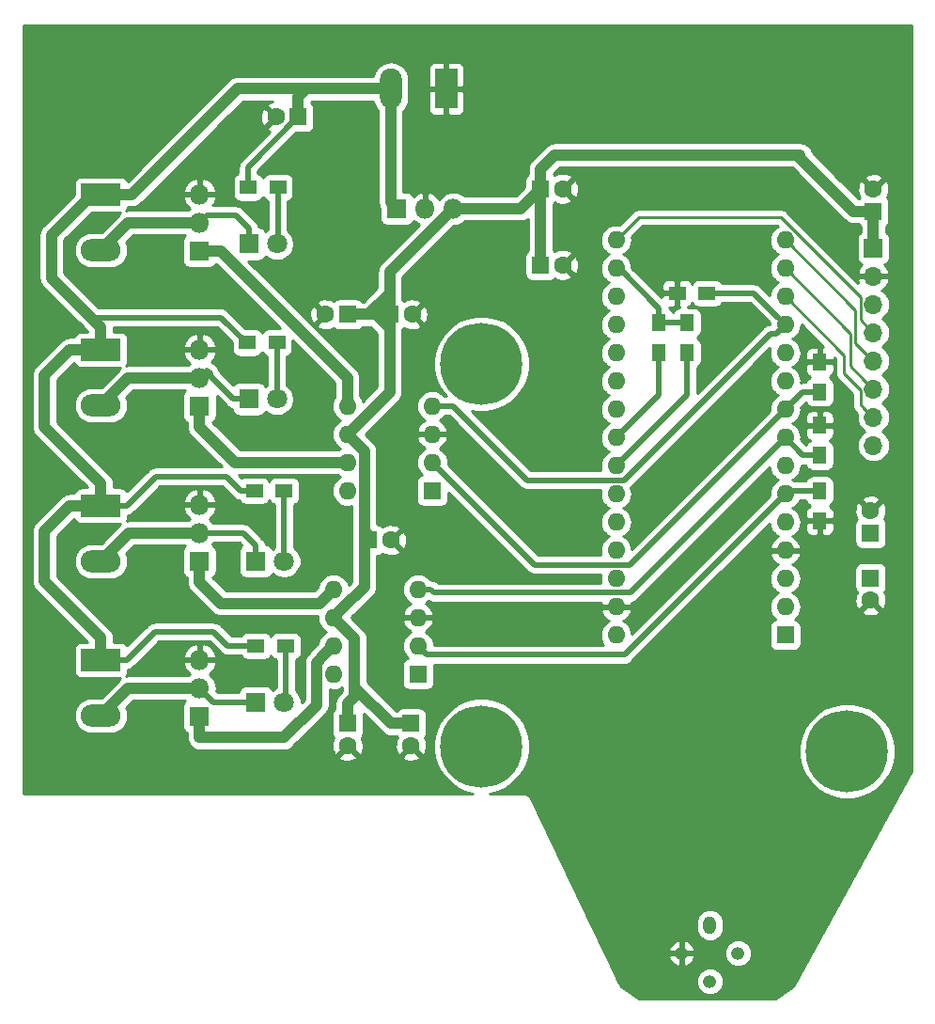
<source format=gbr>
G04 #@! TF.GenerationSoftware,KiCad,Pcbnew,(5.1.2)-1*
G04 #@! TF.CreationDate,2019-09-21T18:25:18-04:00*
G04 #@! TF.ProjectId,VAP_thermal_control,5641505f-7468-4657-926d-616c5f636f6e,rev?*
G04 #@! TF.SameCoordinates,Original*
G04 #@! TF.FileFunction,Copper,L1,Top*
G04 #@! TF.FilePolarity,Positive*
%FSLAX46Y46*%
G04 Gerber Fmt 4.6, Leading zero omitted, Abs format (unit mm)*
G04 Created by KiCad (PCBNEW (5.1.2)-1) date 2019-09-21 18:25:18*
%MOMM*%
%LPD*%
G04 APERTURE LIST*
%ADD10O,1.600000X1.600000*%
%ADD11R,1.600000X1.600000*%
%ADD12R,1.300000X1.500000*%
%ADD13R,1.500000X1.300000*%
%ADD14C,1.600000*%
%ADD15R,3.600000X2.000000*%
%ADD16O,3.600000X2.000000*%
%ADD17R,2.000000X3.600000*%
%ADD18O,2.000000X3.600000*%
%ADD19R,1.800000X1.800000*%
%ADD20O,1.800000X1.800000*%
%ADD21C,1.800000*%
%ADD22C,7.400000*%
%ADD23O,1.200000X1.200000*%
%ADD24O,1.200000X1.600000*%
%ADD25O,1.700000X1.700000*%
%ADD26R,1.700000X1.700000*%
%ADD27C,0.800000*%
%ADD28C,1.000000*%
%ADD29C,0.500000*%
%ADD30C,0.250000*%
%ADD31C,0.254000*%
G04 APERTURE END LIST*
D10*
X84510880Y-79044800D03*
X99750880Y-79044800D03*
X84510880Y-114604800D03*
X99750880Y-81584800D03*
X84510880Y-112064800D03*
X99750880Y-84124800D03*
X84510880Y-109524800D03*
X99750880Y-86664800D03*
X84510880Y-106984800D03*
X99750880Y-89204800D03*
X84510880Y-104444800D03*
X99750880Y-91744800D03*
X84510880Y-101904800D03*
X99750880Y-94284800D03*
X84510880Y-99364800D03*
X99750880Y-96824800D03*
X84510880Y-96824800D03*
X99750880Y-99364800D03*
X84510880Y-94284800D03*
X99750880Y-101904800D03*
X84510880Y-91744800D03*
X99750880Y-104444800D03*
X84510880Y-89204800D03*
X99750880Y-106984800D03*
X84510880Y-86664800D03*
X99750880Y-109524800D03*
X84510880Y-84124800D03*
X99750880Y-112064800D03*
X84510880Y-81584800D03*
D11*
X99750880Y-114604800D03*
D12*
X102870000Y-95725000D03*
X102870000Y-98425000D03*
D13*
X90010000Y-83820000D03*
X92710000Y-83820000D03*
D11*
X64135000Y-85725000D03*
D14*
X66135000Y-85725000D03*
D15*
X38100000Y-88900000D03*
D16*
X38100000Y-93900000D03*
D15*
X38100000Y-116840000D03*
D16*
X38100000Y-121840000D03*
D15*
X38100000Y-102950000D03*
D16*
X38100000Y-107950000D03*
D17*
X69215000Y-65405000D03*
D18*
X64215000Y-65405000D03*
D15*
X38100000Y-74930000D03*
D16*
X38100000Y-79930000D03*
D11*
X66675000Y-118110000D03*
D10*
X59055000Y-110490000D03*
X66675000Y-115570000D03*
X59055000Y-113030000D03*
X66675000Y-113030000D03*
X59055000Y-115570000D03*
X66675000Y-110490000D03*
X59055000Y-118110000D03*
D13*
X52070000Y-115570000D03*
X54770000Y-115570000D03*
X51910000Y-101600000D03*
X54610000Y-101600000D03*
D19*
X46990000Y-121920000D03*
D20*
X46990000Y-119380000D03*
X46990000Y-116840000D03*
D19*
X46990000Y-107950000D03*
D20*
X46990000Y-105410000D03*
X46990000Y-102870000D03*
D19*
X52070000Y-120650000D03*
D21*
X54610000Y-120650000D03*
D19*
X52070000Y-107950000D03*
D21*
X54610000Y-107950000D03*
D11*
X62230000Y-106045000D03*
D14*
X64230000Y-106045000D03*
D11*
X60325000Y-122555000D03*
D14*
X60325000Y-124555000D03*
D22*
X72390000Y-124612400D03*
X72390000Y-90170000D03*
X105333800Y-125044200D03*
D23*
X90424000Y-143256000D03*
X92964000Y-145796000D03*
X95504000Y-143256000D03*
D24*
X92964000Y-140716000D03*
D14*
X53880000Y-67945000D03*
D11*
X55880000Y-67945000D03*
D14*
X79724000Y-74422000D03*
D11*
X77724000Y-74422000D03*
X77724000Y-81280000D03*
D14*
X79724000Y-81280000D03*
X107696000Y-74454000D03*
D11*
X107696000Y-76454000D03*
X107442000Y-105410000D03*
D14*
X107442000Y-103410000D03*
X107442000Y-111474000D03*
D11*
X107442000Y-109474000D03*
X60325000Y-85725000D03*
D14*
X58325000Y-85725000D03*
X66040000Y-124555000D03*
D11*
X66040000Y-122555000D03*
D21*
X53975000Y-93345000D03*
D19*
X51435000Y-93345000D03*
X51435000Y-79375000D03*
D21*
X53975000Y-79375000D03*
D12*
X88392000Y-86454000D03*
X88392000Y-89154000D03*
X102870000Y-90010000D03*
X102870000Y-92710000D03*
X102870000Y-104300000D03*
X102870000Y-101600000D03*
X90932000Y-89154000D03*
X90932000Y-86454000D03*
D13*
X51275000Y-88265000D03*
X53975000Y-88265000D03*
X54055000Y-74295000D03*
X51355000Y-74295000D03*
D25*
X107696000Y-97536000D03*
X107696000Y-94996000D03*
X107696000Y-92456000D03*
X107696000Y-89916000D03*
X107696000Y-87376000D03*
X107696000Y-84836000D03*
X107696000Y-82296000D03*
D26*
X107696000Y-79756000D03*
D10*
X60325000Y-101600000D03*
X67945000Y-93980000D03*
X60325000Y-99060000D03*
X67945000Y-96520000D03*
X60325000Y-96520000D03*
X67945000Y-99060000D03*
X60325000Y-93980000D03*
D11*
X67945000Y-101600000D03*
D20*
X46990000Y-88900000D03*
X46990000Y-91440000D03*
D19*
X46990000Y-93980000D03*
D20*
X46990000Y-74930000D03*
X46990000Y-77470000D03*
D19*
X46990000Y-80010000D03*
X64770000Y-76200000D03*
D20*
X67310000Y-76200000D03*
X69850000Y-76200000D03*
D27*
X77470000Y-119380000D03*
X97790000Y-123190000D03*
X97790000Y-124460000D03*
X97790000Y-125730000D03*
X97790000Y-127000000D03*
X97790000Y-128270000D03*
X97790000Y-129540000D03*
X96520000Y-129540000D03*
X96520000Y-128270000D03*
X96520000Y-127000000D03*
X96520000Y-125730000D03*
X96520000Y-124460000D03*
X96520000Y-123190000D03*
X96520000Y-121920000D03*
X96520000Y-120650000D03*
X97790000Y-120650000D03*
X97790000Y-123190000D03*
X97790000Y-121920000D03*
X99060000Y-120650000D03*
X99060000Y-123190000D03*
X99060000Y-125730000D03*
X99060000Y-128270000D03*
X99060000Y-130810000D03*
X97790000Y-130810000D03*
X96520000Y-130810000D03*
X96520000Y-132080000D03*
X97790000Y-132080000D03*
X87630000Y-120650000D03*
X86360000Y-120650000D03*
X85090000Y-120650000D03*
X86360000Y-121920000D03*
X87630000Y-121920000D03*
X86360000Y-123190000D03*
X87630000Y-123190000D03*
X85090000Y-123190000D03*
X87630000Y-124460000D03*
X86360000Y-124460000D03*
X87630000Y-125730000D03*
X86360000Y-125730000D03*
X85090000Y-125730000D03*
X87630000Y-127000000D03*
X86360000Y-127000000D03*
X87630000Y-128270000D03*
X86360000Y-128270000D03*
X85090000Y-128270000D03*
X86360000Y-129540000D03*
X87630000Y-129540000D03*
X87630000Y-130810000D03*
X86360000Y-130810000D03*
X85090000Y-130810000D03*
X86360000Y-132080000D03*
X87630000Y-132080000D03*
X88900000Y-120650000D03*
X88900000Y-121920000D03*
X88900000Y-123190000D03*
X88900000Y-124460000D03*
X88900000Y-125730000D03*
X88900000Y-127000000D03*
X88900000Y-128270000D03*
X88900000Y-129540000D03*
X88900000Y-130810000D03*
X88900000Y-132080000D03*
X85090000Y-121920000D03*
X85090000Y-132080000D03*
X99060000Y-127000000D03*
X85090000Y-129540000D03*
X85090000Y-124460000D03*
X85090000Y-127000000D03*
X99060000Y-132080000D03*
X99060000Y-129540000D03*
X99060000Y-124460000D03*
X99060000Y-121920000D03*
X77470000Y-120650000D03*
X77470000Y-121920000D03*
X78740000Y-120650000D03*
X78740000Y-121920000D03*
X78740000Y-119380000D03*
X78740000Y-128270000D03*
X78740000Y-129540000D03*
X77470000Y-128270000D03*
X78740000Y-127000000D03*
X77470000Y-129540000D03*
X77470000Y-127000000D03*
X77470000Y-123190000D03*
X77470000Y-125730000D03*
X78740000Y-124460000D03*
X77470000Y-124460000D03*
X78740000Y-125730000D03*
X78740000Y-123190000D03*
X80010000Y-123190000D03*
X80010000Y-120650000D03*
X80010000Y-124460000D03*
X80010000Y-128270000D03*
X80010000Y-129540000D03*
X80010000Y-127000000D03*
X80010000Y-125730000D03*
X80010000Y-121920000D03*
X80010000Y-119380000D03*
X109220000Y-61595000D03*
X106680000Y-62865000D03*
X106680000Y-64135000D03*
X106680000Y-61595000D03*
X109220000Y-64135000D03*
X107950000Y-64135000D03*
X109220000Y-62865000D03*
X107950000Y-62865000D03*
X107950000Y-61595000D03*
X104140000Y-64135000D03*
X102870000Y-61595000D03*
X105410000Y-61595000D03*
X102870000Y-64135000D03*
X105410000Y-62865000D03*
X105410000Y-64135000D03*
X104140000Y-61595000D03*
X104140000Y-62865000D03*
X102870000Y-62865000D03*
X96520000Y-62865000D03*
X95250000Y-62865000D03*
X96520000Y-61595000D03*
X96520000Y-64135000D03*
X97790000Y-61595000D03*
X95250000Y-64135000D03*
X97790000Y-62865000D03*
X95250000Y-61595000D03*
X97790000Y-64135000D03*
X100330000Y-64135000D03*
X99060000Y-61595000D03*
X101600000Y-61595000D03*
X99060000Y-64135000D03*
X101600000Y-62865000D03*
X101600000Y-64135000D03*
X100330000Y-61595000D03*
X100330000Y-62865000D03*
X99060000Y-62865000D03*
X88900000Y-64135000D03*
X93980000Y-62865000D03*
X90170000Y-62865000D03*
X90170000Y-61595000D03*
X92710000Y-64135000D03*
X88900000Y-61595000D03*
X91440000Y-64135000D03*
X88900000Y-62865000D03*
X93980000Y-61595000D03*
X92710000Y-61595000D03*
X93980000Y-64135000D03*
X87630000Y-64135000D03*
X92710000Y-62865000D03*
X91440000Y-61595000D03*
X91440000Y-62865000D03*
X87630000Y-61595000D03*
X90170000Y-64135000D03*
X87630000Y-62865000D03*
X38735000Y-62230000D03*
X36195000Y-60960000D03*
X32385000Y-60960000D03*
X32385000Y-62230000D03*
X36195000Y-63500000D03*
X34925000Y-60960000D03*
X33655000Y-62230000D03*
X38735000Y-60960000D03*
X38735000Y-63500000D03*
X36195000Y-62230000D03*
X34925000Y-62230000D03*
X37465000Y-63500000D03*
X32385000Y-63500000D03*
X33655000Y-63500000D03*
X34925000Y-63500000D03*
X37465000Y-62230000D03*
X33655000Y-60960000D03*
X37465000Y-60960000D03*
X37465000Y-67310000D03*
X34925000Y-64770000D03*
X33655000Y-66040000D03*
X33655000Y-67310000D03*
X36195000Y-64770000D03*
X34925000Y-66040000D03*
X38735000Y-66040000D03*
X32385000Y-66040000D03*
X36195000Y-67310000D03*
X33655000Y-64770000D03*
X37465000Y-66040000D03*
X38735000Y-67310000D03*
X32385000Y-64770000D03*
X34925000Y-67310000D03*
X36195000Y-66040000D03*
X37465000Y-64770000D03*
X32385000Y-67310000D03*
X38735000Y-64770000D03*
X42545000Y-60960000D03*
X45085000Y-60960000D03*
X46355000Y-60960000D03*
X40005000Y-63500000D03*
X40005000Y-62230000D03*
X45085000Y-63500000D03*
X42545000Y-62230000D03*
X42545000Y-63500000D03*
X41275000Y-62230000D03*
X43815000Y-60960000D03*
X46355000Y-62230000D03*
X43815000Y-62230000D03*
X41275000Y-60960000D03*
X46355000Y-63500000D03*
X45085000Y-62230000D03*
X41275000Y-63500000D03*
X40005000Y-60960000D03*
X43815000Y-63500000D03*
X104140000Y-66675000D03*
X102870000Y-66675000D03*
X104140000Y-65405000D03*
X104140000Y-67945000D03*
X105410000Y-65405000D03*
X102870000Y-67945000D03*
X105410000Y-66675000D03*
X102870000Y-65405000D03*
X105410000Y-67945000D03*
X107950000Y-67945000D03*
X106680000Y-65405000D03*
X109220000Y-65405000D03*
X106680000Y-67945000D03*
X109220000Y-66675000D03*
X109220000Y-67945000D03*
X107950000Y-65405000D03*
X107950000Y-66675000D03*
X106680000Y-66675000D03*
X96520000Y-67945000D03*
X101600000Y-66675000D03*
X97790000Y-66675000D03*
X93980000Y-66675000D03*
X91440000Y-65405000D03*
X87630000Y-65405000D03*
X97790000Y-65405000D03*
X100330000Y-67945000D03*
X96520000Y-65405000D03*
X99060000Y-67945000D03*
X87630000Y-66675000D03*
X91440000Y-67945000D03*
X90170000Y-65405000D03*
X96520000Y-66675000D03*
X88900000Y-66675000D03*
X101600000Y-65405000D03*
X100330000Y-65405000D03*
X93980000Y-65405000D03*
X93980000Y-67945000D03*
X91440000Y-66675000D03*
X101600000Y-67945000D03*
X95250000Y-67945000D03*
X100330000Y-66675000D03*
X99060000Y-65405000D03*
X90170000Y-66675000D03*
X99060000Y-66675000D03*
X95250000Y-65405000D03*
X97790000Y-67945000D03*
X92710000Y-67945000D03*
X87630000Y-67945000D03*
X88900000Y-67945000D03*
X95250000Y-66675000D03*
X90170000Y-67945000D03*
X92710000Y-66675000D03*
X88900000Y-65405000D03*
X92710000Y-65405000D03*
X57785000Y-74295000D03*
X57785000Y-75565000D03*
X59055000Y-75565000D03*
X59055000Y-74295000D03*
X90805000Y-80010000D03*
X89535000Y-78740000D03*
X89535000Y-80010000D03*
X90805000Y-78740000D03*
X93345000Y-80010000D03*
X92075000Y-80010000D03*
X92075000Y-78740000D03*
X93345000Y-78740000D03*
X95885000Y-78740000D03*
X95885000Y-80010000D03*
X94615000Y-78740000D03*
X94615000Y-80010000D03*
X95885000Y-81280000D03*
X95885000Y-82550000D03*
X94615000Y-82550000D03*
X94615000Y-81280000D03*
X93980000Y-87630000D03*
X95250000Y-87630000D03*
X93980000Y-86360000D03*
X95250000Y-86360000D03*
X94615000Y-93345000D03*
X94615000Y-94615000D03*
X95885000Y-94615000D03*
X95885000Y-93345000D03*
X95250000Y-104140000D03*
X108585000Y-118110000D03*
X107315000Y-116840000D03*
X107315000Y-118110000D03*
X108585000Y-116840000D03*
X104775000Y-133985000D03*
X103505000Y-133985000D03*
X104775000Y-132715000D03*
X103505000Y-132715000D03*
X55880000Y-127000000D03*
X54610000Y-128270000D03*
X55880000Y-128270000D03*
X54610000Y-127000000D03*
X45720000Y-84455000D03*
X57785000Y-94615000D03*
X45085000Y-98425000D03*
X57785000Y-104140000D03*
X45720000Y-112395000D03*
D28*
X64215000Y-75645000D02*
X64770000Y-76200000D01*
X64215000Y-65405000D02*
X64215000Y-75645000D01*
X55880000Y-66145000D02*
X55880000Y-67945000D01*
X56620000Y-65405000D02*
X55880000Y-66145000D01*
X64215000Y-65405000D02*
X56620000Y-65405000D01*
X40900000Y-74930000D02*
X38100000Y-74930000D01*
X50425000Y-65405000D02*
X40900000Y-74930000D01*
X56620000Y-65405000D02*
X50425000Y-65405000D01*
X37300000Y-74930000D02*
X33655000Y-78575000D01*
X38100000Y-74930000D02*
X37300000Y-74930000D01*
X38100000Y-86900000D02*
X38100000Y-88900000D01*
X33655000Y-78575000D02*
X33655000Y-82455000D01*
X35300000Y-88900000D02*
X33020000Y-91180000D01*
X38100000Y-88900000D02*
X35300000Y-88900000D01*
X38100000Y-100950000D02*
X38100000Y-102950000D01*
X33020000Y-95870000D02*
X38100000Y-100950000D01*
X33020000Y-91180000D02*
X33020000Y-95870000D01*
X35300000Y-102950000D02*
X33020000Y-105230000D01*
X38100000Y-102950000D02*
X35300000Y-102950000D01*
X38100000Y-114840000D02*
X38100000Y-116840000D01*
X33020000Y-109760000D02*
X38100000Y-114840000D01*
X33020000Y-105230000D02*
X33020000Y-109760000D01*
D29*
X40400000Y-116840000D02*
X38100000Y-116840000D01*
X42940000Y-114300000D02*
X40400000Y-116840000D01*
X48260000Y-114300000D02*
X42940000Y-114300000D01*
X49530000Y-115570000D02*
X48260000Y-114300000D01*
X52070000Y-115570000D02*
X49530000Y-115570000D01*
X40400000Y-102950000D02*
X38100000Y-102950000D01*
X43020000Y-100330000D02*
X40400000Y-102950000D01*
X49390000Y-100330000D02*
X43020000Y-100330000D01*
X50660000Y-101600000D02*
X49390000Y-100330000D01*
X51910000Y-101600000D02*
X50660000Y-101600000D01*
X48905000Y-85995000D02*
X37195000Y-85995000D01*
X51175000Y-88265000D02*
X48905000Y-85995000D01*
X51275000Y-88265000D02*
X51175000Y-88265000D01*
D28*
X33655000Y-82455000D02*
X37195000Y-85995000D01*
X37195000Y-85995000D02*
X38100000Y-86900000D01*
D29*
X51355000Y-72470000D02*
X55880000Y-67945000D01*
X51355000Y-74295000D02*
X51355000Y-72470000D01*
D28*
X77724000Y-72622000D02*
X78972000Y-71374000D01*
X77724000Y-74422000D02*
X77724000Y-72622000D01*
X78972000Y-71374000D02*
X101092000Y-71374000D01*
X105896000Y-76454000D02*
X107696000Y-76454000D01*
X101092000Y-71650000D02*
X105896000Y-76454000D01*
X101092000Y-71374000D02*
X101092000Y-71650000D01*
X107696000Y-76454000D02*
X107696000Y-79756000D01*
X75946000Y-76200000D02*
X77724000Y-74422000D01*
X69850000Y-76200000D02*
X75946000Y-76200000D01*
X77724000Y-74422000D02*
X77724000Y-81280000D01*
X64135000Y-81915000D02*
X69850000Y-76200000D01*
X64135000Y-92710000D02*
X60325000Y-96520000D01*
X59854999Y-112230001D02*
X59055000Y-113030000D01*
X61825001Y-110259999D02*
X59854999Y-112230001D01*
X60325000Y-96520000D02*
X61825001Y-98020001D01*
X62230000Y-105584998D02*
X61825001Y-105179999D01*
X62230000Y-106045000D02*
X62230000Y-105584998D01*
X61825001Y-98020001D02*
X61825001Y-105179999D01*
X61825001Y-105179999D02*
X61825001Y-110259999D01*
X60325000Y-120755000D02*
X60325000Y-122555000D01*
X60960000Y-120120000D02*
X60325000Y-120755000D01*
X59055000Y-113030000D02*
X60960000Y-114935000D01*
X60960000Y-119275000D02*
X60960000Y-118110000D01*
X64240000Y-122555000D02*
X60960000Y-119275000D01*
X66040000Y-122555000D02*
X64240000Y-122555000D01*
X60960000Y-114935000D02*
X60960000Y-118110000D01*
X60960000Y-118110000D02*
X60960000Y-120120000D01*
X62230000Y-85725000D02*
X64135000Y-83820000D01*
X60325000Y-85725000D02*
X62230000Y-85725000D01*
X64135000Y-85725000D02*
X64135000Y-83820000D01*
X64135000Y-83820000D02*
X64135000Y-81915000D01*
X60325000Y-85725000D02*
X64135000Y-85725000D01*
X62865000Y-85725000D02*
X64135000Y-86995000D01*
X60325000Y-85725000D02*
X62865000Y-85725000D01*
X64135000Y-85725000D02*
X64135000Y-86995000D01*
X64135000Y-86995000D02*
X64135000Y-92710000D01*
D29*
X90932000Y-86454000D02*
X88392000Y-86454000D01*
X84772800Y-81584800D02*
X84510880Y-81584800D01*
X88392000Y-85204000D02*
X84772800Y-81584800D01*
X88392000Y-86454000D02*
X88392000Y-85204000D01*
X53975000Y-88265000D02*
X53975000Y-93345000D01*
D28*
X40560000Y-77470000D02*
X46990000Y-77470000D01*
X38100000Y-79930000D02*
X40560000Y-77470000D01*
D29*
X47940010Y-91046493D02*
X47661758Y-90768241D01*
X47940010Y-91250010D02*
X47940010Y-91046493D01*
X51435000Y-93345000D02*
X50035000Y-93345000D01*
X50035000Y-93345000D02*
X47940010Y-91250010D01*
D28*
X40560000Y-91440000D02*
X46990000Y-91440000D01*
X38100000Y-93900000D02*
X40560000Y-91440000D01*
D29*
X50258241Y-76798241D02*
X47661758Y-76798241D01*
X51435000Y-79375000D02*
X51435000Y-77975000D01*
X51435000Y-77975000D02*
X50258241Y-76798241D01*
X54055000Y-79295000D02*
X53975000Y-79375000D01*
X54055000Y-74295000D02*
X54055000Y-79295000D01*
X88392000Y-92943680D02*
X84510880Y-96824800D01*
X88392000Y-89154000D02*
X88392000Y-92943680D01*
X101325680Y-92710000D02*
X99750880Y-94284800D01*
X102870000Y-92710000D02*
X101325680Y-92710000D01*
X68744999Y-99859999D02*
X67945000Y-99060000D01*
X77159799Y-108274799D02*
X68744999Y-99859999D01*
X85760881Y-108274799D02*
X77159799Y-108274799D01*
X99750880Y-94284800D02*
X85760881Y-108274799D01*
X100055680Y-101600000D02*
X99750880Y-101904800D01*
X102870000Y-101600000D02*
X100055680Y-101600000D01*
X67474999Y-116369999D02*
X66675000Y-115570000D01*
X85285681Y-116369999D02*
X67474999Y-116369999D01*
X99750880Y-101904800D02*
X85285681Y-116369999D01*
X90932000Y-92943680D02*
X84510880Y-99364800D01*
X90932000Y-89154000D02*
X90932000Y-92943680D01*
D30*
X99750880Y-84124800D02*
X105034080Y-89408000D01*
X106846001Y-94146001D02*
X107696000Y-94996000D01*
X106520999Y-93820999D02*
X106846001Y-94146001D01*
X106520999Y-92550999D02*
X106520999Y-93820999D01*
X105034080Y-91064080D02*
X106520999Y-92550999D01*
X105034080Y-89408000D02*
X105034080Y-91064080D01*
X106846001Y-91606001D02*
X107696000Y-92456000D01*
X105620979Y-90380979D02*
X106846001Y-91606001D01*
X105620979Y-87454899D02*
X105620979Y-90380979D01*
X99750880Y-81584800D02*
X105620979Y-87454899D01*
X106846001Y-89066001D02*
X107696000Y-89916000D01*
X106070989Y-88290989D02*
X106846001Y-89066001D01*
X106070989Y-85364909D02*
X106070989Y-88290989D01*
X99750880Y-79044800D02*
X106070989Y-85364909D01*
X106520999Y-84149917D02*
X99333082Y-76962000D01*
X107696000Y-87376000D02*
X106520999Y-86200999D01*
X106520999Y-86200999D02*
X106520999Y-84149917D01*
X86593680Y-76962000D02*
X84510880Y-79044800D01*
X99333082Y-76962000D02*
X86593680Y-76962000D01*
D28*
X46990000Y-95880000D02*
X46990000Y-93980000D01*
X50170000Y-99060000D02*
X46990000Y-95880000D01*
X60325000Y-99060000D02*
X50170000Y-99060000D01*
X48890000Y-80010000D02*
X46990000Y-80010000D01*
X60325000Y-91445000D02*
X48890000Y-80010000D01*
X60325000Y-93980000D02*
X60325000Y-91445000D01*
D29*
X98950881Y-85864801D02*
X99750880Y-86664800D01*
X96906080Y-83820000D02*
X98950881Y-85864801D01*
X92710000Y-83820000D02*
X96906080Y-83820000D01*
X98950881Y-87464799D02*
X99750880Y-86664800D01*
X98423199Y-87464799D02*
X98950881Y-87464799D01*
X85233199Y-100654799D02*
X98423199Y-87464799D01*
X76484797Y-100654799D02*
X85233199Y-100654799D01*
X69809998Y-93980000D02*
X76484797Y-100654799D01*
X67945000Y-93980000D02*
X69809998Y-93980000D01*
X101351080Y-98425000D02*
X99750880Y-96824800D01*
X102870000Y-98425000D02*
X101351080Y-98425000D01*
X67806370Y-110490000D02*
X66675000Y-110490000D01*
X68091171Y-110774801D02*
X67806370Y-110490000D01*
X85800879Y-110774801D02*
X68091171Y-110774801D01*
X99750880Y-96824800D02*
X85800879Y-110774801D01*
D28*
X40640000Y-105410000D02*
X46990000Y-105410000D01*
X38100000Y-107950000D02*
X40640000Y-105410000D01*
D29*
X50930000Y-105410000D02*
X46990000Y-105410000D01*
X52070000Y-107950000D02*
X52070000Y-106550000D01*
X52070000Y-106550000D02*
X50930000Y-105410000D01*
X54610000Y-107950000D02*
X54610000Y-101600000D01*
D28*
X40560000Y-119380000D02*
X46990000Y-119380000D01*
X38100000Y-121840000D02*
X40560000Y-119380000D01*
D29*
X48260000Y-120650000D02*
X46990000Y-119380000D01*
X52070000Y-120650000D02*
X48260000Y-120650000D01*
X54770000Y-120490000D02*
X54610000Y-120650000D01*
X54770000Y-115570000D02*
X54770000Y-120490000D01*
D28*
X46990000Y-109850000D02*
X48900000Y-111760000D01*
X46990000Y-107950000D02*
X46990000Y-109850000D01*
X57785000Y-111760000D02*
X59055000Y-110490000D01*
X48900000Y-111760000D02*
X57785000Y-111760000D01*
X58255001Y-116369999D02*
X59055000Y-115570000D01*
X46990000Y-121920000D02*
X46990000Y-123820000D01*
X46990000Y-123820000D02*
X46995000Y-123825000D01*
X46995000Y-123825000D02*
X54610000Y-123825000D01*
X54610000Y-123825000D02*
X57554999Y-120880001D01*
X57554999Y-120880001D02*
X57554999Y-117070001D01*
X57554999Y-117070001D02*
X58255001Y-116369999D01*
D31*
G36*
X111100001Y-68547572D02*
G01*
X111100000Y-68547582D01*
X111100001Y-126830908D01*
X100464164Y-146225670D01*
X98860169Y-147295000D01*
X86559832Y-147295000D01*
X84971334Y-146236002D01*
X84759482Y-145796000D01*
X91723025Y-145796000D01*
X91746870Y-146038102D01*
X91817489Y-146270901D01*
X91932167Y-146485449D01*
X92086498Y-146673502D01*
X92274551Y-146827833D01*
X92489099Y-146942511D01*
X92721898Y-147013130D01*
X92903335Y-147031000D01*
X93024665Y-147031000D01*
X93206102Y-147013130D01*
X93438901Y-146942511D01*
X93653449Y-146827833D01*
X93841502Y-146673502D01*
X93995833Y-146485449D01*
X94110511Y-146270901D01*
X94181130Y-146038102D01*
X94204975Y-145796000D01*
X94181130Y-145553898D01*
X94110511Y-145321099D01*
X93995833Y-145106551D01*
X93841502Y-144918498D01*
X93653449Y-144764167D01*
X93438901Y-144649489D01*
X93206102Y-144578870D01*
X93024665Y-144561000D01*
X92903335Y-144561000D01*
X92721898Y-144578870D01*
X92489099Y-144649489D01*
X92274551Y-144764167D01*
X92086498Y-144918498D01*
X91932167Y-145106551D01*
X91817489Y-145321099D01*
X91746870Y-145553898D01*
X91723025Y-145796000D01*
X84759482Y-145796000D01*
X83689442Y-143573610D01*
X89230533Y-143573610D01*
X89315428Y-143800341D01*
X89442925Y-144006153D01*
X89608124Y-144183137D01*
X89804676Y-144324492D01*
X90025029Y-144424785D01*
X90106391Y-144449462D01*
X90297000Y-144324731D01*
X90297000Y-143383000D01*
X90551000Y-143383000D01*
X90551000Y-144324731D01*
X90741609Y-144449462D01*
X90822971Y-144424785D01*
X91043324Y-144324492D01*
X91239876Y-144183137D01*
X91405075Y-144006153D01*
X91532572Y-143800341D01*
X91617467Y-143573610D01*
X91493709Y-143383000D01*
X90551000Y-143383000D01*
X90297000Y-143383000D01*
X89354291Y-143383000D01*
X89230533Y-143573610D01*
X83689442Y-143573610D01*
X83536519Y-143256000D01*
X94263025Y-143256000D01*
X94286870Y-143498102D01*
X94357489Y-143730901D01*
X94472167Y-143945449D01*
X94626498Y-144133502D01*
X94814551Y-144287833D01*
X95029099Y-144402511D01*
X95261898Y-144473130D01*
X95443335Y-144491000D01*
X95564665Y-144491000D01*
X95746102Y-144473130D01*
X95978901Y-144402511D01*
X96193449Y-144287833D01*
X96381502Y-144133502D01*
X96535833Y-143945449D01*
X96650511Y-143730901D01*
X96721130Y-143498102D01*
X96744975Y-143256000D01*
X96721130Y-143013898D01*
X96650511Y-142781099D01*
X96535833Y-142566551D01*
X96381502Y-142378498D01*
X96193449Y-142224167D01*
X95978901Y-142109489D01*
X95746102Y-142038870D01*
X95564665Y-142021000D01*
X95443335Y-142021000D01*
X95261898Y-142038870D01*
X95029099Y-142109489D01*
X94814551Y-142224167D01*
X94626498Y-142378498D01*
X94472167Y-142566551D01*
X94357489Y-142781099D01*
X94286870Y-143013898D01*
X94263025Y-143256000D01*
X83536519Y-143256000D01*
X83383596Y-142938390D01*
X89230533Y-142938390D01*
X89354291Y-143129000D01*
X90297000Y-143129000D01*
X90297000Y-142187269D01*
X90551000Y-142187269D01*
X90551000Y-143129000D01*
X91493709Y-143129000D01*
X91617467Y-142938390D01*
X91532572Y-142711659D01*
X91405075Y-142505847D01*
X91239876Y-142328863D01*
X91043324Y-142187508D01*
X90822971Y-142087215D01*
X90741609Y-142062538D01*
X90551000Y-142187269D01*
X90297000Y-142187269D01*
X90106391Y-142062538D01*
X90025029Y-142087215D01*
X89804676Y-142187508D01*
X89608124Y-142328863D01*
X89442925Y-142505847D01*
X89315428Y-142711659D01*
X89230533Y-142938390D01*
X83383596Y-142938390D01*
X82188051Y-140455335D01*
X91729000Y-140455335D01*
X91729000Y-140976664D01*
X91746870Y-141158101D01*
X91817489Y-141390900D01*
X91932167Y-141605448D01*
X92086498Y-141793502D01*
X92274551Y-141947833D01*
X92489099Y-142062511D01*
X92721898Y-142133130D01*
X92964000Y-142156975D01*
X93206101Y-142133130D01*
X93438900Y-142062511D01*
X93653448Y-141947833D01*
X93841502Y-141793502D01*
X93995833Y-141605449D01*
X94110511Y-141390901D01*
X94181130Y-141158102D01*
X94199000Y-140976665D01*
X94199000Y-140455336D01*
X94181130Y-140273899D01*
X94110511Y-140041100D01*
X93995833Y-139826551D01*
X93841502Y-139638498D01*
X93653449Y-139484167D01*
X93438901Y-139369489D01*
X93206102Y-139298870D01*
X92964000Y-139275025D01*
X92721899Y-139298870D01*
X92489100Y-139369489D01*
X92274552Y-139484167D01*
X92086499Y-139638498D01*
X91932168Y-139826551D01*
X91817489Y-140041099D01*
X91746870Y-140273898D01*
X91729000Y-140455335D01*
X82188051Y-140455335D01*
X76816779Y-129299620D01*
X76812710Y-129286207D01*
X76788626Y-129241149D01*
X76780597Y-129224473D01*
X76773354Y-129212577D01*
X76751425Y-129171550D01*
X76739610Y-129157154D01*
X76729928Y-129141251D01*
X76698457Y-129107009D01*
X76668948Y-129071052D01*
X76654552Y-129059237D01*
X76641953Y-129045529D01*
X76604412Y-129018089D01*
X76568450Y-128988575D01*
X76552023Y-128979794D01*
X76536995Y-128968810D01*
X76494828Y-128949223D01*
X76453793Y-128927290D01*
X76435966Y-128921882D01*
X76419085Y-128914041D01*
X76373909Y-128903057D01*
X76329383Y-128889550D01*
X76310847Y-128887724D01*
X76292757Y-128883326D01*
X76246293Y-128881366D01*
X76232419Y-128880000D01*
X76213892Y-128880000D01*
X76162865Y-128877848D01*
X76149020Y-128880000D01*
X73155802Y-128880000D01*
X73654473Y-128780808D01*
X74443392Y-128454027D01*
X75153401Y-127979614D01*
X75757214Y-127375801D01*
X76231627Y-126665792D01*
X76558408Y-125876873D01*
X76725000Y-125039360D01*
X76725000Y-124617240D01*
X100998800Y-124617240D01*
X100998800Y-125471160D01*
X101165392Y-126308673D01*
X101492173Y-127097592D01*
X101966586Y-127807601D01*
X102570399Y-128411414D01*
X103280408Y-128885827D01*
X104069327Y-129212608D01*
X104906840Y-129379200D01*
X105760760Y-129379200D01*
X106598273Y-129212608D01*
X107387192Y-128885827D01*
X108097201Y-128411414D01*
X108701014Y-127807601D01*
X109175427Y-127097592D01*
X109502208Y-126308673D01*
X109668800Y-125471160D01*
X109668800Y-124617240D01*
X109502208Y-123779727D01*
X109175427Y-122990808D01*
X108701014Y-122280799D01*
X108097201Y-121676986D01*
X107387192Y-121202573D01*
X106598273Y-120875792D01*
X105760760Y-120709200D01*
X104906840Y-120709200D01*
X104069327Y-120875792D01*
X103280408Y-121202573D01*
X102570399Y-121676986D01*
X101966586Y-122280799D01*
X101492173Y-122990808D01*
X101165392Y-123779727D01*
X100998800Y-124617240D01*
X76725000Y-124617240D01*
X76725000Y-124185440D01*
X76558408Y-123347927D01*
X76231627Y-122559008D01*
X75757214Y-121848999D01*
X75153401Y-121245186D01*
X74443392Y-120770773D01*
X73654473Y-120443992D01*
X72816960Y-120277400D01*
X71963040Y-120277400D01*
X71125527Y-120443992D01*
X70336608Y-120770773D01*
X69626599Y-121245186D01*
X69022786Y-121848999D01*
X68548373Y-122559008D01*
X68221592Y-123347927D01*
X68055000Y-124185440D01*
X68055000Y-125039360D01*
X68221592Y-125876873D01*
X68548373Y-126665792D01*
X69022786Y-127375801D01*
X69626599Y-127979614D01*
X70336608Y-128454027D01*
X71125527Y-128780808D01*
X71624198Y-128880000D01*
X31140000Y-128880000D01*
X31140000Y-125547702D01*
X59511903Y-125547702D01*
X59583486Y-125791671D01*
X59838996Y-125912571D01*
X60113184Y-125981300D01*
X60395512Y-125995217D01*
X60675130Y-125953787D01*
X60941292Y-125858603D01*
X61066514Y-125791671D01*
X61138097Y-125547702D01*
X65226903Y-125547702D01*
X65298486Y-125791671D01*
X65553996Y-125912571D01*
X65828184Y-125981300D01*
X66110512Y-125995217D01*
X66390130Y-125953787D01*
X66656292Y-125858603D01*
X66781514Y-125791671D01*
X66853097Y-125547702D01*
X66040000Y-124734605D01*
X65226903Y-125547702D01*
X61138097Y-125547702D01*
X60325000Y-124734605D01*
X59511903Y-125547702D01*
X31140000Y-125547702D01*
X31140000Y-91180000D01*
X31879509Y-91180000D01*
X31885000Y-91235752D01*
X31885001Y-95814239D01*
X31879509Y-95870000D01*
X31901423Y-96092498D01*
X31966324Y-96306446D01*
X31971670Y-96316447D01*
X32071717Y-96503623D01*
X32213552Y-96676449D01*
X32256860Y-96711991D01*
X36856796Y-101311928D01*
X36300000Y-101311928D01*
X36175518Y-101324188D01*
X36055820Y-101360498D01*
X35945506Y-101419463D01*
X35848815Y-101498815D01*
X35769463Y-101595506D01*
X35710498Y-101705820D01*
X35677379Y-101815000D01*
X35355751Y-101815000D01*
X35300000Y-101809509D01*
X35244248Y-101815000D01*
X35077501Y-101831423D01*
X34863553Y-101896324D01*
X34666377Y-102001716D01*
X34493551Y-102143551D01*
X34458009Y-102186859D01*
X32256865Y-104388004D01*
X32213551Y-104423551D01*
X32071716Y-104596377D01*
X31993050Y-104743553D01*
X31966324Y-104793554D01*
X31901423Y-105007502D01*
X31879509Y-105230000D01*
X31885000Y-105285752D01*
X31885001Y-109704239D01*
X31879509Y-109760000D01*
X31901423Y-109982498D01*
X31966324Y-110196446D01*
X32000294Y-110259999D01*
X32071717Y-110393623D01*
X32213552Y-110566449D01*
X32256860Y-110601991D01*
X36856796Y-115201928D01*
X36300000Y-115201928D01*
X36175518Y-115214188D01*
X36055820Y-115250498D01*
X35945506Y-115309463D01*
X35848815Y-115388815D01*
X35769463Y-115485506D01*
X35710498Y-115595820D01*
X35674188Y-115715518D01*
X35661928Y-115840000D01*
X35661928Y-117840000D01*
X35674188Y-117964482D01*
X35710498Y-118084180D01*
X35769463Y-118194494D01*
X35848815Y-118291185D01*
X35945506Y-118370537D01*
X36055820Y-118429502D01*
X36175518Y-118465812D01*
X36300000Y-118478072D01*
X39869892Y-118478072D01*
X39753551Y-118573551D01*
X39718009Y-118616859D01*
X38129869Y-120205000D01*
X37219678Y-120205000D01*
X36979484Y-120228657D01*
X36671285Y-120322148D01*
X36387248Y-120473969D01*
X36138286Y-120678286D01*
X35933969Y-120927248D01*
X35782148Y-121211285D01*
X35688657Y-121519484D01*
X35657089Y-121840000D01*
X35688657Y-122160516D01*
X35782148Y-122468715D01*
X35933969Y-122752752D01*
X36138286Y-123001714D01*
X36387248Y-123206031D01*
X36671285Y-123357852D01*
X36979484Y-123451343D01*
X37219678Y-123475000D01*
X38980322Y-123475000D01*
X39220516Y-123451343D01*
X39528715Y-123357852D01*
X39812752Y-123206031D01*
X40061714Y-123001714D01*
X40266031Y-122752752D01*
X40417852Y-122468715D01*
X40511343Y-122160516D01*
X40542911Y-121840000D01*
X40511343Y-121519484D01*
X40417852Y-121211285D01*
X40388591Y-121156541D01*
X41030132Y-120515000D01*
X45704389Y-120515000D01*
X45638815Y-120568815D01*
X45559463Y-120665506D01*
X45500498Y-120775820D01*
X45464188Y-120895518D01*
X45451928Y-121020000D01*
X45451928Y-122820000D01*
X45464188Y-122944482D01*
X45500498Y-123064180D01*
X45559463Y-123174494D01*
X45638815Y-123271185D01*
X45735506Y-123350537D01*
X45845820Y-123409502D01*
X45855001Y-123412287D01*
X45855001Y-123764239D01*
X45849509Y-123820000D01*
X45871423Y-124042498D01*
X45936324Y-124256446D01*
X45982687Y-124343184D01*
X46041717Y-124453623D01*
X46183552Y-124626449D01*
X46186295Y-124628700D01*
X46188551Y-124631449D01*
X46361377Y-124773284D01*
X46558553Y-124878676D01*
X46772501Y-124943577D01*
X46939248Y-124960000D01*
X46994999Y-124965491D01*
X47050751Y-124960000D01*
X54554249Y-124960000D01*
X54610000Y-124965491D01*
X54665751Y-124960000D01*
X54665752Y-124960000D01*
X54832499Y-124943577D01*
X55046447Y-124878676D01*
X55243623Y-124773284D01*
X55416449Y-124631449D01*
X55451996Y-124588135D01*
X58318145Y-121721988D01*
X58361448Y-121686450D01*
X58407351Y-121630518D01*
X58503283Y-121513624D01*
X58608675Y-121316448D01*
X58673576Y-121102500D01*
X58685241Y-120984059D01*
X58689999Y-120935753D01*
X58689999Y-120935752D01*
X58695490Y-120880001D01*
X58689999Y-120824249D01*
X58689999Y-119498849D01*
X58773691Y-119524236D01*
X58984508Y-119545000D01*
X59125492Y-119545000D01*
X59336309Y-119524236D01*
X59606808Y-119442182D01*
X59824514Y-119325816D01*
X59825000Y-119330751D01*
X59825001Y-119330757D01*
X59825001Y-119649868D01*
X59561864Y-119913005D01*
X59518551Y-119948551D01*
X59376716Y-120121377D01*
X59272416Y-120316511D01*
X59271324Y-120318554D01*
X59206423Y-120532502D01*
X59184509Y-120755000D01*
X59190000Y-120810751D01*
X59190000Y-121214043D01*
X59170506Y-121224463D01*
X59073815Y-121303815D01*
X58994463Y-121400506D01*
X58935498Y-121510820D01*
X58899188Y-121630518D01*
X58886928Y-121755000D01*
X58886928Y-123355000D01*
X58899188Y-123479482D01*
X58935498Y-123599180D01*
X58994463Y-123709494D01*
X59073815Y-123806185D01*
X59086758Y-123816807D01*
X58967429Y-124068996D01*
X58898700Y-124343184D01*
X58884783Y-124625512D01*
X58926213Y-124905130D01*
X59021397Y-125171292D01*
X59088329Y-125296514D01*
X59332298Y-125368097D01*
X60145395Y-124555000D01*
X60131253Y-124540858D01*
X60310858Y-124361253D01*
X60325000Y-124375395D01*
X60339143Y-124361253D01*
X60518748Y-124540858D01*
X60504605Y-124555000D01*
X61317702Y-125368097D01*
X61561671Y-125296514D01*
X61682571Y-125041004D01*
X61751300Y-124766816D01*
X61765217Y-124484488D01*
X61723787Y-124204870D01*
X61628603Y-123938708D01*
X61563384Y-123816691D01*
X61576185Y-123806185D01*
X61655537Y-123709494D01*
X61714502Y-123599180D01*
X61750812Y-123479482D01*
X61763072Y-123355000D01*
X61763072Y-121755000D01*
X61755228Y-121675360D01*
X63398009Y-123318141D01*
X63433551Y-123361449D01*
X63606377Y-123503284D01*
X63803553Y-123608676D01*
X64017501Y-123673577D01*
X64184248Y-123690000D01*
X64184257Y-123690000D01*
X64239999Y-123695490D01*
X64295741Y-123690000D01*
X64699043Y-123690000D01*
X64709463Y-123709494D01*
X64788815Y-123806185D01*
X64801758Y-123816807D01*
X64682429Y-124068996D01*
X64613700Y-124343184D01*
X64599783Y-124625512D01*
X64641213Y-124905130D01*
X64736397Y-125171292D01*
X64803329Y-125296514D01*
X65047298Y-125368097D01*
X65860395Y-124555000D01*
X65846253Y-124540858D01*
X66025858Y-124361253D01*
X66040000Y-124375395D01*
X66054143Y-124361253D01*
X66233748Y-124540858D01*
X66219605Y-124555000D01*
X67032702Y-125368097D01*
X67276671Y-125296514D01*
X67397571Y-125041004D01*
X67466300Y-124766816D01*
X67480217Y-124484488D01*
X67438787Y-124204870D01*
X67343603Y-123938708D01*
X67278384Y-123816691D01*
X67291185Y-123806185D01*
X67370537Y-123709494D01*
X67429502Y-123599180D01*
X67465812Y-123479482D01*
X67478072Y-123355000D01*
X67478072Y-121755000D01*
X67465812Y-121630518D01*
X67429502Y-121510820D01*
X67370537Y-121400506D01*
X67291185Y-121303815D01*
X67194494Y-121224463D01*
X67084180Y-121165498D01*
X66964482Y-121129188D01*
X66840000Y-121116928D01*
X65240000Y-121116928D01*
X65115518Y-121129188D01*
X64995820Y-121165498D01*
X64885506Y-121224463D01*
X64788815Y-121303815D01*
X64709463Y-121400506D01*
X64702906Y-121412774D01*
X62095000Y-118804869D01*
X62095000Y-114990752D01*
X62100491Y-114935000D01*
X62078577Y-114712501D01*
X62013676Y-114498553D01*
X61908284Y-114301377D01*
X61902384Y-114294188D01*
X61766449Y-114128551D01*
X61723141Y-114093009D01*
X60660132Y-113030000D01*
X60696987Y-112993145D01*
X60696991Y-112993140D01*
X62588147Y-111101986D01*
X62631450Y-111066448D01*
X62693787Y-110990491D01*
X62773285Y-110893622D01*
X62878677Y-110696446D01*
X62941302Y-110490000D01*
X65233057Y-110490000D01*
X65260764Y-110771309D01*
X65342818Y-111041808D01*
X65476068Y-111291101D01*
X65655392Y-111509608D01*
X65873899Y-111688932D01*
X66011682Y-111762579D01*
X65819869Y-111877615D01*
X65611481Y-112066586D01*
X65443963Y-112292580D01*
X65323754Y-112546913D01*
X65283096Y-112680961D01*
X65405085Y-112903000D01*
X66548000Y-112903000D01*
X66548000Y-112883000D01*
X66802000Y-112883000D01*
X66802000Y-112903000D01*
X67944915Y-112903000D01*
X68066904Y-112680961D01*
X68026246Y-112546913D01*
X67906037Y-112292580D01*
X67738519Y-112066586D01*
X67530131Y-111877615D01*
X67338318Y-111762579D01*
X67476101Y-111688932D01*
X67652757Y-111543954D01*
X67750858Y-111596390D01*
X67917681Y-111646996D01*
X68047694Y-111659801D01*
X68047704Y-111659801D01*
X68091170Y-111664082D01*
X68134636Y-111659801D01*
X83135949Y-111659801D01*
X83118976Y-111715761D01*
X83240965Y-111937800D01*
X84383880Y-111937800D01*
X84383880Y-111917800D01*
X84637880Y-111917800D01*
X84637880Y-111937800D01*
X85780795Y-111937800D01*
X85902784Y-111715761D01*
X85884608Y-111655837D01*
X85974369Y-111646996D01*
X86141192Y-111596390D01*
X86294938Y-111514212D01*
X86429696Y-111403618D01*
X86457413Y-111369845D01*
X98322702Y-99504557D01*
X98336644Y-99646109D01*
X98418698Y-99916608D01*
X98551948Y-100165901D01*
X98731272Y-100384408D01*
X98949779Y-100563732D01*
X99082738Y-100634800D01*
X98949779Y-100705868D01*
X98731272Y-100885192D01*
X98551948Y-101103699D01*
X98418698Y-101352992D01*
X98336644Y-101623491D01*
X98308937Y-101904800D01*
X98326005Y-102078096D01*
X85939058Y-114465044D01*
X85925116Y-114323491D01*
X85843062Y-114052992D01*
X85709812Y-113803699D01*
X85530488Y-113585192D01*
X85311981Y-113405868D01*
X85174198Y-113332221D01*
X85366011Y-113217185D01*
X85574399Y-113028214D01*
X85741917Y-112802220D01*
X85862126Y-112547887D01*
X85902784Y-112413839D01*
X85780795Y-112191800D01*
X84637880Y-112191800D01*
X84637880Y-112211800D01*
X84383880Y-112211800D01*
X84383880Y-112191800D01*
X83240965Y-112191800D01*
X83118976Y-112413839D01*
X83159634Y-112547887D01*
X83279843Y-112802220D01*
X83447361Y-113028214D01*
X83655749Y-113217185D01*
X83847562Y-113332221D01*
X83709779Y-113405868D01*
X83491272Y-113585192D01*
X83311948Y-113803699D01*
X83178698Y-114052992D01*
X83096644Y-114323491D01*
X83068937Y-114604800D01*
X83096644Y-114886109D01*
X83178698Y-115156608D01*
X83311948Y-115405901D01*
X83376862Y-115484999D01*
X68108571Y-115484999D01*
X68089236Y-115288691D01*
X68007182Y-115018192D01*
X67873932Y-114768899D01*
X67694608Y-114550392D01*
X67476101Y-114371068D01*
X67338318Y-114297421D01*
X67530131Y-114182385D01*
X67738519Y-113993414D01*
X67906037Y-113767420D01*
X68026246Y-113513087D01*
X68066904Y-113379039D01*
X67944915Y-113157000D01*
X66802000Y-113157000D01*
X66802000Y-113177000D01*
X66548000Y-113177000D01*
X66548000Y-113157000D01*
X65405085Y-113157000D01*
X65283096Y-113379039D01*
X65323754Y-113513087D01*
X65443963Y-113767420D01*
X65611481Y-113993414D01*
X65819869Y-114182385D01*
X66011682Y-114297421D01*
X65873899Y-114371068D01*
X65655392Y-114550392D01*
X65476068Y-114768899D01*
X65342818Y-115018192D01*
X65260764Y-115288691D01*
X65233057Y-115570000D01*
X65260764Y-115851309D01*
X65342818Y-116121808D01*
X65476068Y-116371101D01*
X65655392Y-116589608D01*
X65768482Y-116682419D01*
X65750518Y-116684188D01*
X65630820Y-116720498D01*
X65520506Y-116779463D01*
X65423815Y-116858815D01*
X65344463Y-116955506D01*
X65285498Y-117065820D01*
X65249188Y-117185518D01*
X65236928Y-117310000D01*
X65236928Y-118910000D01*
X65249188Y-119034482D01*
X65285498Y-119154180D01*
X65344463Y-119264494D01*
X65423815Y-119361185D01*
X65520506Y-119440537D01*
X65630820Y-119499502D01*
X65750518Y-119535812D01*
X65875000Y-119548072D01*
X67475000Y-119548072D01*
X67599482Y-119535812D01*
X67719180Y-119499502D01*
X67829494Y-119440537D01*
X67926185Y-119361185D01*
X68005537Y-119264494D01*
X68064502Y-119154180D01*
X68100812Y-119034482D01*
X68113072Y-118910000D01*
X68113072Y-117310000D01*
X68107655Y-117254999D01*
X85242212Y-117254999D01*
X85285681Y-117259280D01*
X85329150Y-117254999D01*
X85329158Y-117254999D01*
X85459171Y-117242194D01*
X85625994Y-117191588D01*
X85779740Y-117109410D01*
X85914498Y-116998816D01*
X85942215Y-116965043D01*
X93382458Y-109524800D01*
X98308937Y-109524800D01*
X98336644Y-109806109D01*
X98418698Y-110076608D01*
X98551948Y-110325901D01*
X98731272Y-110544408D01*
X98949779Y-110723732D01*
X99082738Y-110794800D01*
X98949779Y-110865868D01*
X98731272Y-111045192D01*
X98551948Y-111263699D01*
X98418698Y-111512992D01*
X98336644Y-111783491D01*
X98308937Y-112064800D01*
X98336644Y-112346109D01*
X98418698Y-112616608D01*
X98551948Y-112865901D01*
X98731272Y-113084408D01*
X98844362Y-113177219D01*
X98826398Y-113178988D01*
X98706700Y-113215298D01*
X98596386Y-113274263D01*
X98499695Y-113353615D01*
X98420343Y-113450306D01*
X98361378Y-113560620D01*
X98325068Y-113680318D01*
X98312808Y-113804800D01*
X98312808Y-115404800D01*
X98325068Y-115529282D01*
X98361378Y-115648980D01*
X98420343Y-115759294D01*
X98499695Y-115855985D01*
X98596386Y-115935337D01*
X98706700Y-115994302D01*
X98826398Y-116030612D01*
X98950880Y-116042872D01*
X100550880Y-116042872D01*
X100675362Y-116030612D01*
X100795060Y-115994302D01*
X100905374Y-115935337D01*
X101002065Y-115855985D01*
X101081417Y-115759294D01*
X101140382Y-115648980D01*
X101176692Y-115529282D01*
X101188952Y-115404800D01*
X101188952Y-113804800D01*
X101176692Y-113680318D01*
X101140382Y-113560620D01*
X101081417Y-113450306D01*
X101002065Y-113353615D01*
X100905374Y-113274263D01*
X100795060Y-113215298D01*
X100675362Y-113178988D01*
X100657398Y-113177219D01*
X100770488Y-113084408D01*
X100949812Y-112865901D01*
X101083062Y-112616608D01*
X101128534Y-112466702D01*
X106628903Y-112466702D01*
X106700486Y-112710671D01*
X106955996Y-112831571D01*
X107230184Y-112900300D01*
X107512512Y-112914217D01*
X107792130Y-112872787D01*
X108058292Y-112777603D01*
X108183514Y-112710671D01*
X108255097Y-112466702D01*
X107442000Y-111653605D01*
X106628903Y-112466702D01*
X101128534Y-112466702D01*
X101165116Y-112346109D01*
X101192823Y-112064800D01*
X101165116Y-111783491D01*
X101092624Y-111544512D01*
X106001783Y-111544512D01*
X106043213Y-111824130D01*
X106138397Y-112090292D01*
X106205329Y-112215514D01*
X106449298Y-112287097D01*
X107262395Y-111474000D01*
X107248253Y-111459858D01*
X107427858Y-111280253D01*
X107442000Y-111294395D01*
X107456143Y-111280253D01*
X107635748Y-111459858D01*
X107621605Y-111474000D01*
X108434702Y-112287097D01*
X108678671Y-112215514D01*
X108799571Y-111960004D01*
X108868300Y-111685816D01*
X108882217Y-111403488D01*
X108840787Y-111123870D01*
X108745603Y-110857708D01*
X108680384Y-110735691D01*
X108693185Y-110725185D01*
X108772537Y-110628494D01*
X108831502Y-110518180D01*
X108867812Y-110398482D01*
X108880072Y-110274000D01*
X108880072Y-108674000D01*
X108867812Y-108549518D01*
X108831502Y-108429820D01*
X108772537Y-108319506D01*
X108693185Y-108222815D01*
X108596494Y-108143463D01*
X108486180Y-108084498D01*
X108366482Y-108048188D01*
X108242000Y-108035928D01*
X106642000Y-108035928D01*
X106517518Y-108048188D01*
X106397820Y-108084498D01*
X106287506Y-108143463D01*
X106190815Y-108222815D01*
X106111463Y-108319506D01*
X106052498Y-108429820D01*
X106016188Y-108549518D01*
X106003928Y-108674000D01*
X106003928Y-110274000D01*
X106016188Y-110398482D01*
X106052498Y-110518180D01*
X106111463Y-110628494D01*
X106190815Y-110725185D01*
X106203758Y-110735807D01*
X106084429Y-110987996D01*
X106015700Y-111262184D01*
X106001783Y-111544512D01*
X101092624Y-111544512D01*
X101083062Y-111512992D01*
X100949812Y-111263699D01*
X100770488Y-111045192D01*
X100551981Y-110865868D01*
X100419022Y-110794800D01*
X100551981Y-110723732D01*
X100770488Y-110544408D01*
X100949812Y-110325901D01*
X101083062Y-110076608D01*
X101165116Y-109806109D01*
X101192823Y-109524800D01*
X101165116Y-109243491D01*
X101083062Y-108972992D01*
X100949812Y-108723699D01*
X100770488Y-108505192D01*
X100551981Y-108325868D01*
X100414198Y-108252221D01*
X100606011Y-108137185D01*
X100814399Y-107948214D01*
X100981917Y-107722220D01*
X101102126Y-107467887D01*
X101142784Y-107333839D01*
X101020795Y-107111800D01*
X99877880Y-107111800D01*
X99877880Y-107131800D01*
X99623880Y-107131800D01*
X99623880Y-107111800D01*
X98480965Y-107111800D01*
X98358976Y-107333839D01*
X98399634Y-107467887D01*
X98519843Y-107722220D01*
X98687361Y-107948214D01*
X98895749Y-108137185D01*
X99087562Y-108252221D01*
X98949779Y-108325868D01*
X98731272Y-108505192D01*
X98551948Y-108723699D01*
X98418698Y-108972992D01*
X98336644Y-109243491D01*
X98308937Y-109524800D01*
X93382458Y-109524800D01*
X98322702Y-104584557D01*
X98336644Y-104726109D01*
X98418698Y-104996608D01*
X98551948Y-105245901D01*
X98731272Y-105464408D01*
X98949779Y-105643732D01*
X99087562Y-105717379D01*
X98895749Y-105832415D01*
X98687361Y-106021386D01*
X98519843Y-106247380D01*
X98399634Y-106501713D01*
X98358976Y-106635761D01*
X98480965Y-106857800D01*
X99623880Y-106857800D01*
X99623880Y-106837800D01*
X99877880Y-106837800D01*
X99877880Y-106857800D01*
X101020795Y-106857800D01*
X101142784Y-106635761D01*
X101102126Y-106501713D01*
X100981917Y-106247380D01*
X100814399Y-106021386D01*
X100606011Y-105832415D01*
X100414198Y-105717379D01*
X100551981Y-105643732D01*
X100770488Y-105464408D01*
X100949812Y-105245901D01*
X101054523Y-105050000D01*
X101581928Y-105050000D01*
X101594188Y-105174482D01*
X101630498Y-105294180D01*
X101689463Y-105404494D01*
X101768815Y-105501185D01*
X101865506Y-105580537D01*
X101975820Y-105639502D01*
X102095518Y-105675812D01*
X102220000Y-105688072D01*
X102584250Y-105685000D01*
X102743000Y-105526250D01*
X102743000Y-104427000D01*
X102997000Y-104427000D01*
X102997000Y-105526250D01*
X103155750Y-105685000D01*
X103520000Y-105688072D01*
X103644482Y-105675812D01*
X103764180Y-105639502D01*
X103874494Y-105580537D01*
X103971185Y-105501185D01*
X104050537Y-105404494D01*
X104109502Y-105294180D01*
X104145812Y-105174482D01*
X104158072Y-105050000D01*
X104155000Y-104585750D01*
X103996250Y-104427000D01*
X102997000Y-104427000D01*
X102743000Y-104427000D01*
X101743750Y-104427000D01*
X101585000Y-104585750D01*
X101581928Y-105050000D01*
X101054523Y-105050000D01*
X101083062Y-104996608D01*
X101165116Y-104726109D01*
X101192823Y-104444800D01*
X101165116Y-104163491D01*
X101083062Y-103892992D01*
X100949812Y-103643699D01*
X100770488Y-103425192D01*
X100551981Y-103245868D01*
X100419022Y-103174800D01*
X100551981Y-103103732D01*
X100770488Y-102924408D01*
X100949812Y-102705901D01*
X101067886Y-102485000D01*
X101597379Y-102485000D01*
X101630498Y-102594180D01*
X101689463Y-102704494D01*
X101768815Y-102801185D01*
X101865506Y-102880537D01*
X101975820Y-102939502D01*
X102010427Y-102950000D01*
X101975820Y-102960498D01*
X101865506Y-103019463D01*
X101768815Y-103098815D01*
X101689463Y-103195506D01*
X101630498Y-103305820D01*
X101594188Y-103425518D01*
X101581928Y-103550000D01*
X101585000Y-104014250D01*
X101743750Y-104173000D01*
X102743000Y-104173000D01*
X102743000Y-104153000D01*
X102997000Y-104153000D01*
X102997000Y-104173000D01*
X103996250Y-104173000D01*
X104155000Y-104014250D01*
X104158072Y-103550000D01*
X104151229Y-103480512D01*
X106001783Y-103480512D01*
X106043213Y-103760130D01*
X106138397Y-104026292D01*
X106203616Y-104148309D01*
X106190815Y-104158815D01*
X106111463Y-104255506D01*
X106052498Y-104365820D01*
X106016188Y-104485518D01*
X106003928Y-104610000D01*
X106003928Y-106210000D01*
X106016188Y-106334482D01*
X106052498Y-106454180D01*
X106111463Y-106564494D01*
X106190815Y-106661185D01*
X106287506Y-106740537D01*
X106397820Y-106799502D01*
X106517518Y-106835812D01*
X106642000Y-106848072D01*
X108242000Y-106848072D01*
X108366482Y-106835812D01*
X108486180Y-106799502D01*
X108596494Y-106740537D01*
X108693185Y-106661185D01*
X108772537Y-106564494D01*
X108831502Y-106454180D01*
X108867812Y-106334482D01*
X108880072Y-106210000D01*
X108880072Y-104610000D01*
X108867812Y-104485518D01*
X108831502Y-104365820D01*
X108772537Y-104255506D01*
X108693185Y-104158815D01*
X108680242Y-104148193D01*
X108799571Y-103896004D01*
X108868300Y-103621816D01*
X108882217Y-103339488D01*
X108840787Y-103059870D01*
X108745603Y-102793708D01*
X108678671Y-102668486D01*
X108434702Y-102596903D01*
X107621605Y-103410000D01*
X107635748Y-103424143D01*
X107456143Y-103603748D01*
X107442000Y-103589605D01*
X107427858Y-103603748D01*
X107248253Y-103424143D01*
X107262395Y-103410000D01*
X106449298Y-102596903D01*
X106205329Y-102668486D01*
X106084429Y-102923996D01*
X106015700Y-103198184D01*
X106001783Y-103480512D01*
X104151229Y-103480512D01*
X104145812Y-103425518D01*
X104109502Y-103305820D01*
X104050537Y-103195506D01*
X103971185Y-103098815D01*
X103874494Y-103019463D01*
X103764180Y-102960498D01*
X103729573Y-102950000D01*
X103764180Y-102939502D01*
X103874494Y-102880537D01*
X103971185Y-102801185D01*
X104050537Y-102704494D01*
X104109502Y-102594180D01*
X104145812Y-102474482D01*
X104151443Y-102417298D01*
X106628903Y-102417298D01*
X107442000Y-103230395D01*
X108255097Y-102417298D01*
X108183514Y-102173329D01*
X107928004Y-102052429D01*
X107653816Y-101983700D01*
X107371488Y-101969783D01*
X107091870Y-102011213D01*
X106825708Y-102106397D01*
X106700486Y-102173329D01*
X106628903Y-102417298D01*
X104151443Y-102417298D01*
X104158072Y-102350000D01*
X104158072Y-100850000D01*
X104145812Y-100725518D01*
X104109502Y-100605820D01*
X104050537Y-100495506D01*
X103971185Y-100398815D01*
X103874494Y-100319463D01*
X103764180Y-100260498D01*
X103644482Y-100224188D01*
X103520000Y-100211928D01*
X102220000Y-100211928D01*
X102095518Y-100224188D01*
X101975820Y-100260498D01*
X101865506Y-100319463D01*
X101768815Y-100398815D01*
X101689463Y-100495506D01*
X101630498Y-100605820D01*
X101597379Y-100715000D01*
X100563108Y-100715000D01*
X100551981Y-100705868D01*
X100419022Y-100634800D01*
X100551981Y-100563732D01*
X100770488Y-100384408D01*
X100949812Y-100165901D01*
X101083062Y-99916608D01*
X101165116Y-99646109D01*
X101192823Y-99364800D01*
X101186248Y-99298048D01*
X101307603Y-99310000D01*
X101307611Y-99310000D01*
X101351080Y-99314281D01*
X101394549Y-99310000D01*
X101597379Y-99310000D01*
X101630498Y-99419180D01*
X101689463Y-99529494D01*
X101768815Y-99626185D01*
X101865506Y-99705537D01*
X101975820Y-99764502D01*
X102095518Y-99800812D01*
X102220000Y-99813072D01*
X103520000Y-99813072D01*
X103644482Y-99800812D01*
X103764180Y-99764502D01*
X103874494Y-99705537D01*
X103971185Y-99626185D01*
X104050537Y-99529494D01*
X104109502Y-99419180D01*
X104145812Y-99299482D01*
X104158072Y-99175000D01*
X104158072Y-97675000D01*
X104145812Y-97550518D01*
X104109502Y-97430820D01*
X104050537Y-97320506D01*
X103971185Y-97223815D01*
X103874494Y-97144463D01*
X103764180Y-97085498D01*
X103729573Y-97075000D01*
X103764180Y-97064502D01*
X103874494Y-97005537D01*
X103971185Y-96926185D01*
X104050537Y-96829494D01*
X104109502Y-96719180D01*
X104145812Y-96599482D01*
X104158072Y-96475000D01*
X104155000Y-96010750D01*
X103996250Y-95852000D01*
X102997000Y-95852000D01*
X102997000Y-95872000D01*
X102743000Y-95872000D01*
X102743000Y-95852000D01*
X101743750Y-95852000D01*
X101585000Y-96010750D01*
X101581928Y-96475000D01*
X101594188Y-96599482D01*
X101630498Y-96719180D01*
X101689463Y-96829494D01*
X101768815Y-96926185D01*
X101865506Y-97005537D01*
X101975820Y-97064502D01*
X102010427Y-97075000D01*
X101975820Y-97085498D01*
X101865506Y-97144463D01*
X101768815Y-97223815D01*
X101689463Y-97320506D01*
X101630498Y-97430820D01*
X101625373Y-97447714D01*
X101175755Y-96998096D01*
X101192823Y-96824800D01*
X101165116Y-96543491D01*
X101083062Y-96272992D01*
X100949812Y-96023699D01*
X100770488Y-95805192D01*
X100551981Y-95625868D01*
X100419022Y-95554800D01*
X100551981Y-95483732D01*
X100770488Y-95304408D01*
X100949812Y-95085901D01*
X101009089Y-94975000D01*
X101581928Y-94975000D01*
X101585000Y-95439250D01*
X101743750Y-95598000D01*
X102743000Y-95598000D01*
X102743000Y-94498750D01*
X102997000Y-94498750D01*
X102997000Y-95598000D01*
X103996250Y-95598000D01*
X104155000Y-95439250D01*
X104158072Y-94975000D01*
X104145812Y-94850518D01*
X104109502Y-94730820D01*
X104050537Y-94620506D01*
X103971185Y-94523815D01*
X103874494Y-94444463D01*
X103764180Y-94385498D01*
X103644482Y-94349188D01*
X103520000Y-94336928D01*
X103155750Y-94340000D01*
X102997000Y-94498750D01*
X102743000Y-94498750D01*
X102584250Y-94340000D01*
X102220000Y-94336928D01*
X102095518Y-94349188D01*
X101975820Y-94385498D01*
X101865506Y-94444463D01*
X101768815Y-94523815D01*
X101689463Y-94620506D01*
X101630498Y-94730820D01*
X101594188Y-94850518D01*
X101581928Y-94975000D01*
X101009089Y-94975000D01*
X101083062Y-94836608D01*
X101165116Y-94566109D01*
X101192823Y-94284800D01*
X101175755Y-94111504D01*
X101619461Y-93667797D01*
X101630498Y-93704180D01*
X101689463Y-93814494D01*
X101768815Y-93911185D01*
X101865506Y-93990537D01*
X101975820Y-94049502D01*
X102095518Y-94085812D01*
X102220000Y-94098072D01*
X103520000Y-94098072D01*
X103644482Y-94085812D01*
X103764180Y-94049502D01*
X103874494Y-93990537D01*
X103971185Y-93911185D01*
X104050537Y-93814494D01*
X104109502Y-93704180D01*
X104145812Y-93584482D01*
X104158072Y-93460000D01*
X104158072Y-91960000D01*
X104145812Y-91835518D01*
X104109502Y-91715820D01*
X104050537Y-91605506D01*
X103971185Y-91508815D01*
X103874494Y-91429463D01*
X103764180Y-91370498D01*
X103729573Y-91360000D01*
X103764180Y-91349502D01*
X103874494Y-91290537D01*
X103971185Y-91211185D01*
X104050537Y-91114494D01*
X104109502Y-91004180D01*
X104145812Y-90884482D01*
X104158072Y-90760000D01*
X104155000Y-90295750D01*
X103996250Y-90137000D01*
X102997000Y-90137000D01*
X102997000Y-90157000D01*
X102743000Y-90157000D01*
X102743000Y-90137000D01*
X101743750Y-90137000D01*
X101585000Y-90295750D01*
X101581928Y-90760000D01*
X101594188Y-90884482D01*
X101630498Y-91004180D01*
X101689463Y-91114494D01*
X101768815Y-91211185D01*
X101865506Y-91290537D01*
X101975820Y-91349502D01*
X102010427Y-91360000D01*
X101975820Y-91370498D01*
X101865506Y-91429463D01*
X101768815Y-91508815D01*
X101689463Y-91605506D01*
X101630498Y-91715820D01*
X101597379Y-91825000D01*
X101369149Y-91825000D01*
X101325680Y-91820719D01*
X101282211Y-91825000D01*
X101282203Y-91825000D01*
X101183971Y-91834675D01*
X101192823Y-91744800D01*
X101165116Y-91463491D01*
X101083062Y-91192992D01*
X100949812Y-90943699D01*
X100770488Y-90725192D01*
X100551981Y-90545868D01*
X100419022Y-90474800D01*
X100551981Y-90403732D01*
X100770488Y-90224408D01*
X100949812Y-90005901D01*
X101083062Y-89756608D01*
X101165116Y-89486109D01*
X101187386Y-89260000D01*
X101581928Y-89260000D01*
X101585000Y-89724250D01*
X101743750Y-89883000D01*
X102743000Y-89883000D01*
X102743000Y-88783750D01*
X102584250Y-88625000D01*
X102220000Y-88621928D01*
X102095518Y-88634188D01*
X101975820Y-88670498D01*
X101865506Y-88729463D01*
X101768815Y-88808815D01*
X101689463Y-88905506D01*
X101630498Y-89015820D01*
X101594188Y-89135518D01*
X101581928Y-89260000D01*
X101187386Y-89260000D01*
X101192823Y-89204800D01*
X101165116Y-88923491D01*
X101083062Y-88652992D01*
X100949812Y-88403699D01*
X100770488Y-88185192D01*
X100551981Y-88005868D01*
X100419022Y-87934800D01*
X100551981Y-87863732D01*
X100770488Y-87684408D01*
X100949812Y-87465901D01*
X101083062Y-87216608D01*
X101165116Y-86946109D01*
X101192823Y-86664800D01*
X101190282Y-86639004D01*
X103176107Y-88624828D01*
X103155750Y-88625000D01*
X102997000Y-88783750D01*
X102997000Y-89883000D01*
X103996250Y-89883000D01*
X104155000Y-89724250D01*
X104155792Y-89604514D01*
X104274080Y-89722802D01*
X104274081Y-91026748D01*
X104270404Y-91064080D01*
X104274081Y-91101413D01*
X104285078Y-91213066D01*
X104286424Y-91217502D01*
X104328534Y-91356326D01*
X104399106Y-91488356D01*
X104470281Y-91575082D01*
X104494080Y-91604081D01*
X104523078Y-91627879D01*
X105760999Y-92865801D01*
X105761000Y-93783667D01*
X105757323Y-93820999D01*
X105761000Y-93858332D01*
X105771997Y-93969985D01*
X105775035Y-93980000D01*
X105815453Y-94113245D01*
X105886025Y-94245275D01*
X105957200Y-94332001D01*
X105980999Y-94361000D01*
X106009997Y-94384798D01*
X106255203Y-94630004D01*
X106232487Y-94704889D01*
X106203815Y-94996000D01*
X106232487Y-95287111D01*
X106317401Y-95567034D01*
X106455294Y-95825014D01*
X106640866Y-96051134D01*
X106866986Y-96236706D01*
X106921791Y-96266000D01*
X106866986Y-96295294D01*
X106640866Y-96480866D01*
X106455294Y-96706986D01*
X106317401Y-96964966D01*
X106232487Y-97244889D01*
X106203815Y-97536000D01*
X106232487Y-97827111D01*
X106317401Y-98107034D01*
X106455294Y-98365014D01*
X106640866Y-98591134D01*
X106866986Y-98776706D01*
X107124966Y-98914599D01*
X107404889Y-98999513D01*
X107623050Y-99021000D01*
X107768950Y-99021000D01*
X107987111Y-98999513D01*
X108267034Y-98914599D01*
X108525014Y-98776706D01*
X108751134Y-98591134D01*
X108936706Y-98365014D01*
X109074599Y-98107034D01*
X109159513Y-97827111D01*
X109188185Y-97536000D01*
X109159513Y-97244889D01*
X109074599Y-96964966D01*
X108936706Y-96706986D01*
X108751134Y-96480866D01*
X108525014Y-96295294D01*
X108470209Y-96266000D01*
X108525014Y-96236706D01*
X108751134Y-96051134D01*
X108936706Y-95825014D01*
X109074599Y-95567034D01*
X109159513Y-95287111D01*
X109188185Y-94996000D01*
X109159513Y-94704889D01*
X109074599Y-94424966D01*
X108936706Y-94166986D01*
X108751134Y-93940866D01*
X108525014Y-93755294D01*
X108470209Y-93726000D01*
X108525014Y-93696706D01*
X108751134Y-93511134D01*
X108936706Y-93285014D01*
X109074599Y-93027034D01*
X109159513Y-92747111D01*
X109188185Y-92456000D01*
X109159513Y-92164889D01*
X109074599Y-91884966D01*
X108936706Y-91626986D01*
X108751134Y-91400866D01*
X108525014Y-91215294D01*
X108470209Y-91186000D01*
X108525014Y-91156706D01*
X108751134Y-90971134D01*
X108936706Y-90745014D01*
X109074599Y-90487034D01*
X109159513Y-90207111D01*
X109188185Y-89916000D01*
X109159513Y-89624889D01*
X109074599Y-89344966D01*
X108936706Y-89086986D01*
X108751134Y-88860866D01*
X108525014Y-88675294D01*
X108470209Y-88646000D01*
X108525014Y-88616706D01*
X108751134Y-88431134D01*
X108936706Y-88205014D01*
X109074599Y-87947034D01*
X109159513Y-87667111D01*
X109188185Y-87376000D01*
X109159513Y-87084889D01*
X109074599Y-86804966D01*
X108936706Y-86546986D01*
X108751134Y-86320866D01*
X108525014Y-86135294D01*
X108470209Y-86106000D01*
X108525014Y-86076706D01*
X108751134Y-85891134D01*
X108936706Y-85665014D01*
X109074599Y-85407034D01*
X109159513Y-85127111D01*
X109188185Y-84836000D01*
X109159513Y-84544889D01*
X109074599Y-84264966D01*
X108936706Y-84006986D01*
X108751134Y-83780866D01*
X108525014Y-83595294D01*
X108460477Y-83560799D01*
X108577355Y-83491178D01*
X108793588Y-83296269D01*
X108967641Y-83062920D01*
X109092825Y-82800099D01*
X109137476Y-82652890D01*
X109016155Y-82423000D01*
X107823000Y-82423000D01*
X107823000Y-82443000D01*
X107569000Y-82443000D01*
X107569000Y-82423000D01*
X106375845Y-82423000D01*
X106254524Y-82652890D01*
X106299175Y-82800099D01*
X106347554Y-82901671D01*
X99896886Y-76451003D01*
X99873083Y-76421999D01*
X99757358Y-76327026D01*
X99625329Y-76256454D01*
X99482068Y-76212997D01*
X99370415Y-76202000D01*
X99370404Y-76202000D01*
X99333082Y-76198324D01*
X99295760Y-76202000D01*
X86631002Y-76202000D01*
X86593679Y-76198324D01*
X86556357Y-76202000D01*
X86556347Y-76202000D01*
X86444694Y-76212997D01*
X86301433Y-76256454D01*
X86169403Y-76327026D01*
X86114123Y-76372394D01*
X86053679Y-76421999D01*
X86029881Y-76450997D01*
X84836786Y-77644092D01*
X84792189Y-77630564D01*
X84581372Y-77609800D01*
X84440388Y-77609800D01*
X84229571Y-77630564D01*
X83959072Y-77712618D01*
X83709779Y-77845868D01*
X83491272Y-78025192D01*
X83311948Y-78243699D01*
X83178698Y-78492992D01*
X83096644Y-78763491D01*
X83068937Y-79044800D01*
X83096644Y-79326109D01*
X83178698Y-79596608D01*
X83311948Y-79845901D01*
X83491272Y-80064408D01*
X83709779Y-80243732D01*
X83842738Y-80314800D01*
X83709779Y-80385868D01*
X83491272Y-80565192D01*
X83311948Y-80783699D01*
X83178698Y-81032992D01*
X83096644Y-81303491D01*
X83068937Y-81584800D01*
X83096644Y-81866109D01*
X83178698Y-82136608D01*
X83311948Y-82385901D01*
X83491272Y-82604408D01*
X83709779Y-82783732D01*
X83842738Y-82854800D01*
X83709779Y-82925868D01*
X83491272Y-83105192D01*
X83311948Y-83323699D01*
X83178698Y-83572992D01*
X83096644Y-83843491D01*
X83068937Y-84124800D01*
X83096644Y-84406109D01*
X83178698Y-84676608D01*
X83311948Y-84925901D01*
X83491272Y-85144408D01*
X83709779Y-85323732D01*
X83842738Y-85394800D01*
X83709779Y-85465868D01*
X83491272Y-85645192D01*
X83311948Y-85863699D01*
X83178698Y-86112992D01*
X83096644Y-86383491D01*
X83068937Y-86664800D01*
X83096644Y-86946109D01*
X83178698Y-87216608D01*
X83311948Y-87465901D01*
X83491272Y-87684408D01*
X83709779Y-87863732D01*
X83842738Y-87934800D01*
X83709779Y-88005868D01*
X83491272Y-88185192D01*
X83311948Y-88403699D01*
X83178698Y-88652992D01*
X83096644Y-88923491D01*
X83068937Y-89204800D01*
X83096644Y-89486109D01*
X83178698Y-89756608D01*
X83311948Y-90005901D01*
X83491272Y-90224408D01*
X83709779Y-90403732D01*
X83842738Y-90474800D01*
X83709779Y-90545868D01*
X83491272Y-90725192D01*
X83311948Y-90943699D01*
X83178698Y-91192992D01*
X83096644Y-91463491D01*
X83068937Y-91744800D01*
X83096644Y-92026109D01*
X83178698Y-92296608D01*
X83311948Y-92545901D01*
X83491272Y-92764408D01*
X83709779Y-92943732D01*
X83842738Y-93014800D01*
X83709779Y-93085868D01*
X83491272Y-93265192D01*
X83311948Y-93483699D01*
X83178698Y-93732992D01*
X83096644Y-94003491D01*
X83068937Y-94284800D01*
X83096644Y-94566109D01*
X83178698Y-94836608D01*
X83311948Y-95085901D01*
X83491272Y-95304408D01*
X83709779Y-95483732D01*
X83842738Y-95554800D01*
X83709779Y-95625868D01*
X83491272Y-95805192D01*
X83311948Y-96023699D01*
X83178698Y-96272992D01*
X83096644Y-96543491D01*
X83068937Y-96824800D01*
X83096644Y-97106109D01*
X83178698Y-97376608D01*
X83311948Y-97625901D01*
X83491272Y-97844408D01*
X83709779Y-98023732D01*
X83842738Y-98094800D01*
X83709779Y-98165868D01*
X83491272Y-98345192D01*
X83311948Y-98563699D01*
X83178698Y-98812992D01*
X83096644Y-99083491D01*
X83068937Y-99364800D01*
X83096644Y-99646109D01*
X83134165Y-99769799D01*
X76851376Y-99769799D01*
X71493099Y-94411523D01*
X71963040Y-94505000D01*
X72816960Y-94505000D01*
X73654473Y-94338408D01*
X74443392Y-94011627D01*
X75153401Y-93537214D01*
X75757214Y-92933401D01*
X76231627Y-92223392D01*
X76558408Y-91434473D01*
X76725000Y-90596960D01*
X76725000Y-89743040D01*
X76558408Y-88905527D01*
X76231627Y-88116608D01*
X75757214Y-87406599D01*
X75153401Y-86802786D01*
X74443392Y-86328373D01*
X73654473Y-86001592D01*
X72816960Y-85835000D01*
X71963040Y-85835000D01*
X71125527Y-86001592D01*
X70336608Y-86328373D01*
X69626599Y-86802786D01*
X69022786Y-87406599D01*
X68548373Y-88116608D01*
X68221592Y-88905527D01*
X68055000Y-89743040D01*
X68055000Y-90596960D01*
X68221592Y-91434473D01*
X68548373Y-92223392D01*
X69022786Y-92933401D01*
X69184385Y-93095000D01*
X69075078Y-93095000D01*
X68964608Y-92960392D01*
X68746101Y-92781068D01*
X68496808Y-92647818D01*
X68226309Y-92565764D01*
X68015492Y-92545000D01*
X67874508Y-92545000D01*
X67663691Y-92565764D01*
X67393192Y-92647818D01*
X67143899Y-92781068D01*
X66925392Y-92960392D01*
X66746068Y-93178899D01*
X66612818Y-93428192D01*
X66530764Y-93698691D01*
X66503057Y-93980000D01*
X66530764Y-94261309D01*
X66612818Y-94531808D01*
X66746068Y-94781101D01*
X66925392Y-94999608D01*
X67143899Y-95178932D01*
X67281682Y-95252579D01*
X67089869Y-95367615D01*
X66881481Y-95556586D01*
X66713963Y-95782580D01*
X66593754Y-96036913D01*
X66553096Y-96170961D01*
X66675085Y-96393000D01*
X67818000Y-96393000D01*
X67818000Y-96373000D01*
X68072000Y-96373000D01*
X68072000Y-96393000D01*
X69214915Y-96393000D01*
X69336904Y-96170961D01*
X69296246Y-96036913D01*
X69176037Y-95782580D01*
X69008519Y-95556586D01*
X68800131Y-95367615D01*
X68608318Y-95252579D01*
X68746101Y-95178932D01*
X68964608Y-94999608D01*
X69075078Y-94865000D01*
X69443420Y-94865000D01*
X75828267Y-101249848D01*
X75855980Y-101283616D01*
X75889748Y-101311329D01*
X75889750Y-101311331D01*
X75940514Y-101352992D01*
X75990738Y-101394210D01*
X76144484Y-101476388D01*
X76311307Y-101526994D01*
X76441320Y-101539799D01*
X76441330Y-101539799D01*
X76484796Y-101544080D01*
X76528262Y-101539799D01*
X83122031Y-101539799D01*
X83096644Y-101623491D01*
X83068937Y-101904800D01*
X83096644Y-102186109D01*
X83178698Y-102456608D01*
X83311948Y-102705901D01*
X83491272Y-102924408D01*
X83709779Y-103103732D01*
X83842738Y-103174800D01*
X83709779Y-103245868D01*
X83491272Y-103425192D01*
X83311948Y-103643699D01*
X83178698Y-103892992D01*
X83096644Y-104163491D01*
X83068937Y-104444800D01*
X83096644Y-104726109D01*
X83178698Y-104996608D01*
X83311948Y-105245901D01*
X83491272Y-105464408D01*
X83709779Y-105643732D01*
X83842738Y-105714800D01*
X83709779Y-105785868D01*
X83491272Y-105965192D01*
X83311948Y-106183699D01*
X83178698Y-106432992D01*
X83096644Y-106703491D01*
X83068937Y-106984800D01*
X83096644Y-107266109D01*
X83134165Y-107389799D01*
X77526378Y-107389799D01*
X69401536Y-99264958D01*
X69401531Y-99264952D01*
X69369875Y-99233296D01*
X69386943Y-99060000D01*
X69359236Y-98778691D01*
X69277182Y-98508192D01*
X69143932Y-98258899D01*
X68964608Y-98040392D01*
X68746101Y-97861068D01*
X68608318Y-97787421D01*
X68800131Y-97672385D01*
X69008519Y-97483414D01*
X69176037Y-97257420D01*
X69296246Y-97003087D01*
X69336904Y-96869039D01*
X69214915Y-96647000D01*
X68072000Y-96647000D01*
X68072000Y-96667000D01*
X67818000Y-96667000D01*
X67818000Y-96647000D01*
X66675085Y-96647000D01*
X66553096Y-96869039D01*
X66593754Y-97003087D01*
X66713963Y-97257420D01*
X66881481Y-97483414D01*
X67089869Y-97672385D01*
X67281682Y-97787421D01*
X67143899Y-97861068D01*
X66925392Y-98040392D01*
X66746068Y-98258899D01*
X66612818Y-98508192D01*
X66530764Y-98778691D01*
X66503057Y-99060000D01*
X66530764Y-99341309D01*
X66612818Y-99611808D01*
X66746068Y-99861101D01*
X66925392Y-100079608D01*
X67038482Y-100172419D01*
X67020518Y-100174188D01*
X66900820Y-100210498D01*
X66790506Y-100269463D01*
X66693815Y-100348815D01*
X66614463Y-100445506D01*
X66555498Y-100555820D01*
X66519188Y-100675518D01*
X66506928Y-100800000D01*
X66506928Y-102400000D01*
X66519188Y-102524482D01*
X66555498Y-102644180D01*
X66614463Y-102754494D01*
X66693815Y-102851185D01*
X66790506Y-102930537D01*
X66900820Y-102989502D01*
X67020518Y-103025812D01*
X67145000Y-103038072D01*
X68745000Y-103038072D01*
X68869482Y-103025812D01*
X68989180Y-102989502D01*
X69099494Y-102930537D01*
X69196185Y-102851185D01*
X69275537Y-102754494D01*
X69334502Y-102644180D01*
X69370812Y-102524482D01*
X69383072Y-102400000D01*
X69383072Y-101749650D01*
X76503269Y-108869848D01*
X76530982Y-108903616D01*
X76564750Y-108931329D01*
X76564752Y-108931331D01*
X76615516Y-108972992D01*
X76665740Y-109014210D01*
X76819486Y-109096388D01*
X76986309Y-109146994D01*
X77116322Y-109159799D01*
X77116332Y-109159799D01*
X77159798Y-109164080D01*
X77203264Y-109159799D01*
X83122031Y-109159799D01*
X83096644Y-109243491D01*
X83068937Y-109524800D01*
X83096644Y-109806109D01*
X83122031Y-109889801D01*
X68458673Y-109889801D01*
X68435187Y-109861183D01*
X68300429Y-109750589D01*
X68146683Y-109668411D01*
X67979860Y-109617805D01*
X67849847Y-109605000D01*
X67849839Y-109605000D01*
X67806370Y-109600719D01*
X67801924Y-109601157D01*
X67694608Y-109470392D01*
X67476101Y-109291068D01*
X67226808Y-109157818D01*
X66956309Y-109075764D01*
X66745492Y-109055000D01*
X66604508Y-109055000D01*
X66393691Y-109075764D01*
X66123192Y-109157818D01*
X65873899Y-109291068D01*
X65655392Y-109470392D01*
X65476068Y-109688899D01*
X65342818Y-109938192D01*
X65260764Y-110208691D01*
X65233057Y-110490000D01*
X62941302Y-110490000D01*
X62943578Y-110482498D01*
X62965492Y-110259999D01*
X62960001Y-110204247D01*
X62960001Y-107483072D01*
X63030000Y-107483072D01*
X63154482Y-107470812D01*
X63274180Y-107434502D01*
X63384494Y-107375537D01*
X63481185Y-107296185D01*
X63491807Y-107283242D01*
X63743996Y-107402571D01*
X64018184Y-107471300D01*
X64300512Y-107485217D01*
X64580130Y-107443787D01*
X64846292Y-107348603D01*
X64971514Y-107281671D01*
X65043097Y-107037702D01*
X64230000Y-106224605D01*
X64215858Y-106238748D01*
X64036253Y-106059143D01*
X64050395Y-106045000D01*
X64409605Y-106045000D01*
X65222702Y-106858097D01*
X65466671Y-106786514D01*
X65587571Y-106531004D01*
X65656300Y-106256816D01*
X65670217Y-105974488D01*
X65628787Y-105694870D01*
X65533603Y-105428708D01*
X65466671Y-105303486D01*
X65222702Y-105231903D01*
X64409605Y-106045000D01*
X64050395Y-106045000D01*
X64036253Y-106030858D01*
X64215858Y-105851253D01*
X64230000Y-105865395D01*
X65043097Y-105052298D01*
X64971514Y-104808329D01*
X64716004Y-104687429D01*
X64441816Y-104618700D01*
X64159488Y-104604783D01*
X63879870Y-104646213D01*
X63613708Y-104741397D01*
X63491691Y-104806616D01*
X63481185Y-104793815D01*
X63384494Y-104714463D01*
X63274180Y-104655498D01*
X63154482Y-104619188D01*
X63030000Y-104606928D01*
X62960001Y-104606928D01*
X62960001Y-98075753D01*
X62965492Y-98020001D01*
X62943578Y-97797502D01*
X62878677Y-97583554D01*
X62773285Y-97386378D01*
X62765267Y-97376608D01*
X62631450Y-97213552D01*
X62588141Y-97178009D01*
X61930131Y-96520000D01*
X64898146Y-93551987D01*
X64941449Y-93516449D01*
X65039480Y-93396999D01*
X65083284Y-93343623D01*
X65188676Y-93146447D01*
X65253577Y-92932499D01*
X65263099Y-92835820D01*
X65270000Y-92765752D01*
X65275491Y-92710000D01*
X65270000Y-92654248D01*
X65270000Y-87065957D01*
X65289494Y-87055537D01*
X65386185Y-86976185D01*
X65396807Y-86963242D01*
X65648996Y-87082571D01*
X65923184Y-87151300D01*
X66205512Y-87165217D01*
X66485130Y-87123787D01*
X66751292Y-87028603D01*
X66876514Y-86961671D01*
X66948097Y-86717702D01*
X66135000Y-85904605D01*
X66120858Y-85918748D01*
X65941253Y-85739143D01*
X65955395Y-85725000D01*
X66314605Y-85725000D01*
X67127702Y-86538097D01*
X67371671Y-86466514D01*
X67492571Y-86211004D01*
X67561300Y-85936816D01*
X67575217Y-85654488D01*
X67533787Y-85374870D01*
X67438603Y-85108708D01*
X67371671Y-84983486D01*
X67127702Y-84911903D01*
X66314605Y-85725000D01*
X65955395Y-85725000D01*
X65941253Y-85710858D01*
X66120858Y-85531253D01*
X66135000Y-85545395D01*
X66948097Y-84732298D01*
X66876514Y-84488329D01*
X66621004Y-84367429D01*
X66346816Y-84298700D01*
X66064488Y-84284783D01*
X65784870Y-84326213D01*
X65518708Y-84421397D01*
X65396691Y-84486616D01*
X65386185Y-84473815D01*
X65289494Y-84394463D01*
X65270000Y-84384043D01*
X65270000Y-83875751D01*
X65275491Y-83820000D01*
X65270000Y-83764248D01*
X65270000Y-82385131D01*
X69920133Y-77735000D01*
X69925408Y-77735000D01*
X70150913Y-77712790D01*
X70440261Y-77625017D01*
X70706927Y-77482481D01*
X70886634Y-77335000D01*
X75890249Y-77335000D01*
X75946000Y-77340491D01*
X76001751Y-77335000D01*
X76001752Y-77335000D01*
X76168499Y-77318577D01*
X76382447Y-77253676D01*
X76579623Y-77148284D01*
X76589000Y-77140588D01*
X76589001Y-79939043D01*
X76569506Y-79949463D01*
X76472815Y-80028815D01*
X76393463Y-80125506D01*
X76334498Y-80235820D01*
X76298188Y-80355518D01*
X76285928Y-80480000D01*
X76285928Y-82080000D01*
X76298188Y-82204482D01*
X76334498Y-82324180D01*
X76393463Y-82434494D01*
X76472815Y-82531185D01*
X76569506Y-82610537D01*
X76679820Y-82669502D01*
X76799518Y-82705812D01*
X76924000Y-82718072D01*
X78524000Y-82718072D01*
X78648482Y-82705812D01*
X78768180Y-82669502D01*
X78878494Y-82610537D01*
X78975185Y-82531185D01*
X78985807Y-82518242D01*
X79237996Y-82637571D01*
X79512184Y-82706300D01*
X79794512Y-82720217D01*
X80074130Y-82678787D01*
X80340292Y-82583603D01*
X80465514Y-82516671D01*
X80537097Y-82272702D01*
X79724000Y-81459605D01*
X79709858Y-81473748D01*
X79530253Y-81294143D01*
X79544395Y-81280000D01*
X79903605Y-81280000D01*
X80716702Y-82093097D01*
X80960671Y-82021514D01*
X81081571Y-81766004D01*
X81150300Y-81491816D01*
X81164217Y-81209488D01*
X81122787Y-80929870D01*
X81027603Y-80663708D01*
X80960671Y-80538486D01*
X80716702Y-80466903D01*
X79903605Y-81280000D01*
X79544395Y-81280000D01*
X79530253Y-81265858D01*
X79709858Y-81086253D01*
X79724000Y-81100395D01*
X80537097Y-80287298D01*
X80465514Y-80043329D01*
X80210004Y-79922429D01*
X79935816Y-79853700D01*
X79653488Y-79839783D01*
X79373870Y-79881213D01*
X79107708Y-79976397D01*
X78985691Y-80041616D01*
X78975185Y-80028815D01*
X78878494Y-79949463D01*
X78859000Y-79939043D01*
X78859000Y-75762957D01*
X78878494Y-75752537D01*
X78975185Y-75673185D01*
X78985807Y-75660242D01*
X79237996Y-75779571D01*
X79512184Y-75848300D01*
X79794512Y-75862217D01*
X80074130Y-75820787D01*
X80340292Y-75725603D01*
X80465514Y-75658671D01*
X80537097Y-75414702D01*
X79724000Y-74601605D01*
X79709858Y-74615748D01*
X79530253Y-74436143D01*
X79544395Y-74422000D01*
X79903605Y-74422000D01*
X80716702Y-75235097D01*
X80960671Y-75163514D01*
X81081571Y-74908004D01*
X81150300Y-74633816D01*
X81164217Y-74351488D01*
X81122787Y-74071870D01*
X81027603Y-73805708D01*
X80960671Y-73680486D01*
X80716702Y-73608903D01*
X79903605Y-74422000D01*
X79544395Y-74422000D01*
X79530253Y-74407858D01*
X79709858Y-74228253D01*
X79724000Y-74242395D01*
X80537097Y-73429298D01*
X80465514Y-73185329D01*
X80210004Y-73064429D01*
X79935816Y-72995700D01*
X79653488Y-72981783D01*
X79373870Y-73023213D01*
X79107708Y-73118397D01*
X78985691Y-73183616D01*
X78975185Y-73170815D01*
X78878494Y-73091463D01*
X78866226Y-73084906D01*
X79442132Y-72509000D01*
X100345869Y-72509000D01*
X105054009Y-77217141D01*
X105089551Y-77260449D01*
X105262377Y-77402284D01*
X105441787Y-77498180D01*
X105459553Y-77507676D01*
X105673501Y-77572577D01*
X105896000Y-77594491D01*
X105951751Y-77589000D01*
X106355043Y-77589000D01*
X106365463Y-77608494D01*
X106444815Y-77705185D01*
X106541506Y-77784537D01*
X106561000Y-77794957D01*
X106561001Y-78338317D01*
X106491506Y-78375463D01*
X106394815Y-78454815D01*
X106315463Y-78551506D01*
X106256498Y-78661820D01*
X106220188Y-78781518D01*
X106207928Y-78906000D01*
X106207928Y-80606000D01*
X106220188Y-80730482D01*
X106256498Y-80850180D01*
X106315463Y-80960494D01*
X106394815Y-81057185D01*
X106491506Y-81136537D01*
X106601820Y-81195502D01*
X106682466Y-81219966D01*
X106598412Y-81295731D01*
X106424359Y-81529080D01*
X106299175Y-81791901D01*
X106254524Y-81939110D01*
X106375845Y-82169000D01*
X107569000Y-82169000D01*
X107569000Y-82149000D01*
X107823000Y-82149000D01*
X107823000Y-82169000D01*
X109016155Y-82169000D01*
X109137476Y-81939110D01*
X109092825Y-81791901D01*
X108967641Y-81529080D01*
X108793588Y-81295731D01*
X108709534Y-81219966D01*
X108790180Y-81195502D01*
X108900494Y-81136537D01*
X108997185Y-81057185D01*
X109076537Y-80960494D01*
X109135502Y-80850180D01*
X109171812Y-80730482D01*
X109184072Y-80606000D01*
X109184072Y-78906000D01*
X109171812Y-78781518D01*
X109135502Y-78661820D01*
X109076537Y-78551506D01*
X108997185Y-78454815D01*
X108900494Y-78375463D01*
X108831000Y-78338317D01*
X108831000Y-77794957D01*
X108850494Y-77784537D01*
X108947185Y-77705185D01*
X109026537Y-77608494D01*
X109085502Y-77498180D01*
X109121812Y-77378482D01*
X109134072Y-77254000D01*
X109134072Y-75654000D01*
X109121812Y-75529518D01*
X109085502Y-75409820D01*
X109026537Y-75299506D01*
X108947185Y-75202815D01*
X108934242Y-75192193D01*
X109053571Y-74940004D01*
X109122300Y-74665816D01*
X109136217Y-74383488D01*
X109094787Y-74103870D01*
X108999603Y-73837708D01*
X108932671Y-73712486D01*
X108688702Y-73640903D01*
X107875605Y-74454000D01*
X107889748Y-74468143D01*
X107710143Y-74647748D01*
X107696000Y-74633605D01*
X107681858Y-74647748D01*
X107502253Y-74468143D01*
X107516395Y-74454000D01*
X106703298Y-73640903D01*
X106459329Y-73712486D01*
X106338429Y-73967996D01*
X106269700Y-74242184D01*
X106255783Y-74524512D01*
X106297213Y-74804130D01*
X106392397Y-75070292D01*
X106457616Y-75192309D01*
X106444815Y-75202815D01*
X106365463Y-75299506D01*
X106358906Y-75311774D01*
X104508430Y-73461298D01*
X106882903Y-73461298D01*
X107696000Y-74274395D01*
X108509097Y-73461298D01*
X108437514Y-73217329D01*
X108182004Y-73096429D01*
X107907816Y-73027700D01*
X107625488Y-73013783D01*
X107345870Y-73055213D01*
X107079708Y-73150397D01*
X106954486Y-73217329D01*
X106882903Y-73461298D01*
X104508430Y-73461298D01*
X102211882Y-71164751D01*
X102210577Y-71151501D01*
X102145676Y-70937553D01*
X102040284Y-70740377D01*
X101898449Y-70567551D01*
X101725623Y-70425716D01*
X101528447Y-70320324D01*
X101314499Y-70255423D01*
X101147752Y-70239000D01*
X101147751Y-70239000D01*
X101092000Y-70233509D01*
X101036248Y-70239000D01*
X79027752Y-70239000D01*
X78972000Y-70233509D01*
X78749501Y-70255423D01*
X78535553Y-70320324D01*
X78338377Y-70425716D01*
X78208856Y-70532011D01*
X78208854Y-70532013D01*
X78165551Y-70567551D01*
X78130013Y-70610854D01*
X76960860Y-71780009D01*
X76917552Y-71815551D01*
X76775717Y-71988377D01*
X76765430Y-72007623D01*
X76670324Y-72185554D01*
X76605423Y-72399502D01*
X76583509Y-72622000D01*
X76589000Y-72677751D01*
X76589000Y-73081043D01*
X76569506Y-73091463D01*
X76472815Y-73170815D01*
X76393463Y-73267506D01*
X76334498Y-73377820D01*
X76298188Y-73497518D01*
X76285928Y-73622000D01*
X76285928Y-74254940D01*
X75475869Y-75065000D01*
X70886634Y-75065000D01*
X70706927Y-74917519D01*
X70440261Y-74774983D01*
X70150913Y-74687210D01*
X69925408Y-74665000D01*
X69774592Y-74665000D01*
X69549087Y-74687210D01*
X69259739Y-74774983D01*
X68993073Y-74917519D01*
X68759339Y-75109339D01*
X68572386Y-75337142D01*
X68441649Y-75162884D01*
X68217573Y-74962038D01*
X67958620Y-74808766D01*
X67674741Y-74708959D01*
X67437000Y-74829008D01*
X67437000Y-76073000D01*
X67457000Y-76073000D01*
X67457000Y-76327000D01*
X67437000Y-76327000D01*
X67437000Y-76347000D01*
X67183000Y-76347000D01*
X67183000Y-76327000D01*
X67163000Y-76327000D01*
X67163000Y-76073000D01*
X67183000Y-76073000D01*
X67183000Y-74829008D01*
X66945259Y-74708959D01*
X66661380Y-74808766D01*
X66402427Y-74962038D01*
X66267689Y-75082808D01*
X66259502Y-75055820D01*
X66200537Y-74945506D01*
X66121185Y-74848815D01*
X66024494Y-74769463D01*
X65914180Y-74710498D01*
X65794482Y-74674188D01*
X65670000Y-74661928D01*
X65350000Y-74661928D01*
X65350000Y-67388637D01*
X65376714Y-67366714D01*
X65509428Y-67205000D01*
X67576928Y-67205000D01*
X67589188Y-67329482D01*
X67625498Y-67449180D01*
X67684463Y-67559494D01*
X67763815Y-67656185D01*
X67860506Y-67735537D01*
X67970820Y-67794502D01*
X68090518Y-67830812D01*
X68215000Y-67843072D01*
X68929250Y-67840000D01*
X69088000Y-67681250D01*
X69088000Y-65532000D01*
X69342000Y-65532000D01*
X69342000Y-67681250D01*
X69500750Y-67840000D01*
X70215000Y-67843072D01*
X70339482Y-67830812D01*
X70459180Y-67794502D01*
X70569494Y-67735537D01*
X70666185Y-67656185D01*
X70745537Y-67559494D01*
X70804502Y-67449180D01*
X70840812Y-67329482D01*
X70853072Y-67205000D01*
X70850000Y-65690750D01*
X70691250Y-65532000D01*
X69342000Y-65532000D01*
X69088000Y-65532000D01*
X67738750Y-65532000D01*
X67580000Y-65690750D01*
X67576928Y-67205000D01*
X65509428Y-67205000D01*
X65581031Y-67117752D01*
X65732852Y-66833715D01*
X65826343Y-66525516D01*
X65850000Y-66285322D01*
X65850000Y-64524678D01*
X65826343Y-64284484D01*
X65732852Y-63976285D01*
X65581031Y-63692248D01*
X65509429Y-63605000D01*
X67576928Y-63605000D01*
X67580000Y-65119250D01*
X67738750Y-65278000D01*
X69088000Y-65278000D01*
X69088000Y-63128750D01*
X69342000Y-63128750D01*
X69342000Y-65278000D01*
X70691250Y-65278000D01*
X70850000Y-65119250D01*
X70853072Y-63605000D01*
X70840812Y-63480518D01*
X70804502Y-63360820D01*
X70745537Y-63250506D01*
X70666185Y-63153815D01*
X70569494Y-63074463D01*
X70459180Y-63015498D01*
X70339482Y-62979188D01*
X70215000Y-62966928D01*
X69500750Y-62970000D01*
X69342000Y-63128750D01*
X69088000Y-63128750D01*
X68929250Y-62970000D01*
X68215000Y-62966928D01*
X68090518Y-62979188D01*
X67970820Y-63015498D01*
X67860506Y-63074463D01*
X67763815Y-63153815D01*
X67684463Y-63250506D01*
X67625498Y-63360820D01*
X67589188Y-63480518D01*
X67576928Y-63605000D01*
X65509429Y-63605000D01*
X65376714Y-63443286D01*
X65127752Y-63238969D01*
X64843715Y-63087148D01*
X64535516Y-62993657D01*
X64215000Y-62962089D01*
X63894485Y-62993657D01*
X63586286Y-63087148D01*
X63302249Y-63238969D01*
X63053287Y-63443286D01*
X62848970Y-63692248D01*
X62697149Y-63976285D01*
X62608052Y-64270000D01*
X56675751Y-64270000D01*
X56619999Y-64264509D01*
X56564248Y-64270000D01*
X50480743Y-64270000D01*
X50424999Y-64264510D01*
X50369255Y-64270000D01*
X50369248Y-64270000D01*
X50223493Y-64284356D01*
X50202500Y-64286423D01*
X50152705Y-64301529D01*
X49988553Y-64351324D01*
X49791377Y-64456716D01*
X49618551Y-64598551D01*
X49583009Y-64641859D01*
X40501034Y-73723835D01*
X40489502Y-73685820D01*
X40430537Y-73575506D01*
X40351185Y-73478815D01*
X40254494Y-73399463D01*
X40144180Y-73340498D01*
X40024482Y-73304188D01*
X39900000Y-73291928D01*
X36300000Y-73291928D01*
X36175518Y-73304188D01*
X36055820Y-73340498D01*
X35945506Y-73399463D01*
X35848815Y-73478815D01*
X35769463Y-73575506D01*
X35710498Y-73685820D01*
X35674188Y-73805518D01*
X35661928Y-73930000D01*
X35661928Y-74962940D01*
X32891865Y-77733004D01*
X32848551Y-77768551D01*
X32706716Y-77941377D01*
X32610971Y-78120506D01*
X32601324Y-78138554D01*
X32536423Y-78352502D01*
X32514509Y-78575000D01*
X32520000Y-78630752D01*
X32520001Y-82399239D01*
X32514509Y-82455000D01*
X32536423Y-82677498D01*
X32601324Y-82891446D01*
X32619723Y-82925868D01*
X32706717Y-83088623D01*
X32848552Y-83261449D01*
X32891860Y-83296991D01*
X36431856Y-86836988D01*
X36431861Y-86836992D01*
X36856796Y-87261928D01*
X36300000Y-87261928D01*
X36175518Y-87274188D01*
X36055820Y-87310498D01*
X35945506Y-87369463D01*
X35848815Y-87448815D01*
X35769463Y-87545506D01*
X35710498Y-87655820D01*
X35677379Y-87765000D01*
X35355751Y-87765000D01*
X35300000Y-87759509D01*
X35244248Y-87765000D01*
X35077501Y-87781423D01*
X34863553Y-87846324D01*
X34666377Y-87951716D01*
X34493551Y-88093551D01*
X34458009Y-88136859D01*
X32256865Y-90338004D01*
X32213551Y-90373551D01*
X32071716Y-90546377D01*
X31999302Y-90681856D01*
X31966324Y-90743554D01*
X31901423Y-90957502D01*
X31879509Y-91180000D01*
X31140000Y-91180000D01*
X31140000Y-59715000D01*
X111100000Y-59715000D01*
X111100001Y-68547572D01*
X111100001Y-68547572D01*
G37*
X111100001Y-68547572D02*
X111100000Y-68547582D01*
X111100001Y-126830908D01*
X100464164Y-146225670D01*
X98860169Y-147295000D01*
X86559832Y-147295000D01*
X84971334Y-146236002D01*
X84759482Y-145796000D01*
X91723025Y-145796000D01*
X91746870Y-146038102D01*
X91817489Y-146270901D01*
X91932167Y-146485449D01*
X92086498Y-146673502D01*
X92274551Y-146827833D01*
X92489099Y-146942511D01*
X92721898Y-147013130D01*
X92903335Y-147031000D01*
X93024665Y-147031000D01*
X93206102Y-147013130D01*
X93438901Y-146942511D01*
X93653449Y-146827833D01*
X93841502Y-146673502D01*
X93995833Y-146485449D01*
X94110511Y-146270901D01*
X94181130Y-146038102D01*
X94204975Y-145796000D01*
X94181130Y-145553898D01*
X94110511Y-145321099D01*
X93995833Y-145106551D01*
X93841502Y-144918498D01*
X93653449Y-144764167D01*
X93438901Y-144649489D01*
X93206102Y-144578870D01*
X93024665Y-144561000D01*
X92903335Y-144561000D01*
X92721898Y-144578870D01*
X92489099Y-144649489D01*
X92274551Y-144764167D01*
X92086498Y-144918498D01*
X91932167Y-145106551D01*
X91817489Y-145321099D01*
X91746870Y-145553898D01*
X91723025Y-145796000D01*
X84759482Y-145796000D01*
X83689442Y-143573610D01*
X89230533Y-143573610D01*
X89315428Y-143800341D01*
X89442925Y-144006153D01*
X89608124Y-144183137D01*
X89804676Y-144324492D01*
X90025029Y-144424785D01*
X90106391Y-144449462D01*
X90297000Y-144324731D01*
X90297000Y-143383000D01*
X90551000Y-143383000D01*
X90551000Y-144324731D01*
X90741609Y-144449462D01*
X90822971Y-144424785D01*
X91043324Y-144324492D01*
X91239876Y-144183137D01*
X91405075Y-144006153D01*
X91532572Y-143800341D01*
X91617467Y-143573610D01*
X91493709Y-143383000D01*
X90551000Y-143383000D01*
X90297000Y-143383000D01*
X89354291Y-143383000D01*
X89230533Y-143573610D01*
X83689442Y-143573610D01*
X83536519Y-143256000D01*
X94263025Y-143256000D01*
X94286870Y-143498102D01*
X94357489Y-143730901D01*
X94472167Y-143945449D01*
X94626498Y-144133502D01*
X94814551Y-144287833D01*
X95029099Y-144402511D01*
X95261898Y-144473130D01*
X95443335Y-144491000D01*
X95564665Y-144491000D01*
X95746102Y-144473130D01*
X95978901Y-144402511D01*
X96193449Y-144287833D01*
X96381502Y-144133502D01*
X96535833Y-143945449D01*
X96650511Y-143730901D01*
X96721130Y-143498102D01*
X96744975Y-143256000D01*
X96721130Y-143013898D01*
X96650511Y-142781099D01*
X96535833Y-142566551D01*
X96381502Y-142378498D01*
X96193449Y-142224167D01*
X95978901Y-142109489D01*
X95746102Y-142038870D01*
X95564665Y-142021000D01*
X95443335Y-142021000D01*
X95261898Y-142038870D01*
X95029099Y-142109489D01*
X94814551Y-142224167D01*
X94626498Y-142378498D01*
X94472167Y-142566551D01*
X94357489Y-142781099D01*
X94286870Y-143013898D01*
X94263025Y-143256000D01*
X83536519Y-143256000D01*
X83383596Y-142938390D01*
X89230533Y-142938390D01*
X89354291Y-143129000D01*
X90297000Y-143129000D01*
X90297000Y-142187269D01*
X90551000Y-142187269D01*
X90551000Y-143129000D01*
X91493709Y-143129000D01*
X91617467Y-142938390D01*
X91532572Y-142711659D01*
X91405075Y-142505847D01*
X91239876Y-142328863D01*
X91043324Y-142187508D01*
X90822971Y-142087215D01*
X90741609Y-142062538D01*
X90551000Y-142187269D01*
X90297000Y-142187269D01*
X90106391Y-142062538D01*
X90025029Y-142087215D01*
X89804676Y-142187508D01*
X89608124Y-142328863D01*
X89442925Y-142505847D01*
X89315428Y-142711659D01*
X89230533Y-142938390D01*
X83383596Y-142938390D01*
X82188051Y-140455335D01*
X91729000Y-140455335D01*
X91729000Y-140976664D01*
X91746870Y-141158101D01*
X91817489Y-141390900D01*
X91932167Y-141605448D01*
X92086498Y-141793502D01*
X92274551Y-141947833D01*
X92489099Y-142062511D01*
X92721898Y-142133130D01*
X92964000Y-142156975D01*
X93206101Y-142133130D01*
X93438900Y-142062511D01*
X93653448Y-141947833D01*
X93841502Y-141793502D01*
X93995833Y-141605449D01*
X94110511Y-141390901D01*
X94181130Y-141158102D01*
X94199000Y-140976665D01*
X94199000Y-140455336D01*
X94181130Y-140273899D01*
X94110511Y-140041100D01*
X93995833Y-139826551D01*
X93841502Y-139638498D01*
X93653449Y-139484167D01*
X93438901Y-139369489D01*
X93206102Y-139298870D01*
X92964000Y-139275025D01*
X92721899Y-139298870D01*
X92489100Y-139369489D01*
X92274552Y-139484167D01*
X92086499Y-139638498D01*
X91932168Y-139826551D01*
X91817489Y-140041099D01*
X91746870Y-140273898D01*
X91729000Y-140455335D01*
X82188051Y-140455335D01*
X76816779Y-129299620D01*
X76812710Y-129286207D01*
X76788626Y-129241149D01*
X76780597Y-129224473D01*
X76773354Y-129212577D01*
X76751425Y-129171550D01*
X76739610Y-129157154D01*
X76729928Y-129141251D01*
X76698457Y-129107009D01*
X76668948Y-129071052D01*
X76654552Y-129059237D01*
X76641953Y-129045529D01*
X76604412Y-129018089D01*
X76568450Y-128988575D01*
X76552023Y-128979794D01*
X76536995Y-128968810D01*
X76494828Y-128949223D01*
X76453793Y-128927290D01*
X76435966Y-128921882D01*
X76419085Y-128914041D01*
X76373909Y-128903057D01*
X76329383Y-128889550D01*
X76310847Y-128887724D01*
X76292757Y-128883326D01*
X76246293Y-128881366D01*
X76232419Y-128880000D01*
X76213892Y-128880000D01*
X76162865Y-128877848D01*
X76149020Y-128880000D01*
X73155802Y-128880000D01*
X73654473Y-128780808D01*
X74443392Y-128454027D01*
X75153401Y-127979614D01*
X75757214Y-127375801D01*
X76231627Y-126665792D01*
X76558408Y-125876873D01*
X76725000Y-125039360D01*
X76725000Y-124617240D01*
X100998800Y-124617240D01*
X100998800Y-125471160D01*
X101165392Y-126308673D01*
X101492173Y-127097592D01*
X101966586Y-127807601D01*
X102570399Y-128411414D01*
X103280408Y-128885827D01*
X104069327Y-129212608D01*
X104906840Y-129379200D01*
X105760760Y-129379200D01*
X106598273Y-129212608D01*
X107387192Y-128885827D01*
X108097201Y-128411414D01*
X108701014Y-127807601D01*
X109175427Y-127097592D01*
X109502208Y-126308673D01*
X109668800Y-125471160D01*
X109668800Y-124617240D01*
X109502208Y-123779727D01*
X109175427Y-122990808D01*
X108701014Y-122280799D01*
X108097201Y-121676986D01*
X107387192Y-121202573D01*
X106598273Y-120875792D01*
X105760760Y-120709200D01*
X104906840Y-120709200D01*
X104069327Y-120875792D01*
X103280408Y-121202573D01*
X102570399Y-121676986D01*
X101966586Y-122280799D01*
X101492173Y-122990808D01*
X101165392Y-123779727D01*
X100998800Y-124617240D01*
X76725000Y-124617240D01*
X76725000Y-124185440D01*
X76558408Y-123347927D01*
X76231627Y-122559008D01*
X75757214Y-121848999D01*
X75153401Y-121245186D01*
X74443392Y-120770773D01*
X73654473Y-120443992D01*
X72816960Y-120277400D01*
X71963040Y-120277400D01*
X71125527Y-120443992D01*
X70336608Y-120770773D01*
X69626599Y-121245186D01*
X69022786Y-121848999D01*
X68548373Y-122559008D01*
X68221592Y-123347927D01*
X68055000Y-124185440D01*
X68055000Y-125039360D01*
X68221592Y-125876873D01*
X68548373Y-126665792D01*
X69022786Y-127375801D01*
X69626599Y-127979614D01*
X70336608Y-128454027D01*
X71125527Y-128780808D01*
X71624198Y-128880000D01*
X31140000Y-128880000D01*
X31140000Y-125547702D01*
X59511903Y-125547702D01*
X59583486Y-125791671D01*
X59838996Y-125912571D01*
X60113184Y-125981300D01*
X60395512Y-125995217D01*
X60675130Y-125953787D01*
X60941292Y-125858603D01*
X61066514Y-125791671D01*
X61138097Y-125547702D01*
X65226903Y-125547702D01*
X65298486Y-125791671D01*
X65553996Y-125912571D01*
X65828184Y-125981300D01*
X66110512Y-125995217D01*
X66390130Y-125953787D01*
X66656292Y-125858603D01*
X66781514Y-125791671D01*
X66853097Y-125547702D01*
X66040000Y-124734605D01*
X65226903Y-125547702D01*
X61138097Y-125547702D01*
X60325000Y-124734605D01*
X59511903Y-125547702D01*
X31140000Y-125547702D01*
X31140000Y-91180000D01*
X31879509Y-91180000D01*
X31885000Y-91235752D01*
X31885001Y-95814239D01*
X31879509Y-95870000D01*
X31901423Y-96092498D01*
X31966324Y-96306446D01*
X31971670Y-96316447D01*
X32071717Y-96503623D01*
X32213552Y-96676449D01*
X32256860Y-96711991D01*
X36856796Y-101311928D01*
X36300000Y-101311928D01*
X36175518Y-101324188D01*
X36055820Y-101360498D01*
X35945506Y-101419463D01*
X35848815Y-101498815D01*
X35769463Y-101595506D01*
X35710498Y-101705820D01*
X35677379Y-101815000D01*
X35355751Y-101815000D01*
X35300000Y-101809509D01*
X35244248Y-101815000D01*
X35077501Y-101831423D01*
X34863553Y-101896324D01*
X34666377Y-102001716D01*
X34493551Y-102143551D01*
X34458009Y-102186859D01*
X32256865Y-104388004D01*
X32213551Y-104423551D01*
X32071716Y-104596377D01*
X31993050Y-104743553D01*
X31966324Y-104793554D01*
X31901423Y-105007502D01*
X31879509Y-105230000D01*
X31885000Y-105285752D01*
X31885001Y-109704239D01*
X31879509Y-109760000D01*
X31901423Y-109982498D01*
X31966324Y-110196446D01*
X32000294Y-110259999D01*
X32071717Y-110393623D01*
X32213552Y-110566449D01*
X32256860Y-110601991D01*
X36856796Y-115201928D01*
X36300000Y-115201928D01*
X36175518Y-115214188D01*
X36055820Y-115250498D01*
X35945506Y-115309463D01*
X35848815Y-115388815D01*
X35769463Y-115485506D01*
X35710498Y-115595820D01*
X35674188Y-115715518D01*
X35661928Y-115840000D01*
X35661928Y-117840000D01*
X35674188Y-117964482D01*
X35710498Y-118084180D01*
X35769463Y-118194494D01*
X35848815Y-118291185D01*
X35945506Y-118370537D01*
X36055820Y-118429502D01*
X36175518Y-118465812D01*
X36300000Y-118478072D01*
X39869892Y-118478072D01*
X39753551Y-118573551D01*
X39718009Y-118616859D01*
X38129869Y-120205000D01*
X37219678Y-120205000D01*
X36979484Y-120228657D01*
X36671285Y-120322148D01*
X36387248Y-120473969D01*
X36138286Y-120678286D01*
X35933969Y-120927248D01*
X35782148Y-121211285D01*
X35688657Y-121519484D01*
X35657089Y-121840000D01*
X35688657Y-122160516D01*
X35782148Y-122468715D01*
X35933969Y-122752752D01*
X36138286Y-123001714D01*
X36387248Y-123206031D01*
X36671285Y-123357852D01*
X36979484Y-123451343D01*
X37219678Y-123475000D01*
X38980322Y-123475000D01*
X39220516Y-123451343D01*
X39528715Y-123357852D01*
X39812752Y-123206031D01*
X40061714Y-123001714D01*
X40266031Y-122752752D01*
X40417852Y-122468715D01*
X40511343Y-122160516D01*
X40542911Y-121840000D01*
X40511343Y-121519484D01*
X40417852Y-121211285D01*
X40388591Y-121156541D01*
X41030132Y-120515000D01*
X45704389Y-120515000D01*
X45638815Y-120568815D01*
X45559463Y-120665506D01*
X45500498Y-120775820D01*
X45464188Y-120895518D01*
X45451928Y-121020000D01*
X45451928Y-122820000D01*
X45464188Y-122944482D01*
X45500498Y-123064180D01*
X45559463Y-123174494D01*
X45638815Y-123271185D01*
X45735506Y-123350537D01*
X45845820Y-123409502D01*
X45855001Y-123412287D01*
X45855001Y-123764239D01*
X45849509Y-123820000D01*
X45871423Y-124042498D01*
X45936324Y-124256446D01*
X45982687Y-124343184D01*
X46041717Y-124453623D01*
X46183552Y-124626449D01*
X46186295Y-124628700D01*
X46188551Y-124631449D01*
X46361377Y-124773284D01*
X46558553Y-124878676D01*
X46772501Y-124943577D01*
X46939248Y-124960000D01*
X46994999Y-124965491D01*
X47050751Y-124960000D01*
X54554249Y-124960000D01*
X54610000Y-124965491D01*
X54665751Y-124960000D01*
X54665752Y-124960000D01*
X54832499Y-124943577D01*
X55046447Y-124878676D01*
X55243623Y-124773284D01*
X55416449Y-124631449D01*
X55451996Y-124588135D01*
X58318145Y-121721988D01*
X58361448Y-121686450D01*
X58407351Y-121630518D01*
X58503283Y-121513624D01*
X58608675Y-121316448D01*
X58673576Y-121102500D01*
X58685241Y-120984059D01*
X58689999Y-120935753D01*
X58689999Y-120935752D01*
X58695490Y-120880001D01*
X58689999Y-120824249D01*
X58689999Y-119498849D01*
X58773691Y-119524236D01*
X58984508Y-119545000D01*
X59125492Y-119545000D01*
X59336309Y-119524236D01*
X59606808Y-119442182D01*
X59824514Y-119325816D01*
X59825000Y-119330751D01*
X59825001Y-119330757D01*
X59825001Y-119649868D01*
X59561864Y-119913005D01*
X59518551Y-119948551D01*
X59376716Y-120121377D01*
X59272416Y-120316511D01*
X59271324Y-120318554D01*
X59206423Y-120532502D01*
X59184509Y-120755000D01*
X59190000Y-120810751D01*
X59190000Y-121214043D01*
X59170506Y-121224463D01*
X59073815Y-121303815D01*
X58994463Y-121400506D01*
X58935498Y-121510820D01*
X58899188Y-121630518D01*
X58886928Y-121755000D01*
X58886928Y-123355000D01*
X58899188Y-123479482D01*
X58935498Y-123599180D01*
X58994463Y-123709494D01*
X59073815Y-123806185D01*
X59086758Y-123816807D01*
X58967429Y-124068996D01*
X58898700Y-124343184D01*
X58884783Y-124625512D01*
X58926213Y-124905130D01*
X59021397Y-125171292D01*
X59088329Y-125296514D01*
X59332298Y-125368097D01*
X60145395Y-124555000D01*
X60131253Y-124540858D01*
X60310858Y-124361253D01*
X60325000Y-124375395D01*
X60339143Y-124361253D01*
X60518748Y-124540858D01*
X60504605Y-124555000D01*
X61317702Y-125368097D01*
X61561671Y-125296514D01*
X61682571Y-125041004D01*
X61751300Y-124766816D01*
X61765217Y-124484488D01*
X61723787Y-124204870D01*
X61628603Y-123938708D01*
X61563384Y-123816691D01*
X61576185Y-123806185D01*
X61655537Y-123709494D01*
X61714502Y-123599180D01*
X61750812Y-123479482D01*
X61763072Y-123355000D01*
X61763072Y-121755000D01*
X61755228Y-121675360D01*
X63398009Y-123318141D01*
X63433551Y-123361449D01*
X63606377Y-123503284D01*
X63803553Y-123608676D01*
X64017501Y-123673577D01*
X64184248Y-123690000D01*
X64184257Y-123690000D01*
X64239999Y-123695490D01*
X64295741Y-123690000D01*
X64699043Y-123690000D01*
X64709463Y-123709494D01*
X64788815Y-123806185D01*
X64801758Y-123816807D01*
X64682429Y-124068996D01*
X64613700Y-124343184D01*
X64599783Y-124625512D01*
X64641213Y-124905130D01*
X64736397Y-125171292D01*
X64803329Y-125296514D01*
X65047298Y-125368097D01*
X65860395Y-124555000D01*
X65846253Y-124540858D01*
X66025858Y-124361253D01*
X66040000Y-124375395D01*
X66054143Y-124361253D01*
X66233748Y-124540858D01*
X66219605Y-124555000D01*
X67032702Y-125368097D01*
X67276671Y-125296514D01*
X67397571Y-125041004D01*
X67466300Y-124766816D01*
X67480217Y-124484488D01*
X67438787Y-124204870D01*
X67343603Y-123938708D01*
X67278384Y-123816691D01*
X67291185Y-123806185D01*
X67370537Y-123709494D01*
X67429502Y-123599180D01*
X67465812Y-123479482D01*
X67478072Y-123355000D01*
X67478072Y-121755000D01*
X67465812Y-121630518D01*
X67429502Y-121510820D01*
X67370537Y-121400506D01*
X67291185Y-121303815D01*
X67194494Y-121224463D01*
X67084180Y-121165498D01*
X66964482Y-121129188D01*
X66840000Y-121116928D01*
X65240000Y-121116928D01*
X65115518Y-121129188D01*
X64995820Y-121165498D01*
X64885506Y-121224463D01*
X64788815Y-121303815D01*
X64709463Y-121400506D01*
X64702906Y-121412774D01*
X62095000Y-118804869D01*
X62095000Y-114990752D01*
X62100491Y-114935000D01*
X62078577Y-114712501D01*
X62013676Y-114498553D01*
X61908284Y-114301377D01*
X61902384Y-114294188D01*
X61766449Y-114128551D01*
X61723141Y-114093009D01*
X60660132Y-113030000D01*
X60696987Y-112993145D01*
X60696991Y-112993140D01*
X62588147Y-111101986D01*
X62631450Y-111066448D01*
X62693787Y-110990491D01*
X62773285Y-110893622D01*
X62878677Y-110696446D01*
X62941302Y-110490000D01*
X65233057Y-110490000D01*
X65260764Y-110771309D01*
X65342818Y-111041808D01*
X65476068Y-111291101D01*
X65655392Y-111509608D01*
X65873899Y-111688932D01*
X66011682Y-111762579D01*
X65819869Y-111877615D01*
X65611481Y-112066586D01*
X65443963Y-112292580D01*
X65323754Y-112546913D01*
X65283096Y-112680961D01*
X65405085Y-112903000D01*
X66548000Y-112903000D01*
X66548000Y-112883000D01*
X66802000Y-112883000D01*
X66802000Y-112903000D01*
X67944915Y-112903000D01*
X68066904Y-112680961D01*
X68026246Y-112546913D01*
X67906037Y-112292580D01*
X67738519Y-112066586D01*
X67530131Y-111877615D01*
X67338318Y-111762579D01*
X67476101Y-111688932D01*
X67652757Y-111543954D01*
X67750858Y-111596390D01*
X67917681Y-111646996D01*
X68047694Y-111659801D01*
X68047704Y-111659801D01*
X68091170Y-111664082D01*
X68134636Y-111659801D01*
X83135949Y-111659801D01*
X83118976Y-111715761D01*
X83240965Y-111937800D01*
X84383880Y-111937800D01*
X84383880Y-111917800D01*
X84637880Y-111917800D01*
X84637880Y-111937800D01*
X85780795Y-111937800D01*
X85902784Y-111715761D01*
X85884608Y-111655837D01*
X85974369Y-111646996D01*
X86141192Y-111596390D01*
X86294938Y-111514212D01*
X86429696Y-111403618D01*
X86457413Y-111369845D01*
X98322702Y-99504557D01*
X98336644Y-99646109D01*
X98418698Y-99916608D01*
X98551948Y-100165901D01*
X98731272Y-100384408D01*
X98949779Y-100563732D01*
X99082738Y-100634800D01*
X98949779Y-100705868D01*
X98731272Y-100885192D01*
X98551948Y-101103699D01*
X98418698Y-101352992D01*
X98336644Y-101623491D01*
X98308937Y-101904800D01*
X98326005Y-102078096D01*
X85939058Y-114465044D01*
X85925116Y-114323491D01*
X85843062Y-114052992D01*
X85709812Y-113803699D01*
X85530488Y-113585192D01*
X85311981Y-113405868D01*
X85174198Y-113332221D01*
X85366011Y-113217185D01*
X85574399Y-113028214D01*
X85741917Y-112802220D01*
X85862126Y-112547887D01*
X85902784Y-112413839D01*
X85780795Y-112191800D01*
X84637880Y-112191800D01*
X84637880Y-112211800D01*
X84383880Y-112211800D01*
X84383880Y-112191800D01*
X83240965Y-112191800D01*
X83118976Y-112413839D01*
X83159634Y-112547887D01*
X83279843Y-112802220D01*
X83447361Y-113028214D01*
X83655749Y-113217185D01*
X83847562Y-113332221D01*
X83709779Y-113405868D01*
X83491272Y-113585192D01*
X83311948Y-113803699D01*
X83178698Y-114052992D01*
X83096644Y-114323491D01*
X83068937Y-114604800D01*
X83096644Y-114886109D01*
X83178698Y-115156608D01*
X83311948Y-115405901D01*
X83376862Y-115484999D01*
X68108571Y-115484999D01*
X68089236Y-115288691D01*
X68007182Y-115018192D01*
X67873932Y-114768899D01*
X67694608Y-114550392D01*
X67476101Y-114371068D01*
X67338318Y-114297421D01*
X67530131Y-114182385D01*
X67738519Y-113993414D01*
X67906037Y-113767420D01*
X68026246Y-113513087D01*
X68066904Y-113379039D01*
X67944915Y-113157000D01*
X66802000Y-113157000D01*
X66802000Y-113177000D01*
X66548000Y-113177000D01*
X66548000Y-113157000D01*
X65405085Y-113157000D01*
X65283096Y-113379039D01*
X65323754Y-113513087D01*
X65443963Y-113767420D01*
X65611481Y-113993414D01*
X65819869Y-114182385D01*
X66011682Y-114297421D01*
X65873899Y-114371068D01*
X65655392Y-114550392D01*
X65476068Y-114768899D01*
X65342818Y-115018192D01*
X65260764Y-115288691D01*
X65233057Y-115570000D01*
X65260764Y-115851309D01*
X65342818Y-116121808D01*
X65476068Y-116371101D01*
X65655392Y-116589608D01*
X65768482Y-116682419D01*
X65750518Y-116684188D01*
X65630820Y-116720498D01*
X65520506Y-116779463D01*
X65423815Y-116858815D01*
X65344463Y-116955506D01*
X65285498Y-117065820D01*
X65249188Y-117185518D01*
X65236928Y-117310000D01*
X65236928Y-118910000D01*
X65249188Y-119034482D01*
X65285498Y-119154180D01*
X65344463Y-119264494D01*
X65423815Y-119361185D01*
X65520506Y-119440537D01*
X65630820Y-119499502D01*
X65750518Y-119535812D01*
X65875000Y-119548072D01*
X67475000Y-119548072D01*
X67599482Y-119535812D01*
X67719180Y-119499502D01*
X67829494Y-119440537D01*
X67926185Y-119361185D01*
X68005537Y-119264494D01*
X68064502Y-119154180D01*
X68100812Y-119034482D01*
X68113072Y-118910000D01*
X68113072Y-117310000D01*
X68107655Y-117254999D01*
X85242212Y-117254999D01*
X85285681Y-117259280D01*
X85329150Y-117254999D01*
X85329158Y-117254999D01*
X85459171Y-117242194D01*
X85625994Y-117191588D01*
X85779740Y-117109410D01*
X85914498Y-116998816D01*
X85942215Y-116965043D01*
X93382458Y-109524800D01*
X98308937Y-109524800D01*
X98336644Y-109806109D01*
X98418698Y-110076608D01*
X98551948Y-110325901D01*
X98731272Y-110544408D01*
X98949779Y-110723732D01*
X99082738Y-110794800D01*
X98949779Y-110865868D01*
X98731272Y-111045192D01*
X98551948Y-111263699D01*
X98418698Y-111512992D01*
X98336644Y-111783491D01*
X98308937Y-112064800D01*
X98336644Y-112346109D01*
X98418698Y-112616608D01*
X98551948Y-112865901D01*
X98731272Y-113084408D01*
X98844362Y-113177219D01*
X98826398Y-113178988D01*
X98706700Y-113215298D01*
X98596386Y-113274263D01*
X98499695Y-113353615D01*
X98420343Y-113450306D01*
X98361378Y-113560620D01*
X98325068Y-113680318D01*
X98312808Y-113804800D01*
X98312808Y-115404800D01*
X98325068Y-115529282D01*
X98361378Y-115648980D01*
X98420343Y-115759294D01*
X98499695Y-115855985D01*
X98596386Y-115935337D01*
X98706700Y-115994302D01*
X98826398Y-116030612D01*
X98950880Y-116042872D01*
X100550880Y-116042872D01*
X100675362Y-116030612D01*
X100795060Y-115994302D01*
X100905374Y-115935337D01*
X101002065Y-115855985D01*
X101081417Y-115759294D01*
X101140382Y-115648980D01*
X101176692Y-115529282D01*
X101188952Y-115404800D01*
X101188952Y-113804800D01*
X101176692Y-113680318D01*
X101140382Y-113560620D01*
X101081417Y-113450306D01*
X101002065Y-113353615D01*
X100905374Y-113274263D01*
X100795060Y-113215298D01*
X100675362Y-113178988D01*
X100657398Y-113177219D01*
X100770488Y-113084408D01*
X100949812Y-112865901D01*
X101083062Y-112616608D01*
X101128534Y-112466702D01*
X106628903Y-112466702D01*
X106700486Y-112710671D01*
X106955996Y-112831571D01*
X107230184Y-112900300D01*
X107512512Y-112914217D01*
X107792130Y-112872787D01*
X108058292Y-112777603D01*
X108183514Y-112710671D01*
X108255097Y-112466702D01*
X107442000Y-111653605D01*
X106628903Y-112466702D01*
X101128534Y-112466702D01*
X101165116Y-112346109D01*
X101192823Y-112064800D01*
X101165116Y-111783491D01*
X101092624Y-111544512D01*
X106001783Y-111544512D01*
X106043213Y-111824130D01*
X106138397Y-112090292D01*
X106205329Y-112215514D01*
X106449298Y-112287097D01*
X107262395Y-111474000D01*
X107248253Y-111459858D01*
X107427858Y-111280253D01*
X107442000Y-111294395D01*
X107456143Y-111280253D01*
X107635748Y-111459858D01*
X107621605Y-111474000D01*
X108434702Y-112287097D01*
X108678671Y-112215514D01*
X108799571Y-111960004D01*
X108868300Y-111685816D01*
X108882217Y-111403488D01*
X108840787Y-111123870D01*
X108745603Y-110857708D01*
X108680384Y-110735691D01*
X108693185Y-110725185D01*
X108772537Y-110628494D01*
X108831502Y-110518180D01*
X108867812Y-110398482D01*
X108880072Y-110274000D01*
X108880072Y-108674000D01*
X108867812Y-108549518D01*
X108831502Y-108429820D01*
X108772537Y-108319506D01*
X108693185Y-108222815D01*
X108596494Y-108143463D01*
X108486180Y-108084498D01*
X108366482Y-108048188D01*
X108242000Y-108035928D01*
X106642000Y-108035928D01*
X106517518Y-108048188D01*
X106397820Y-108084498D01*
X106287506Y-108143463D01*
X106190815Y-108222815D01*
X106111463Y-108319506D01*
X106052498Y-108429820D01*
X106016188Y-108549518D01*
X106003928Y-108674000D01*
X106003928Y-110274000D01*
X106016188Y-110398482D01*
X106052498Y-110518180D01*
X106111463Y-110628494D01*
X106190815Y-110725185D01*
X106203758Y-110735807D01*
X106084429Y-110987996D01*
X106015700Y-111262184D01*
X106001783Y-111544512D01*
X101092624Y-111544512D01*
X101083062Y-111512992D01*
X100949812Y-111263699D01*
X100770488Y-111045192D01*
X100551981Y-110865868D01*
X100419022Y-110794800D01*
X100551981Y-110723732D01*
X100770488Y-110544408D01*
X100949812Y-110325901D01*
X101083062Y-110076608D01*
X101165116Y-109806109D01*
X101192823Y-109524800D01*
X101165116Y-109243491D01*
X101083062Y-108972992D01*
X100949812Y-108723699D01*
X100770488Y-108505192D01*
X100551981Y-108325868D01*
X100414198Y-108252221D01*
X100606011Y-108137185D01*
X100814399Y-107948214D01*
X100981917Y-107722220D01*
X101102126Y-107467887D01*
X101142784Y-107333839D01*
X101020795Y-107111800D01*
X99877880Y-107111800D01*
X99877880Y-107131800D01*
X99623880Y-107131800D01*
X99623880Y-107111800D01*
X98480965Y-107111800D01*
X98358976Y-107333839D01*
X98399634Y-107467887D01*
X98519843Y-107722220D01*
X98687361Y-107948214D01*
X98895749Y-108137185D01*
X99087562Y-108252221D01*
X98949779Y-108325868D01*
X98731272Y-108505192D01*
X98551948Y-108723699D01*
X98418698Y-108972992D01*
X98336644Y-109243491D01*
X98308937Y-109524800D01*
X93382458Y-109524800D01*
X98322702Y-104584557D01*
X98336644Y-104726109D01*
X98418698Y-104996608D01*
X98551948Y-105245901D01*
X98731272Y-105464408D01*
X98949779Y-105643732D01*
X99087562Y-105717379D01*
X98895749Y-105832415D01*
X98687361Y-106021386D01*
X98519843Y-106247380D01*
X98399634Y-106501713D01*
X98358976Y-106635761D01*
X98480965Y-106857800D01*
X99623880Y-106857800D01*
X99623880Y-106837800D01*
X99877880Y-106837800D01*
X99877880Y-106857800D01*
X101020795Y-106857800D01*
X101142784Y-106635761D01*
X101102126Y-106501713D01*
X100981917Y-106247380D01*
X100814399Y-106021386D01*
X100606011Y-105832415D01*
X100414198Y-105717379D01*
X100551981Y-105643732D01*
X100770488Y-105464408D01*
X100949812Y-105245901D01*
X101054523Y-105050000D01*
X101581928Y-105050000D01*
X101594188Y-105174482D01*
X101630498Y-105294180D01*
X101689463Y-105404494D01*
X101768815Y-105501185D01*
X101865506Y-105580537D01*
X101975820Y-105639502D01*
X102095518Y-105675812D01*
X102220000Y-105688072D01*
X102584250Y-105685000D01*
X102743000Y-105526250D01*
X102743000Y-104427000D01*
X102997000Y-104427000D01*
X102997000Y-105526250D01*
X103155750Y-105685000D01*
X103520000Y-105688072D01*
X103644482Y-105675812D01*
X103764180Y-105639502D01*
X103874494Y-105580537D01*
X103971185Y-105501185D01*
X104050537Y-105404494D01*
X104109502Y-105294180D01*
X104145812Y-105174482D01*
X104158072Y-105050000D01*
X104155000Y-104585750D01*
X103996250Y-104427000D01*
X102997000Y-104427000D01*
X102743000Y-104427000D01*
X101743750Y-104427000D01*
X101585000Y-104585750D01*
X101581928Y-105050000D01*
X101054523Y-105050000D01*
X101083062Y-104996608D01*
X101165116Y-104726109D01*
X101192823Y-104444800D01*
X101165116Y-104163491D01*
X101083062Y-103892992D01*
X100949812Y-103643699D01*
X100770488Y-103425192D01*
X100551981Y-103245868D01*
X100419022Y-103174800D01*
X100551981Y-103103732D01*
X100770488Y-102924408D01*
X100949812Y-102705901D01*
X101067886Y-102485000D01*
X101597379Y-102485000D01*
X101630498Y-102594180D01*
X101689463Y-102704494D01*
X101768815Y-102801185D01*
X101865506Y-102880537D01*
X101975820Y-102939502D01*
X102010427Y-102950000D01*
X101975820Y-102960498D01*
X101865506Y-103019463D01*
X101768815Y-103098815D01*
X101689463Y-103195506D01*
X101630498Y-103305820D01*
X101594188Y-103425518D01*
X101581928Y-103550000D01*
X101585000Y-104014250D01*
X101743750Y-104173000D01*
X102743000Y-104173000D01*
X102743000Y-104153000D01*
X102997000Y-104153000D01*
X102997000Y-104173000D01*
X103996250Y-104173000D01*
X104155000Y-104014250D01*
X104158072Y-103550000D01*
X104151229Y-103480512D01*
X106001783Y-103480512D01*
X106043213Y-103760130D01*
X106138397Y-104026292D01*
X106203616Y-104148309D01*
X106190815Y-104158815D01*
X106111463Y-104255506D01*
X106052498Y-104365820D01*
X106016188Y-104485518D01*
X106003928Y-104610000D01*
X106003928Y-106210000D01*
X106016188Y-106334482D01*
X106052498Y-106454180D01*
X106111463Y-106564494D01*
X106190815Y-106661185D01*
X106287506Y-106740537D01*
X106397820Y-106799502D01*
X106517518Y-106835812D01*
X106642000Y-106848072D01*
X108242000Y-106848072D01*
X108366482Y-106835812D01*
X108486180Y-106799502D01*
X108596494Y-106740537D01*
X108693185Y-106661185D01*
X108772537Y-106564494D01*
X108831502Y-106454180D01*
X108867812Y-106334482D01*
X108880072Y-106210000D01*
X108880072Y-104610000D01*
X108867812Y-104485518D01*
X108831502Y-104365820D01*
X108772537Y-104255506D01*
X108693185Y-104158815D01*
X108680242Y-104148193D01*
X108799571Y-103896004D01*
X108868300Y-103621816D01*
X108882217Y-103339488D01*
X108840787Y-103059870D01*
X108745603Y-102793708D01*
X108678671Y-102668486D01*
X108434702Y-102596903D01*
X107621605Y-103410000D01*
X107635748Y-103424143D01*
X107456143Y-103603748D01*
X107442000Y-103589605D01*
X107427858Y-103603748D01*
X107248253Y-103424143D01*
X107262395Y-103410000D01*
X106449298Y-102596903D01*
X106205329Y-102668486D01*
X106084429Y-102923996D01*
X106015700Y-103198184D01*
X106001783Y-103480512D01*
X104151229Y-103480512D01*
X104145812Y-103425518D01*
X104109502Y-103305820D01*
X104050537Y-103195506D01*
X103971185Y-103098815D01*
X103874494Y-103019463D01*
X103764180Y-102960498D01*
X103729573Y-102950000D01*
X103764180Y-102939502D01*
X103874494Y-102880537D01*
X103971185Y-102801185D01*
X104050537Y-102704494D01*
X104109502Y-102594180D01*
X104145812Y-102474482D01*
X104151443Y-102417298D01*
X106628903Y-102417298D01*
X107442000Y-103230395D01*
X108255097Y-102417298D01*
X108183514Y-102173329D01*
X107928004Y-102052429D01*
X107653816Y-101983700D01*
X107371488Y-101969783D01*
X107091870Y-102011213D01*
X106825708Y-102106397D01*
X106700486Y-102173329D01*
X106628903Y-102417298D01*
X104151443Y-102417298D01*
X104158072Y-102350000D01*
X104158072Y-100850000D01*
X104145812Y-100725518D01*
X104109502Y-100605820D01*
X104050537Y-100495506D01*
X103971185Y-100398815D01*
X103874494Y-100319463D01*
X103764180Y-100260498D01*
X103644482Y-100224188D01*
X103520000Y-100211928D01*
X102220000Y-100211928D01*
X102095518Y-100224188D01*
X101975820Y-100260498D01*
X101865506Y-100319463D01*
X101768815Y-100398815D01*
X101689463Y-100495506D01*
X101630498Y-100605820D01*
X101597379Y-100715000D01*
X100563108Y-100715000D01*
X100551981Y-100705868D01*
X100419022Y-100634800D01*
X100551981Y-100563732D01*
X100770488Y-100384408D01*
X100949812Y-100165901D01*
X101083062Y-99916608D01*
X101165116Y-99646109D01*
X101192823Y-99364800D01*
X101186248Y-99298048D01*
X101307603Y-99310000D01*
X101307611Y-99310000D01*
X101351080Y-99314281D01*
X101394549Y-99310000D01*
X101597379Y-99310000D01*
X101630498Y-99419180D01*
X101689463Y-99529494D01*
X101768815Y-99626185D01*
X101865506Y-99705537D01*
X101975820Y-99764502D01*
X102095518Y-99800812D01*
X102220000Y-99813072D01*
X103520000Y-99813072D01*
X103644482Y-99800812D01*
X103764180Y-99764502D01*
X103874494Y-99705537D01*
X103971185Y-99626185D01*
X104050537Y-99529494D01*
X104109502Y-99419180D01*
X104145812Y-99299482D01*
X104158072Y-99175000D01*
X104158072Y-97675000D01*
X104145812Y-97550518D01*
X104109502Y-97430820D01*
X104050537Y-97320506D01*
X103971185Y-97223815D01*
X103874494Y-97144463D01*
X103764180Y-97085498D01*
X103729573Y-97075000D01*
X103764180Y-97064502D01*
X103874494Y-97005537D01*
X103971185Y-96926185D01*
X104050537Y-96829494D01*
X104109502Y-96719180D01*
X104145812Y-96599482D01*
X104158072Y-96475000D01*
X104155000Y-96010750D01*
X103996250Y-95852000D01*
X102997000Y-95852000D01*
X102997000Y-95872000D01*
X102743000Y-95872000D01*
X102743000Y-95852000D01*
X101743750Y-95852000D01*
X101585000Y-96010750D01*
X101581928Y-96475000D01*
X101594188Y-96599482D01*
X101630498Y-96719180D01*
X101689463Y-96829494D01*
X101768815Y-96926185D01*
X101865506Y-97005537D01*
X101975820Y-97064502D01*
X102010427Y-97075000D01*
X101975820Y-97085498D01*
X101865506Y-97144463D01*
X101768815Y-97223815D01*
X101689463Y-97320506D01*
X101630498Y-97430820D01*
X101625373Y-97447714D01*
X101175755Y-96998096D01*
X101192823Y-96824800D01*
X101165116Y-96543491D01*
X101083062Y-96272992D01*
X100949812Y-96023699D01*
X100770488Y-95805192D01*
X100551981Y-95625868D01*
X100419022Y-95554800D01*
X100551981Y-95483732D01*
X100770488Y-95304408D01*
X100949812Y-95085901D01*
X101009089Y-94975000D01*
X101581928Y-94975000D01*
X101585000Y-95439250D01*
X101743750Y-95598000D01*
X102743000Y-95598000D01*
X102743000Y-94498750D01*
X102997000Y-94498750D01*
X102997000Y-95598000D01*
X103996250Y-95598000D01*
X104155000Y-95439250D01*
X104158072Y-94975000D01*
X104145812Y-94850518D01*
X104109502Y-94730820D01*
X104050537Y-94620506D01*
X103971185Y-94523815D01*
X103874494Y-94444463D01*
X103764180Y-94385498D01*
X103644482Y-94349188D01*
X103520000Y-94336928D01*
X103155750Y-94340000D01*
X102997000Y-94498750D01*
X102743000Y-94498750D01*
X102584250Y-94340000D01*
X102220000Y-94336928D01*
X102095518Y-94349188D01*
X101975820Y-94385498D01*
X101865506Y-94444463D01*
X101768815Y-94523815D01*
X101689463Y-94620506D01*
X101630498Y-94730820D01*
X101594188Y-94850518D01*
X101581928Y-94975000D01*
X101009089Y-94975000D01*
X101083062Y-94836608D01*
X101165116Y-94566109D01*
X101192823Y-94284800D01*
X101175755Y-94111504D01*
X101619461Y-93667797D01*
X101630498Y-93704180D01*
X101689463Y-93814494D01*
X101768815Y-93911185D01*
X101865506Y-93990537D01*
X101975820Y-94049502D01*
X102095518Y-94085812D01*
X102220000Y-94098072D01*
X103520000Y-94098072D01*
X103644482Y-94085812D01*
X103764180Y-94049502D01*
X103874494Y-93990537D01*
X103971185Y-93911185D01*
X104050537Y-93814494D01*
X104109502Y-93704180D01*
X104145812Y-93584482D01*
X104158072Y-93460000D01*
X104158072Y-91960000D01*
X104145812Y-91835518D01*
X104109502Y-91715820D01*
X104050537Y-91605506D01*
X103971185Y-91508815D01*
X103874494Y-91429463D01*
X103764180Y-91370498D01*
X103729573Y-91360000D01*
X103764180Y-91349502D01*
X103874494Y-91290537D01*
X103971185Y-91211185D01*
X104050537Y-91114494D01*
X104109502Y-91004180D01*
X104145812Y-90884482D01*
X104158072Y-90760000D01*
X104155000Y-90295750D01*
X103996250Y-90137000D01*
X102997000Y-90137000D01*
X102997000Y-90157000D01*
X102743000Y-90157000D01*
X102743000Y-90137000D01*
X101743750Y-90137000D01*
X101585000Y-90295750D01*
X101581928Y-90760000D01*
X101594188Y-90884482D01*
X101630498Y-91004180D01*
X101689463Y-91114494D01*
X101768815Y-91211185D01*
X101865506Y-91290537D01*
X101975820Y-91349502D01*
X102010427Y-91360000D01*
X101975820Y-91370498D01*
X101865506Y-91429463D01*
X101768815Y-91508815D01*
X101689463Y-91605506D01*
X101630498Y-91715820D01*
X101597379Y-91825000D01*
X101369149Y-91825000D01*
X101325680Y-91820719D01*
X101282211Y-91825000D01*
X101282203Y-91825000D01*
X101183971Y-91834675D01*
X101192823Y-91744800D01*
X101165116Y-91463491D01*
X101083062Y-91192992D01*
X100949812Y-90943699D01*
X100770488Y-90725192D01*
X100551981Y-90545868D01*
X100419022Y-90474800D01*
X100551981Y-90403732D01*
X100770488Y-90224408D01*
X100949812Y-90005901D01*
X101083062Y-89756608D01*
X101165116Y-89486109D01*
X101187386Y-89260000D01*
X101581928Y-89260000D01*
X101585000Y-89724250D01*
X101743750Y-89883000D01*
X102743000Y-89883000D01*
X102743000Y-88783750D01*
X102584250Y-88625000D01*
X102220000Y-88621928D01*
X102095518Y-88634188D01*
X101975820Y-88670498D01*
X101865506Y-88729463D01*
X101768815Y-88808815D01*
X101689463Y-88905506D01*
X101630498Y-89015820D01*
X101594188Y-89135518D01*
X101581928Y-89260000D01*
X101187386Y-89260000D01*
X101192823Y-89204800D01*
X101165116Y-88923491D01*
X101083062Y-88652992D01*
X100949812Y-88403699D01*
X100770488Y-88185192D01*
X100551981Y-88005868D01*
X100419022Y-87934800D01*
X100551981Y-87863732D01*
X100770488Y-87684408D01*
X100949812Y-87465901D01*
X101083062Y-87216608D01*
X101165116Y-86946109D01*
X101192823Y-86664800D01*
X101190282Y-86639004D01*
X103176107Y-88624828D01*
X103155750Y-88625000D01*
X102997000Y-88783750D01*
X102997000Y-89883000D01*
X103996250Y-89883000D01*
X104155000Y-89724250D01*
X104155792Y-89604514D01*
X104274080Y-89722802D01*
X104274081Y-91026748D01*
X104270404Y-91064080D01*
X104274081Y-91101413D01*
X104285078Y-91213066D01*
X104286424Y-91217502D01*
X104328534Y-91356326D01*
X104399106Y-91488356D01*
X104470281Y-91575082D01*
X104494080Y-91604081D01*
X104523078Y-91627879D01*
X105760999Y-92865801D01*
X105761000Y-93783667D01*
X105757323Y-93820999D01*
X105761000Y-93858332D01*
X105771997Y-93969985D01*
X105775035Y-93980000D01*
X105815453Y-94113245D01*
X105886025Y-94245275D01*
X105957200Y-94332001D01*
X105980999Y-94361000D01*
X106009997Y-94384798D01*
X106255203Y-94630004D01*
X106232487Y-94704889D01*
X106203815Y-94996000D01*
X106232487Y-95287111D01*
X106317401Y-95567034D01*
X106455294Y-95825014D01*
X106640866Y-96051134D01*
X106866986Y-96236706D01*
X106921791Y-96266000D01*
X106866986Y-96295294D01*
X106640866Y-96480866D01*
X106455294Y-96706986D01*
X106317401Y-96964966D01*
X106232487Y-97244889D01*
X106203815Y-97536000D01*
X106232487Y-97827111D01*
X106317401Y-98107034D01*
X106455294Y-98365014D01*
X106640866Y-98591134D01*
X106866986Y-98776706D01*
X107124966Y-98914599D01*
X107404889Y-98999513D01*
X107623050Y-99021000D01*
X107768950Y-99021000D01*
X107987111Y-98999513D01*
X108267034Y-98914599D01*
X108525014Y-98776706D01*
X108751134Y-98591134D01*
X108936706Y-98365014D01*
X109074599Y-98107034D01*
X109159513Y-97827111D01*
X109188185Y-97536000D01*
X109159513Y-97244889D01*
X109074599Y-96964966D01*
X108936706Y-96706986D01*
X108751134Y-96480866D01*
X108525014Y-96295294D01*
X108470209Y-96266000D01*
X108525014Y-96236706D01*
X108751134Y-96051134D01*
X108936706Y-95825014D01*
X109074599Y-95567034D01*
X109159513Y-95287111D01*
X109188185Y-94996000D01*
X109159513Y-94704889D01*
X109074599Y-94424966D01*
X108936706Y-94166986D01*
X108751134Y-93940866D01*
X108525014Y-93755294D01*
X108470209Y-93726000D01*
X108525014Y-93696706D01*
X108751134Y-93511134D01*
X108936706Y-93285014D01*
X109074599Y-93027034D01*
X109159513Y-92747111D01*
X109188185Y-92456000D01*
X109159513Y-92164889D01*
X109074599Y-91884966D01*
X108936706Y-91626986D01*
X108751134Y-91400866D01*
X108525014Y-91215294D01*
X108470209Y-91186000D01*
X108525014Y-91156706D01*
X108751134Y-90971134D01*
X108936706Y-90745014D01*
X109074599Y-90487034D01*
X109159513Y-90207111D01*
X109188185Y-89916000D01*
X109159513Y-89624889D01*
X109074599Y-89344966D01*
X108936706Y-89086986D01*
X108751134Y-88860866D01*
X108525014Y-88675294D01*
X108470209Y-88646000D01*
X108525014Y-88616706D01*
X108751134Y-88431134D01*
X108936706Y-88205014D01*
X109074599Y-87947034D01*
X109159513Y-87667111D01*
X109188185Y-87376000D01*
X109159513Y-87084889D01*
X109074599Y-86804966D01*
X108936706Y-86546986D01*
X108751134Y-86320866D01*
X108525014Y-86135294D01*
X108470209Y-86106000D01*
X108525014Y-86076706D01*
X108751134Y-85891134D01*
X108936706Y-85665014D01*
X109074599Y-85407034D01*
X109159513Y-85127111D01*
X109188185Y-84836000D01*
X109159513Y-84544889D01*
X109074599Y-84264966D01*
X108936706Y-84006986D01*
X108751134Y-83780866D01*
X108525014Y-83595294D01*
X108460477Y-83560799D01*
X108577355Y-83491178D01*
X108793588Y-83296269D01*
X108967641Y-83062920D01*
X109092825Y-82800099D01*
X109137476Y-82652890D01*
X109016155Y-82423000D01*
X107823000Y-82423000D01*
X107823000Y-82443000D01*
X107569000Y-82443000D01*
X107569000Y-82423000D01*
X106375845Y-82423000D01*
X106254524Y-82652890D01*
X106299175Y-82800099D01*
X106347554Y-82901671D01*
X99896886Y-76451003D01*
X99873083Y-76421999D01*
X99757358Y-76327026D01*
X99625329Y-76256454D01*
X99482068Y-76212997D01*
X99370415Y-76202000D01*
X99370404Y-76202000D01*
X99333082Y-76198324D01*
X99295760Y-76202000D01*
X86631002Y-76202000D01*
X86593679Y-76198324D01*
X86556357Y-76202000D01*
X86556347Y-76202000D01*
X86444694Y-76212997D01*
X86301433Y-76256454D01*
X86169403Y-76327026D01*
X86114123Y-76372394D01*
X86053679Y-76421999D01*
X86029881Y-76450997D01*
X84836786Y-77644092D01*
X84792189Y-77630564D01*
X84581372Y-77609800D01*
X84440388Y-77609800D01*
X84229571Y-77630564D01*
X83959072Y-77712618D01*
X83709779Y-77845868D01*
X83491272Y-78025192D01*
X83311948Y-78243699D01*
X83178698Y-78492992D01*
X83096644Y-78763491D01*
X83068937Y-79044800D01*
X83096644Y-79326109D01*
X83178698Y-79596608D01*
X83311948Y-79845901D01*
X83491272Y-80064408D01*
X83709779Y-80243732D01*
X83842738Y-80314800D01*
X83709779Y-80385868D01*
X83491272Y-80565192D01*
X83311948Y-80783699D01*
X83178698Y-81032992D01*
X83096644Y-81303491D01*
X83068937Y-81584800D01*
X83096644Y-81866109D01*
X83178698Y-82136608D01*
X83311948Y-82385901D01*
X83491272Y-82604408D01*
X83709779Y-82783732D01*
X83842738Y-82854800D01*
X83709779Y-82925868D01*
X83491272Y-83105192D01*
X83311948Y-83323699D01*
X83178698Y-83572992D01*
X83096644Y-83843491D01*
X83068937Y-84124800D01*
X83096644Y-84406109D01*
X83178698Y-84676608D01*
X83311948Y-84925901D01*
X83491272Y-85144408D01*
X83709779Y-85323732D01*
X83842738Y-85394800D01*
X83709779Y-85465868D01*
X83491272Y-85645192D01*
X83311948Y-85863699D01*
X83178698Y-86112992D01*
X83096644Y-86383491D01*
X83068937Y-86664800D01*
X83096644Y-86946109D01*
X83178698Y-87216608D01*
X83311948Y-87465901D01*
X83491272Y-87684408D01*
X83709779Y-87863732D01*
X83842738Y-87934800D01*
X83709779Y-88005868D01*
X83491272Y-88185192D01*
X83311948Y-88403699D01*
X83178698Y-88652992D01*
X83096644Y-88923491D01*
X83068937Y-89204800D01*
X83096644Y-89486109D01*
X83178698Y-89756608D01*
X83311948Y-90005901D01*
X83491272Y-90224408D01*
X83709779Y-90403732D01*
X83842738Y-90474800D01*
X83709779Y-90545868D01*
X83491272Y-90725192D01*
X83311948Y-90943699D01*
X83178698Y-91192992D01*
X83096644Y-91463491D01*
X83068937Y-91744800D01*
X83096644Y-92026109D01*
X83178698Y-92296608D01*
X83311948Y-92545901D01*
X83491272Y-92764408D01*
X83709779Y-92943732D01*
X83842738Y-93014800D01*
X83709779Y-93085868D01*
X83491272Y-93265192D01*
X83311948Y-93483699D01*
X83178698Y-93732992D01*
X83096644Y-94003491D01*
X83068937Y-94284800D01*
X83096644Y-94566109D01*
X83178698Y-94836608D01*
X83311948Y-95085901D01*
X83491272Y-95304408D01*
X83709779Y-95483732D01*
X83842738Y-95554800D01*
X83709779Y-95625868D01*
X83491272Y-95805192D01*
X83311948Y-96023699D01*
X83178698Y-96272992D01*
X83096644Y-96543491D01*
X83068937Y-96824800D01*
X83096644Y-97106109D01*
X83178698Y-97376608D01*
X83311948Y-97625901D01*
X83491272Y-97844408D01*
X83709779Y-98023732D01*
X83842738Y-98094800D01*
X83709779Y-98165868D01*
X83491272Y-98345192D01*
X83311948Y-98563699D01*
X83178698Y-98812992D01*
X83096644Y-99083491D01*
X83068937Y-99364800D01*
X83096644Y-99646109D01*
X83134165Y-99769799D01*
X76851376Y-99769799D01*
X71493099Y-94411523D01*
X71963040Y-94505000D01*
X72816960Y-94505000D01*
X73654473Y-94338408D01*
X74443392Y-94011627D01*
X75153401Y-93537214D01*
X75757214Y-92933401D01*
X76231627Y-92223392D01*
X76558408Y-91434473D01*
X76725000Y-90596960D01*
X76725000Y-89743040D01*
X76558408Y-88905527D01*
X76231627Y-88116608D01*
X75757214Y-87406599D01*
X75153401Y-86802786D01*
X74443392Y-86328373D01*
X73654473Y-86001592D01*
X72816960Y-85835000D01*
X71963040Y-85835000D01*
X71125527Y-86001592D01*
X70336608Y-86328373D01*
X69626599Y-86802786D01*
X69022786Y-87406599D01*
X68548373Y-88116608D01*
X68221592Y-88905527D01*
X68055000Y-89743040D01*
X68055000Y-90596960D01*
X68221592Y-91434473D01*
X68548373Y-92223392D01*
X69022786Y-92933401D01*
X69184385Y-93095000D01*
X69075078Y-93095000D01*
X68964608Y-92960392D01*
X68746101Y-92781068D01*
X68496808Y-92647818D01*
X68226309Y-92565764D01*
X68015492Y-92545000D01*
X67874508Y-92545000D01*
X67663691Y-92565764D01*
X67393192Y-92647818D01*
X67143899Y-92781068D01*
X66925392Y-92960392D01*
X66746068Y-93178899D01*
X66612818Y-93428192D01*
X66530764Y-93698691D01*
X66503057Y-93980000D01*
X66530764Y-94261309D01*
X66612818Y-94531808D01*
X66746068Y-94781101D01*
X66925392Y-94999608D01*
X67143899Y-95178932D01*
X67281682Y-95252579D01*
X67089869Y-95367615D01*
X66881481Y-95556586D01*
X66713963Y-95782580D01*
X66593754Y-96036913D01*
X66553096Y-96170961D01*
X66675085Y-96393000D01*
X67818000Y-96393000D01*
X67818000Y-96373000D01*
X68072000Y-96373000D01*
X68072000Y-96393000D01*
X69214915Y-96393000D01*
X69336904Y-96170961D01*
X69296246Y-96036913D01*
X69176037Y-95782580D01*
X69008519Y-95556586D01*
X68800131Y-95367615D01*
X68608318Y-95252579D01*
X68746101Y-95178932D01*
X68964608Y-94999608D01*
X69075078Y-94865000D01*
X69443420Y-94865000D01*
X75828267Y-101249848D01*
X75855980Y-101283616D01*
X75889748Y-101311329D01*
X75889750Y-101311331D01*
X75940514Y-101352992D01*
X75990738Y-101394210D01*
X76144484Y-101476388D01*
X76311307Y-101526994D01*
X76441320Y-101539799D01*
X76441330Y-101539799D01*
X76484796Y-101544080D01*
X76528262Y-101539799D01*
X83122031Y-101539799D01*
X83096644Y-101623491D01*
X83068937Y-101904800D01*
X83096644Y-102186109D01*
X83178698Y-102456608D01*
X83311948Y-102705901D01*
X83491272Y-102924408D01*
X83709779Y-103103732D01*
X83842738Y-103174800D01*
X83709779Y-103245868D01*
X83491272Y-103425192D01*
X83311948Y-103643699D01*
X83178698Y-103892992D01*
X83096644Y-104163491D01*
X83068937Y-104444800D01*
X83096644Y-104726109D01*
X83178698Y-104996608D01*
X83311948Y-105245901D01*
X83491272Y-105464408D01*
X83709779Y-105643732D01*
X83842738Y-105714800D01*
X83709779Y-105785868D01*
X83491272Y-105965192D01*
X83311948Y-106183699D01*
X83178698Y-106432992D01*
X83096644Y-106703491D01*
X83068937Y-106984800D01*
X83096644Y-107266109D01*
X83134165Y-107389799D01*
X77526378Y-107389799D01*
X69401536Y-99264958D01*
X69401531Y-99264952D01*
X69369875Y-99233296D01*
X69386943Y-99060000D01*
X69359236Y-98778691D01*
X69277182Y-98508192D01*
X69143932Y-98258899D01*
X68964608Y-98040392D01*
X68746101Y-97861068D01*
X68608318Y-97787421D01*
X68800131Y-97672385D01*
X69008519Y-97483414D01*
X69176037Y-97257420D01*
X69296246Y-97003087D01*
X69336904Y-96869039D01*
X69214915Y-96647000D01*
X68072000Y-96647000D01*
X68072000Y-96667000D01*
X67818000Y-96667000D01*
X67818000Y-96647000D01*
X66675085Y-96647000D01*
X66553096Y-96869039D01*
X66593754Y-97003087D01*
X66713963Y-97257420D01*
X66881481Y-97483414D01*
X67089869Y-97672385D01*
X67281682Y-97787421D01*
X67143899Y-97861068D01*
X66925392Y-98040392D01*
X66746068Y-98258899D01*
X66612818Y-98508192D01*
X66530764Y-98778691D01*
X66503057Y-99060000D01*
X66530764Y-99341309D01*
X66612818Y-99611808D01*
X66746068Y-99861101D01*
X66925392Y-100079608D01*
X67038482Y-100172419D01*
X67020518Y-100174188D01*
X66900820Y-100210498D01*
X66790506Y-100269463D01*
X66693815Y-100348815D01*
X66614463Y-100445506D01*
X66555498Y-100555820D01*
X66519188Y-100675518D01*
X66506928Y-100800000D01*
X66506928Y-102400000D01*
X66519188Y-102524482D01*
X66555498Y-102644180D01*
X66614463Y-102754494D01*
X66693815Y-102851185D01*
X66790506Y-102930537D01*
X66900820Y-102989502D01*
X67020518Y-103025812D01*
X67145000Y-103038072D01*
X68745000Y-103038072D01*
X68869482Y-103025812D01*
X68989180Y-102989502D01*
X69099494Y-102930537D01*
X69196185Y-102851185D01*
X69275537Y-102754494D01*
X69334502Y-102644180D01*
X69370812Y-102524482D01*
X69383072Y-102400000D01*
X69383072Y-101749650D01*
X76503269Y-108869848D01*
X76530982Y-108903616D01*
X76564750Y-108931329D01*
X76564752Y-108931331D01*
X76615516Y-108972992D01*
X76665740Y-109014210D01*
X76819486Y-109096388D01*
X76986309Y-109146994D01*
X77116322Y-109159799D01*
X77116332Y-109159799D01*
X77159798Y-109164080D01*
X77203264Y-109159799D01*
X83122031Y-109159799D01*
X83096644Y-109243491D01*
X83068937Y-109524800D01*
X83096644Y-109806109D01*
X83122031Y-109889801D01*
X68458673Y-109889801D01*
X68435187Y-109861183D01*
X68300429Y-109750589D01*
X68146683Y-109668411D01*
X67979860Y-109617805D01*
X67849847Y-109605000D01*
X67849839Y-109605000D01*
X67806370Y-109600719D01*
X67801924Y-109601157D01*
X67694608Y-109470392D01*
X67476101Y-109291068D01*
X67226808Y-109157818D01*
X66956309Y-109075764D01*
X66745492Y-109055000D01*
X66604508Y-109055000D01*
X66393691Y-109075764D01*
X66123192Y-109157818D01*
X65873899Y-109291068D01*
X65655392Y-109470392D01*
X65476068Y-109688899D01*
X65342818Y-109938192D01*
X65260764Y-110208691D01*
X65233057Y-110490000D01*
X62941302Y-110490000D01*
X62943578Y-110482498D01*
X62965492Y-110259999D01*
X62960001Y-110204247D01*
X62960001Y-107483072D01*
X63030000Y-107483072D01*
X63154482Y-107470812D01*
X63274180Y-107434502D01*
X63384494Y-107375537D01*
X63481185Y-107296185D01*
X63491807Y-107283242D01*
X63743996Y-107402571D01*
X64018184Y-107471300D01*
X64300512Y-107485217D01*
X64580130Y-107443787D01*
X64846292Y-107348603D01*
X64971514Y-107281671D01*
X65043097Y-107037702D01*
X64230000Y-106224605D01*
X64215858Y-106238748D01*
X64036253Y-106059143D01*
X64050395Y-106045000D01*
X64409605Y-106045000D01*
X65222702Y-106858097D01*
X65466671Y-106786514D01*
X65587571Y-106531004D01*
X65656300Y-106256816D01*
X65670217Y-105974488D01*
X65628787Y-105694870D01*
X65533603Y-105428708D01*
X65466671Y-105303486D01*
X65222702Y-105231903D01*
X64409605Y-106045000D01*
X64050395Y-106045000D01*
X64036253Y-106030858D01*
X64215858Y-105851253D01*
X64230000Y-105865395D01*
X65043097Y-105052298D01*
X64971514Y-104808329D01*
X64716004Y-104687429D01*
X64441816Y-104618700D01*
X64159488Y-104604783D01*
X63879870Y-104646213D01*
X63613708Y-104741397D01*
X63491691Y-104806616D01*
X63481185Y-104793815D01*
X63384494Y-104714463D01*
X63274180Y-104655498D01*
X63154482Y-104619188D01*
X63030000Y-104606928D01*
X62960001Y-104606928D01*
X62960001Y-98075753D01*
X62965492Y-98020001D01*
X62943578Y-97797502D01*
X62878677Y-97583554D01*
X62773285Y-97386378D01*
X62765267Y-97376608D01*
X62631450Y-97213552D01*
X62588141Y-97178009D01*
X61930131Y-96520000D01*
X64898146Y-93551987D01*
X64941449Y-93516449D01*
X65039480Y-93396999D01*
X65083284Y-93343623D01*
X65188676Y-93146447D01*
X65253577Y-92932499D01*
X65263099Y-92835820D01*
X65270000Y-92765752D01*
X65275491Y-92710000D01*
X65270000Y-92654248D01*
X65270000Y-87065957D01*
X65289494Y-87055537D01*
X65386185Y-86976185D01*
X65396807Y-86963242D01*
X65648996Y-87082571D01*
X65923184Y-87151300D01*
X66205512Y-87165217D01*
X66485130Y-87123787D01*
X66751292Y-87028603D01*
X66876514Y-86961671D01*
X66948097Y-86717702D01*
X66135000Y-85904605D01*
X66120858Y-85918748D01*
X65941253Y-85739143D01*
X65955395Y-85725000D01*
X66314605Y-85725000D01*
X67127702Y-86538097D01*
X67371671Y-86466514D01*
X67492571Y-86211004D01*
X67561300Y-85936816D01*
X67575217Y-85654488D01*
X67533787Y-85374870D01*
X67438603Y-85108708D01*
X67371671Y-84983486D01*
X67127702Y-84911903D01*
X66314605Y-85725000D01*
X65955395Y-85725000D01*
X65941253Y-85710858D01*
X66120858Y-85531253D01*
X66135000Y-85545395D01*
X66948097Y-84732298D01*
X66876514Y-84488329D01*
X66621004Y-84367429D01*
X66346816Y-84298700D01*
X66064488Y-84284783D01*
X65784870Y-84326213D01*
X65518708Y-84421397D01*
X65396691Y-84486616D01*
X65386185Y-84473815D01*
X65289494Y-84394463D01*
X65270000Y-84384043D01*
X65270000Y-83875751D01*
X65275491Y-83820000D01*
X65270000Y-83764248D01*
X65270000Y-82385131D01*
X69920133Y-77735000D01*
X69925408Y-77735000D01*
X70150913Y-77712790D01*
X70440261Y-77625017D01*
X70706927Y-77482481D01*
X70886634Y-77335000D01*
X75890249Y-77335000D01*
X75946000Y-77340491D01*
X76001751Y-77335000D01*
X76001752Y-77335000D01*
X76168499Y-77318577D01*
X76382447Y-77253676D01*
X76579623Y-77148284D01*
X76589000Y-77140588D01*
X76589001Y-79939043D01*
X76569506Y-79949463D01*
X76472815Y-80028815D01*
X76393463Y-80125506D01*
X76334498Y-80235820D01*
X76298188Y-80355518D01*
X76285928Y-80480000D01*
X76285928Y-82080000D01*
X76298188Y-82204482D01*
X76334498Y-82324180D01*
X76393463Y-82434494D01*
X76472815Y-82531185D01*
X76569506Y-82610537D01*
X76679820Y-82669502D01*
X76799518Y-82705812D01*
X76924000Y-82718072D01*
X78524000Y-82718072D01*
X78648482Y-82705812D01*
X78768180Y-82669502D01*
X78878494Y-82610537D01*
X78975185Y-82531185D01*
X78985807Y-82518242D01*
X79237996Y-82637571D01*
X79512184Y-82706300D01*
X79794512Y-82720217D01*
X80074130Y-82678787D01*
X80340292Y-82583603D01*
X80465514Y-82516671D01*
X80537097Y-82272702D01*
X79724000Y-81459605D01*
X79709858Y-81473748D01*
X79530253Y-81294143D01*
X79544395Y-81280000D01*
X79903605Y-81280000D01*
X80716702Y-82093097D01*
X80960671Y-82021514D01*
X81081571Y-81766004D01*
X81150300Y-81491816D01*
X81164217Y-81209488D01*
X81122787Y-80929870D01*
X81027603Y-80663708D01*
X80960671Y-80538486D01*
X80716702Y-80466903D01*
X79903605Y-81280000D01*
X79544395Y-81280000D01*
X79530253Y-81265858D01*
X79709858Y-81086253D01*
X79724000Y-81100395D01*
X80537097Y-80287298D01*
X80465514Y-80043329D01*
X80210004Y-79922429D01*
X79935816Y-79853700D01*
X79653488Y-79839783D01*
X79373870Y-79881213D01*
X79107708Y-79976397D01*
X78985691Y-80041616D01*
X78975185Y-80028815D01*
X78878494Y-79949463D01*
X78859000Y-79939043D01*
X78859000Y-75762957D01*
X78878494Y-75752537D01*
X78975185Y-75673185D01*
X78985807Y-75660242D01*
X79237996Y-75779571D01*
X79512184Y-75848300D01*
X79794512Y-75862217D01*
X80074130Y-75820787D01*
X80340292Y-75725603D01*
X80465514Y-75658671D01*
X80537097Y-75414702D01*
X79724000Y-74601605D01*
X79709858Y-74615748D01*
X79530253Y-74436143D01*
X79544395Y-74422000D01*
X79903605Y-74422000D01*
X80716702Y-75235097D01*
X80960671Y-75163514D01*
X81081571Y-74908004D01*
X81150300Y-74633816D01*
X81164217Y-74351488D01*
X81122787Y-74071870D01*
X81027603Y-73805708D01*
X80960671Y-73680486D01*
X80716702Y-73608903D01*
X79903605Y-74422000D01*
X79544395Y-74422000D01*
X79530253Y-74407858D01*
X79709858Y-74228253D01*
X79724000Y-74242395D01*
X80537097Y-73429298D01*
X80465514Y-73185329D01*
X80210004Y-73064429D01*
X79935816Y-72995700D01*
X79653488Y-72981783D01*
X79373870Y-73023213D01*
X79107708Y-73118397D01*
X78985691Y-73183616D01*
X78975185Y-73170815D01*
X78878494Y-73091463D01*
X78866226Y-73084906D01*
X79442132Y-72509000D01*
X100345869Y-72509000D01*
X105054009Y-77217141D01*
X105089551Y-77260449D01*
X105262377Y-77402284D01*
X105441787Y-77498180D01*
X105459553Y-77507676D01*
X105673501Y-77572577D01*
X105896000Y-77594491D01*
X105951751Y-77589000D01*
X106355043Y-77589000D01*
X106365463Y-77608494D01*
X106444815Y-77705185D01*
X106541506Y-77784537D01*
X106561000Y-77794957D01*
X106561001Y-78338317D01*
X106491506Y-78375463D01*
X106394815Y-78454815D01*
X106315463Y-78551506D01*
X106256498Y-78661820D01*
X106220188Y-78781518D01*
X106207928Y-78906000D01*
X106207928Y-80606000D01*
X106220188Y-80730482D01*
X106256498Y-80850180D01*
X106315463Y-80960494D01*
X106394815Y-81057185D01*
X106491506Y-81136537D01*
X106601820Y-81195502D01*
X106682466Y-81219966D01*
X106598412Y-81295731D01*
X106424359Y-81529080D01*
X106299175Y-81791901D01*
X106254524Y-81939110D01*
X106375845Y-82169000D01*
X107569000Y-82169000D01*
X107569000Y-82149000D01*
X107823000Y-82149000D01*
X107823000Y-82169000D01*
X109016155Y-82169000D01*
X109137476Y-81939110D01*
X109092825Y-81791901D01*
X108967641Y-81529080D01*
X108793588Y-81295731D01*
X108709534Y-81219966D01*
X108790180Y-81195502D01*
X108900494Y-81136537D01*
X108997185Y-81057185D01*
X109076537Y-80960494D01*
X109135502Y-80850180D01*
X109171812Y-80730482D01*
X109184072Y-80606000D01*
X109184072Y-78906000D01*
X109171812Y-78781518D01*
X109135502Y-78661820D01*
X109076537Y-78551506D01*
X108997185Y-78454815D01*
X108900494Y-78375463D01*
X108831000Y-78338317D01*
X108831000Y-77794957D01*
X108850494Y-77784537D01*
X108947185Y-77705185D01*
X109026537Y-77608494D01*
X109085502Y-77498180D01*
X109121812Y-77378482D01*
X109134072Y-77254000D01*
X109134072Y-75654000D01*
X109121812Y-75529518D01*
X109085502Y-75409820D01*
X109026537Y-75299506D01*
X108947185Y-75202815D01*
X108934242Y-75192193D01*
X109053571Y-74940004D01*
X109122300Y-74665816D01*
X109136217Y-74383488D01*
X109094787Y-74103870D01*
X108999603Y-73837708D01*
X108932671Y-73712486D01*
X108688702Y-73640903D01*
X107875605Y-74454000D01*
X107889748Y-74468143D01*
X107710143Y-74647748D01*
X107696000Y-74633605D01*
X107681858Y-74647748D01*
X107502253Y-74468143D01*
X107516395Y-74454000D01*
X106703298Y-73640903D01*
X106459329Y-73712486D01*
X106338429Y-73967996D01*
X106269700Y-74242184D01*
X106255783Y-74524512D01*
X106297213Y-74804130D01*
X106392397Y-75070292D01*
X106457616Y-75192309D01*
X106444815Y-75202815D01*
X106365463Y-75299506D01*
X106358906Y-75311774D01*
X104508430Y-73461298D01*
X106882903Y-73461298D01*
X107696000Y-74274395D01*
X108509097Y-73461298D01*
X108437514Y-73217329D01*
X108182004Y-73096429D01*
X107907816Y-73027700D01*
X107625488Y-73013783D01*
X107345870Y-73055213D01*
X107079708Y-73150397D01*
X106954486Y-73217329D01*
X106882903Y-73461298D01*
X104508430Y-73461298D01*
X102211882Y-71164751D01*
X102210577Y-71151501D01*
X102145676Y-70937553D01*
X102040284Y-70740377D01*
X101898449Y-70567551D01*
X101725623Y-70425716D01*
X101528447Y-70320324D01*
X101314499Y-70255423D01*
X101147752Y-70239000D01*
X101147751Y-70239000D01*
X101092000Y-70233509D01*
X101036248Y-70239000D01*
X79027752Y-70239000D01*
X78972000Y-70233509D01*
X78749501Y-70255423D01*
X78535553Y-70320324D01*
X78338377Y-70425716D01*
X78208856Y-70532011D01*
X78208854Y-70532013D01*
X78165551Y-70567551D01*
X78130013Y-70610854D01*
X76960860Y-71780009D01*
X76917552Y-71815551D01*
X76775717Y-71988377D01*
X76765430Y-72007623D01*
X76670324Y-72185554D01*
X76605423Y-72399502D01*
X76583509Y-72622000D01*
X76589000Y-72677751D01*
X76589000Y-73081043D01*
X76569506Y-73091463D01*
X76472815Y-73170815D01*
X76393463Y-73267506D01*
X76334498Y-73377820D01*
X76298188Y-73497518D01*
X76285928Y-73622000D01*
X76285928Y-74254940D01*
X75475869Y-75065000D01*
X70886634Y-75065000D01*
X70706927Y-74917519D01*
X70440261Y-74774983D01*
X70150913Y-74687210D01*
X69925408Y-74665000D01*
X69774592Y-74665000D01*
X69549087Y-74687210D01*
X69259739Y-74774983D01*
X68993073Y-74917519D01*
X68759339Y-75109339D01*
X68572386Y-75337142D01*
X68441649Y-75162884D01*
X68217573Y-74962038D01*
X67958620Y-74808766D01*
X67674741Y-74708959D01*
X67437000Y-74829008D01*
X67437000Y-76073000D01*
X67457000Y-76073000D01*
X67457000Y-76327000D01*
X67437000Y-76327000D01*
X67437000Y-76347000D01*
X67183000Y-76347000D01*
X67183000Y-76327000D01*
X67163000Y-76327000D01*
X67163000Y-76073000D01*
X67183000Y-76073000D01*
X67183000Y-74829008D01*
X66945259Y-74708959D01*
X66661380Y-74808766D01*
X66402427Y-74962038D01*
X66267689Y-75082808D01*
X66259502Y-75055820D01*
X66200537Y-74945506D01*
X66121185Y-74848815D01*
X66024494Y-74769463D01*
X65914180Y-74710498D01*
X65794482Y-74674188D01*
X65670000Y-74661928D01*
X65350000Y-74661928D01*
X65350000Y-67388637D01*
X65376714Y-67366714D01*
X65509428Y-67205000D01*
X67576928Y-67205000D01*
X67589188Y-67329482D01*
X67625498Y-67449180D01*
X67684463Y-67559494D01*
X67763815Y-67656185D01*
X67860506Y-67735537D01*
X67970820Y-67794502D01*
X68090518Y-67830812D01*
X68215000Y-67843072D01*
X68929250Y-67840000D01*
X69088000Y-67681250D01*
X69088000Y-65532000D01*
X69342000Y-65532000D01*
X69342000Y-67681250D01*
X69500750Y-67840000D01*
X70215000Y-67843072D01*
X70339482Y-67830812D01*
X70459180Y-67794502D01*
X70569494Y-67735537D01*
X70666185Y-67656185D01*
X70745537Y-67559494D01*
X70804502Y-67449180D01*
X70840812Y-67329482D01*
X70853072Y-67205000D01*
X70850000Y-65690750D01*
X70691250Y-65532000D01*
X69342000Y-65532000D01*
X69088000Y-65532000D01*
X67738750Y-65532000D01*
X67580000Y-65690750D01*
X67576928Y-67205000D01*
X65509428Y-67205000D01*
X65581031Y-67117752D01*
X65732852Y-66833715D01*
X65826343Y-66525516D01*
X65850000Y-66285322D01*
X65850000Y-64524678D01*
X65826343Y-64284484D01*
X65732852Y-63976285D01*
X65581031Y-63692248D01*
X65509429Y-63605000D01*
X67576928Y-63605000D01*
X67580000Y-65119250D01*
X67738750Y-65278000D01*
X69088000Y-65278000D01*
X69088000Y-63128750D01*
X69342000Y-63128750D01*
X69342000Y-65278000D01*
X70691250Y-65278000D01*
X70850000Y-65119250D01*
X70853072Y-63605000D01*
X70840812Y-63480518D01*
X70804502Y-63360820D01*
X70745537Y-63250506D01*
X70666185Y-63153815D01*
X70569494Y-63074463D01*
X70459180Y-63015498D01*
X70339482Y-62979188D01*
X70215000Y-62966928D01*
X69500750Y-62970000D01*
X69342000Y-63128750D01*
X69088000Y-63128750D01*
X68929250Y-62970000D01*
X68215000Y-62966928D01*
X68090518Y-62979188D01*
X67970820Y-63015498D01*
X67860506Y-63074463D01*
X67763815Y-63153815D01*
X67684463Y-63250506D01*
X67625498Y-63360820D01*
X67589188Y-63480518D01*
X67576928Y-63605000D01*
X65509429Y-63605000D01*
X65376714Y-63443286D01*
X65127752Y-63238969D01*
X64843715Y-63087148D01*
X64535516Y-62993657D01*
X64215000Y-62962089D01*
X63894485Y-62993657D01*
X63586286Y-63087148D01*
X63302249Y-63238969D01*
X63053287Y-63443286D01*
X62848970Y-63692248D01*
X62697149Y-63976285D01*
X62608052Y-64270000D01*
X56675751Y-64270000D01*
X56619999Y-64264509D01*
X56564248Y-64270000D01*
X50480743Y-64270000D01*
X50424999Y-64264510D01*
X50369255Y-64270000D01*
X50369248Y-64270000D01*
X50223493Y-64284356D01*
X50202500Y-64286423D01*
X50152705Y-64301529D01*
X49988553Y-64351324D01*
X49791377Y-64456716D01*
X49618551Y-64598551D01*
X49583009Y-64641859D01*
X40501034Y-73723835D01*
X40489502Y-73685820D01*
X40430537Y-73575506D01*
X40351185Y-73478815D01*
X40254494Y-73399463D01*
X40144180Y-73340498D01*
X40024482Y-73304188D01*
X39900000Y-73291928D01*
X36300000Y-73291928D01*
X36175518Y-73304188D01*
X36055820Y-73340498D01*
X35945506Y-73399463D01*
X35848815Y-73478815D01*
X35769463Y-73575506D01*
X35710498Y-73685820D01*
X35674188Y-73805518D01*
X35661928Y-73930000D01*
X35661928Y-74962940D01*
X32891865Y-77733004D01*
X32848551Y-77768551D01*
X32706716Y-77941377D01*
X32610971Y-78120506D01*
X32601324Y-78138554D01*
X32536423Y-78352502D01*
X32514509Y-78575000D01*
X32520000Y-78630752D01*
X32520001Y-82399239D01*
X32514509Y-82455000D01*
X32536423Y-82677498D01*
X32601324Y-82891446D01*
X32619723Y-82925868D01*
X32706717Y-83088623D01*
X32848552Y-83261449D01*
X32891860Y-83296991D01*
X36431856Y-86836988D01*
X36431861Y-86836992D01*
X36856796Y-87261928D01*
X36300000Y-87261928D01*
X36175518Y-87274188D01*
X36055820Y-87310498D01*
X35945506Y-87369463D01*
X35848815Y-87448815D01*
X35769463Y-87545506D01*
X35710498Y-87655820D01*
X35677379Y-87765000D01*
X35355751Y-87765000D01*
X35300000Y-87759509D01*
X35244248Y-87765000D01*
X35077501Y-87781423D01*
X34863553Y-87846324D01*
X34666377Y-87951716D01*
X34493551Y-88093551D01*
X34458009Y-88136859D01*
X32256865Y-90338004D01*
X32213551Y-90373551D01*
X32071716Y-90546377D01*
X31999302Y-90681856D01*
X31966324Y-90743554D01*
X31901423Y-90957502D01*
X31879509Y-91180000D01*
X31140000Y-91180000D01*
X31140000Y-59715000D01*
X111100000Y-59715000D01*
X111100001Y-68547572D01*
G36*
X35710498Y-104194180D02*
G01*
X35769463Y-104304494D01*
X35848815Y-104401185D01*
X35945506Y-104480537D01*
X36055820Y-104539502D01*
X36175518Y-104575812D01*
X36300000Y-104588072D01*
X39852412Y-104588072D01*
X39833551Y-104603551D01*
X39798009Y-104646859D01*
X38129869Y-106315000D01*
X37219678Y-106315000D01*
X36979484Y-106338657D01*
X36671285Y-106432148D01*
X36387248Y-106583969D01*
X36138286Y-106788286D01*
X35933969Y-107037248D01*
X35782148Y-107321285D01*
X35688657Y-107629484D01*
X35657089Y-107950000D01*
X35688657Y-108270516D01*
X35782148Y-108578715D01*
X35933969Y-108862752D01*
X36138286Y-109111714D01*
X36387248Y-109316031D01*
X36671285Y-109467852D01*
X36979484Y-109561343D01*
X37219678Y-109585000D01*
X38980322Y-109585000D01*
X39220516Y-109561343D01*
X39528715Y-109467852D01*
X39812752Y-109316031D01*
X40061714Y-109111714D01*
X40266031Y-108862752D01*
X40417852Y-108578715D01*
X40511343Y-108270516D01*
X40542911Y-107950000D01*
X40511343Y-107629484D01*
X40417852Y-107321285D01*
X40388591Y-107266541D01*
X41110132Y-106545000D01*
X45704389Y-106545000D01*
X45638815Y-106598815D01*
X45559463Y-106695506D01*
X45500498Y-106805820D01*
X45464188Y-106925518D01*
X45451928Y-107050000D01*
X45451928Y-108850000D01*
X45464188Y-108974482D01*
X45500498Y-109094180D01*
X45559463Y-109204494D01*
X45638815Y-109301185D01*
X45735506Y-109380537D01*
X45845820Y-109439502D01*
X45855001Y-109442287D01*
X45855001Y-109794239D01*
X45849509Y-109850000D01*
X45871423Y-110072498D01*
X45936324Y-110286446D01*
X45936325Y-110286447D01*
X46041717Y-110483623D01*
X46183552Y-110656449D01*
X46226860Y-110691991D01*
X48058009Y-112523141D01*
X48093551Y-112566449D01*
X48154670Y-112616608D01*
X48266377Y-112708284D01*
X48463553Y-112813676D01*
X48677501Y-112878577D01*
X48900000Y-112900491D01*
X48955751Y-112895000D01*
X57626354Y-112895000D01*
X57613057Y-113030000D01*
X57640764Y-113311309D01*
X57722818Y-113581808D01*
X57856068Y-113831101D01*
X58035392Y-114049608D01*
X58253899Y-114228932D01*
X58386858Y-114300000D01*
X58253899Y-114371068D01*
X58035392Y-114550392D01*
X57856068Y-114768899D01*
X57722818Y-115018192D01*
X57640764Y-115288691D01*
X57630886Y-115388983D01*
X57491857Y-115528011D01*
X57491858Y-115528011D01*
X56791859Y-116228010D01*
X56748551Y-116263552D01*
X56606716Y-116436378D01*
X56591856Y-116464180D01*
X56501323Y-116633555D01*
X56436422Y-116847503D01*
X56414508Y-117070001D01*
X56420000Y-117125762D01*
X56419999Y-120409868D01*
X56145000Y-120684867D01*
X56145000Y-120498816D01*
X56086011Y-120202257D01*
X55970299Y-119922905D01*
X55802312Y-119671495D01*
X55655000Y-119524183D01*
X55655000Y-116842621D01*
X55764180Y-116809502D01*
X55874494Y-116750537D01*
X55971185Y-116671185D01*
X56050537Y-116574494D01*
X56109502Y-116464180D01*
X56145812Y-116344482D01*
X56158072Y-116220000D01*
X56158072Y-114920000D01*
X56145812Y-114795518D01*
X56109502Y-114675820D01*
X56050537Y-114565506D01*
X55971185Y-114468815D01*
X55874494Y-114389463D01*
X55764180Y-114330498D01*
X55644482Y-114294188D01*
X55520000Y-114281928D01*
X54020000Y-114281928D01*
X53895518Y-114294188D01*
X53775820Y-114330498D01*
X53665506Y-114389463D01*
X53568815Y-114468815D01*
X53489463Y-114565506D01*
X53430498Y-114675820D01*
X53420000Y-114710427D01*
X53409502Y-114675820D01*
X53350537Y-114565506D01*
X53271185Y-114468815D01*
X53174494Y-114389463D01*
X53064180Y-114330498D01*
X52944482Y-114294188D01*
X52820000Y-114281928D01*
X51320000Y-114281928D01*
X51195518Y-114294188D01*
X51075820Y-114330498D01*
X50965506Y-114389463D01*
X50868815Y-114468815D01*
X50789463Y-114565506D01*
X50730498Y-114675820D01*
X50727713Y-114685000D01*
X49896579Y-114685000D01*
X48916534Y-113704956D01*
X48888817Y-113671183D01*
X48754059Y-113560589D01*
X48600313Y-113478411D01*
X48433490Y-113427805D01*
X48303477Y-113415000D01*
X48303469Y-113415000D01*
X48260000Y-113410719D01*
X48216531Y-113415000D01*
X42983465Y-113415000D01*
X42939999Y-113410719D01*
X42896533Y-113415000D01*
X42896523Y-113415000D01*
X42766510Y-113427805D01*
X42599687Y-113478411D01*
X42445941Y-113560589D01*
X42445939Y-113560590D01*
X42445940Y-113560590D01*
X42344953Y-113643468D01*
X42344951Y-113643470D01*
X42311183Y-113671183D01*
X42283470Y-113704951D01*
X40455749Y-115532673D01*
X40430537Y-115485506D01*
X40351185Y-115388815D01*
X40254494Y-115309463D01*
X40144180Y-115250498D01*
X40024482Y-115214188D01*
X39900000Y-115201928D01*
X39235000Y-115201928D01*
X39235000Y-114895751D01*
X39240491Y-114840000D01*
X39218577Y-114617501D01*
X39153676Y-114403553D01*
X39048284Y-114206377D01*
X39006747Y-114155764D01*
X38906449Y-114033551D01*
X38863141Y-113998009D01*
X34155000Y-109289869D01*
X34155000Y-105700131D01*
X35698966Y-104156165D01*
X35710498Y-104194180D01*
X35710498Y-104194180D01*
G37*
X35710498Y-104194180D02*
X35769463Y-104304494D01*
X35848815Y-104401185D01*
X35945506Y-104480537D01*
X36055820Y-104539502D01*
X36175518Y-104575812D01*
X36300000Y-104588072D01*
X39852412Y-104588072D01*
X39833551Y-104603551D01*
X39798009Y-104646859D01*
X38129869Y-106315000D01*
X37219678Y-106315000D01*
X36979484Y-106338657D01*
X36671285Y-106432148D01*
X36387248Y-106583969D01*
X36138286Y-106788286D01*
X35933969Y-107037248D01*
X35782148Y-107321285D01*
X35688657Y-107629484D01*
X35657089Y-107950000D01*
X35688657Y-108270516D01*
X35782148Y-108578715D01*
X35933969Y-108862752D01*
X36138286Y-109111714D01*
X36387248Y-109316031D01*
X36671285Y-109467852D01*
X36979484Y-109561343D01*
X37219678Y-109585000D01*
X38980322Y-109585000D01*
X39220516Y-109561343D01*
X39528715Y-109467852D01*
X39812752Y-109316031D01*
X40061714Y-109111714D01*
X40266031Y-108862752D01*
X40417852Y-108578715D01*
X40511343Y-108270516D01*
X40542911Y-107950000D01*
X40511343Y-107629484D01*
X40417852Y-107321285D01*
X40388591Y-107266541D01*
X41110132Y-106545000D01*
X45704389Y-106545000D01*
X45638815Y-106598815D01*
X45559463Y-106695506D01*
X45500498Y-106805820D01*
X45464188Y-106925518D01*
X45451928Y-107050000D01*
X45451928Y-108850000D01*
X45464188Y-108974482D01*
X45500498Y-109094180D01*
X45559463Y-109204494D01*
X45638815Y-109301185D01*
X45735506Y-109380537D01*
X45845820Y-109439502D01*
X45855001Y-109442287D01*
X45855001Y-109794239D01*
X45849509Y-109850000D01*
X45871423Y-110072498D01*
X45936324Y-110286446D01*
X45936325Y-110286447D01*
X46041717Y-110483623D01*
X46183552Y-110656449D01*
X46226860Y-110691991D01*
X48058009Y-112523141D01*
X48093551Y-112566449D01*
X48154670Y-112616608D01*
X48266377Y-112708284D01*
X48463553Y-112813676D01*
X48677501Y-112878577D01*
X48900000Y-112900491D01*
X48955751Y-112895000D01*
X57626354Y-112895000D01*
X57613057Y-113030000D01*
X57640764Y-113311309D01*
X57722818Y-113581808D01*
X57856068Y-113831101D01*
X58035392Y-114049608D01*
X58253899Y-114228932D01*
X58386858Y-114300000D01*
X58253899Y-114371068D01*
X58035392Y-114550392D01*
X57856068Y-114768899D01*
X57722818Y-115018192D01*
X57640764Y-115288691D01*
X57630886Y-115388983D01*
X57491857Y-115528011D01*
X57491858Y-115528011D01*
X56791859Y-116228010D01*
X56748551Y-116263552D01*
X56606716Y-116436378D01*
X56591856Y-116464180D01*
X56501323Y-116633555D01*
X56436422Y-116847503D01*
X56414508Y-117070001D01*
X56420000Y-117125762D01*
X56419999Y-120409868D01*
X56145000Y-120684867D01*
X56145000Y-120498816D01*
X56086011Y-120202257D01*
X55970299Y-119922905D01*
X55802312Y-119671495D01*
X55655000Y-119524183D01*
X55655000Y-116842621D01*
X55764180Y-116809502D01*
X55874494Y-116750537D01*
X55971185Y-116671185D01*
X56050537Y-116574494D01*
X56109502Y-116464180D01*
X56145812Y-116344482D01*
X56158072Y-116220000D01*
X56158072Y-114920000D01*
X56145812Y-114795518D01*
X56109502Y-114675820D01*
X56050537Y-114565506D01*
X55971185Y-114468815D01*
X55874494Y-114389463D01*
X55764180Y-114330498D01*
X55644482Y-114294188D01*
X55520000Y-114281928D01*
X54020000Y-114281928D01*
X53895518Y-114294188D01*
X53775820Y-114330498D01*
X53665506Y-114389463D01*
X53568815Y-114468815D01*
X53489463Y-114565506D01*
X53430498Y-114675820D01*
X53420000Y-114710427D01*
X53409502Y-114675820D01*
X53350537Y-114565506D01*
X53271185Y-114468815D01*
X53174494Y-114389463D01*
X53064180Y-114330498D01*
X52944482Y-114294188D01*
X52820000Y-114281928D01*
X51320000Y-114281928D01*
X51195518Y-114294188D01*
X51075820Y-114330498D01*
X50965506Y-114389463D01*
X50868815Y-114468815D01*
X50789463Y-114565506D01*
X50730498Y-114675820D01*
X50727713Y-114685000D01*
X49896579Y-114685000D01*
X48916534Y-113704956D01*
X48888817Y-113671183D01*
X48754059Y-113560589D01*
X48600313Y-113478411D01*
X48433490Y-113427805D01*
X48303477Y-113415000D01*
X48303469Y-113415000D01*
X48260000Y-113410719D01*
X48216531Y-113415000D01*
X42983465Y-113415000D01*
X42939999Y-113410719D01*
X42896533Y-113415000D01*
X42896523Y-113415000D01*
X42766510Y-113427805D01*
X42599687Y-113478411D01*
X42445941Y-113560589D01*
X42445939Y-113560590D01*
X42445940Y-113560590D01*
X42344953Y-113643468D01*
X42344951Y-113643470D01*
X42311183Y-113671183D01*
X42283470Y-113704951D01*
X40455749Y-115532673D01*
X40430537Y-115485506D01*
X40351185Y-115388815D01*
X40254494Y-115309463D01*
X40144180Y-115250498D01*
X40024482Y-115214188D01*
X39900000Y-115201928D01*
X39235000Y-115201928D01*
X39235000Y-114895751D01*
X39240491Y-114840000D01*
X39218577Y-114617501D01*
X39153676Y-114403553D01*
X39048284Y-114206377D01*
X39006747Y-114155764D01*
X38906449Y-114033551D01*
X38863141Y-113998009D01*
X34155000Y-109289869D01*
X34155000Y-105700131D01*
X35698966Y-104156165D01*
X35710498Y-104194180D01*
G36*
X48873470Y-116165049D02*
G01*
X48901183Y-116198817D01*
X48934951Y-116226530D01*
X48934953Y-116226532D01*
X48980062Y-116263552D01*
X49035941Y-116309411D01*
X49189687Y-116391589D01*
X49356510Y-116442195D01*
X49486523Y-116455000D01*
X49486533Y-116455000D01*
X49529999Y-116459281D01*
X49573465Y-116455000D01*
X50727713Y-116455000D01*
X50730498Y-116464180D01*
X50789463Y-116574494D01*
X50868815Y-116671185D01*
X50965506Y-116750537D01*
X51075820Y-116809502D01*
X51195518Y-116845812D01*
X51320000Y-116858072D01*
X52820000Y-116858072D01*
X52944482Y-116845812D01*
X53064180Y-116809502D01*
X53174494Y-116750537D01*
X53271185Y-116671185D01*
X53350537Y-116574494D01*
X53409502Y-116464180D01*
X53420000Y-116429573D01*
X53430498Y-116464180D01*
X53489463Y-116574494D01*
X53568815Y-116671185D01*
X53665506Y-116750537D01*
X53775820Y-116809502D01*
X53885000Y-116842621D01*
X53885001Y-119288833D01*
X53882905Y-119289701D01*
X53631495Y-119457688D01*
X53565056Y-119524127D01*
X53559502Y-119505820D01*
X53500537Y-119395506D01*
X53421185Y-119298815D01*
X53324494Y-119219463D01*
X53214180Y-119160498D01*
X53094482Y-119124188D01*
X52970000Y-119111928D01*
X51170000Y-119111928D01*
X51045518Y-119124188D01*
X50925820Y-119160498D01*
X50815506Y-119219463D01*
X50718815Y-119298815D01*
X50639463Y-119395506D01*
X50580498Y-119505820D01*
X50544188Y-119625518D01*
X50531928Y-119750000D01*
X50531928Y-119765000D01*
X48626579Y-119765000D01*
X48506350Y-119644771D01*
X48532427Y-119380000D01*
X48502790Y-119079087D01*
X48415017Y-118789739D01*
X48272481Y-118523073D01*
X48080661Y-118289339D01*
X47852858Y-118102386D01*
X48027116Y-117971649D01*
X48227962Y-117747573D01*
X48381234Y-117488620D01*
X48481041Y-117204741D01*
X48360992Y-116967000D01*
X47117000Y-116967000D01*
X47117000Y-116987000D01*
X46863000Y-116987000D01*
X46863000Y-116967000D01*
X45619008Y-116967000D01*
X45498959Y-117204741D01*
X45598766Y-117488620D01*
X45752038Y-117747573D01*
X45952884Y-117971649D01*
X46127142Y-118102386D01*
X45953366Y-118245000D01*
X40615741Y-118245000D01*
X40559999Y-118239510D01*
X40504257Y-118245000D01*
X40504248Y-118245000D01*
X40378961Y-118257340D01*
X40430537Y-118194494D01*
X40489502Y-118084180D01*
X40525812Y-117964482D01*
X40538072Y-117840000D01*
X40538072Y-117715683D01*
X40573490Y-117712195D01*
X40740313Y-117661589D01*
X40894059Y-117579411D01*
X41028817Y-117468817D01*
X41056534Y-117435044D01*
X42016319Y-116475259D01*
X45498959Y-116475259D01*
X45619008Y-116713000D01*
X46863000Y-116713000D01*
X46863000Y-115469622D01*
X47117000Y-115469622D01*
X47117000Y-116713000D01*
X48360992Y-116713000D01*
X48481041Y-116475259D01*
X48381234Y-116191380D01*
X48227962Y-115932427D01*
X48027116Y-115708351D01*
X47786414Y-115527764D01*
X47515107Y-115397606D01*
X47354740Y-115348964D01*
X47117000Y-115469622D01*
X46863000Y-115469622D01*
X46625260Y-115348964D01*
X46464893Y-115397606D01*
X46193586Y-115527764D01*
X45952884Y-115708351D01*
X45752038Y-115932427D01*
X45598766Y-116191380D01*
X45498959Y-116475259D01*
X42016319Y-116475259D01*
X43306579Y-115185000D01*
X47893422Y-115185000D01*
X48873470Y-116165049D01*
X48873470Y-116165049D01*
G37*
X48873470Y-116165049D02*
X48901183Y-116198817D01*
X48934951Y-116226530D01*
X48934953Y-116226532D01*
X48980062Y-116263552D01*
X49035941Y-116309411D01*
X49189687Y-116391589D01*
X49356510Y-116442195D01*
X49486523Y-116455000D01*
X49486533Y-116455000D01*
X49529999Y-116459281D01*
X49573465Y-116455000D01*
X50727713Y-116455000D01*
X50730498Y-116464180D01*
X50789463Y-116574494D01*
X50868815Y-116671185D01*
X50965506Y-116750537D01*
X51075820Y-116809502D01*
X51195518Y-116845812D01*
X51320000Y-116858072D01*
X52820000Y-116858072D01*
X52944482Y-116845812D01*
X53064180Y-116809502D01*
X53174494Y-116750537D01*
X53271185Y-116671185D01*
X53350537Y-116574494D01*
X53409502Y-116464180D01*
X53420000Y-116429573D01*
X53430498Y-116464180D01*
X53489463Y-116574494D01*
X53568815Y-116671185D01*
X53665506Y-116750537D01*
X53775820Y-116809502D01*
X53885000Y-116842621D01*
X53885001Y-119288833D01*
X53882905Y-119289701D01*
X53631495Y-119457688D01*
X53565056Y-119524127D01*
X53559502Y-119505820D01*
X53500537Y-119395506D01*
X53421185Y-119298815D01*
X53324494Y-119219463D01*
X53214180Y-119160498D01*
X53094482Y-119124188D01*
X52970000Y-119111928D01*
X51170000Y-119111928D01*
X51045518Y-119124188D01*
X50925820Y-119160498D01*
X50815506Y-119219463D01*
X50718815Y-119298815D01*
X50639463Y-119395506D01*
X50580498Y-119505820D01*
X50544188Y-119625518D01*
X50531928Y-119750000D01*
X50531928Y-119765000D01*
X48626579Y-119765000D01*
X48506350Y-119644771D01*
X48532427Y-119380000D01*
X48502790Y-119079087D01*
X48415017Y-118789739D01*
X48272481Y-118523073D01*
X48080661Y-118289339D01*
X47852858Y-118102386D01*
X48027116Y-117971649D01*
X48227962Y-117747573D01*
X48381234Y-117488620D01*
X48481041Y-117204741D01*
X48360992Y-116967000D01*
X47117000Y-116967000D01*
X47117000Y-116987000D01*
X46863000Y-116987000D01*
X46863000Y-116967000D01*
X45619008Y-116967000D01*
X45498959Y-117204741D01*
X45598766Y-117488620D01*
X45752038Y-117747573D01*
X45952884Y-117971649D01*
X46127142Y-118102386D01*
X45953366Y-118245000D01*
X40615741Y-118245000D01*
X40559999Y-118239510D01*
X40504257Y-118245000D01*
X40504248Y-118245000D01*
X40378961Y-118257340D01*
X40430537Y-118194494D01*
X40489502Y-118084180D01*
X40525812Y-117964482D01*
X40538072Y-117840000D01*
X40538072Y-117715683D01*
X40573490Y-117712195D01*
X40740313Y-117661589D01*
X40894059Y-117579411D01*
X41028817Y-117468817D01*
X41056534Y-117435044D01*
X42016319Y-116475259D01*
X45498959Y-116475259D01*
X45619008Y-116713000D01*
X46863000Y-116713000D01*
X46863000Y-115469622D01*
X47117000Y-115469622D01*
X47117000Y-116713000D01*
X48360992Y-116713000D01*
X48481041Y-116475259D01*
X48381234Y-116191380D01*
X48227962Y-115932427D01*
X48027116Y-115708351D01*
X47786414Y-115527764D01*
X47515107Y-115397606D01*
X47354740Y-115348964D01*
X47117000Y-115469622D01*
X46863000Y-115469622D01*
X46625260Y-115348964D01*
X46464893Y-115397606D01*
X46193586Y-115527764D01*
X45952884Y-115708351D01*
X45752038Y-115932427D01*
X45598766Y-116191380D01*
X45498959Y-116475259D01*
X42016319Y-116475259D01*
X43306579Y-115185000D01*
X47893422Y-115185000D01*
X48873470Y-116165049D01*
G36*
X59523899Y-100258932D02*
G01*
X59656858Y-100330000D01*
X59523899Y-100401068D01*
X59305392Y-100580392D01*
X59126068Y-100798899D01*
X58992818Y-101048192D01*
X58910764Y-101318691D01*
X58883057Y-101600000D01*
X58910764Y-101881309D01*
X58992818Y-102151808D01*
X59126068Y-102401101D01*
X59305392Y-102619608D01*
X59523899Y-102798932D01*
X59773192Y-102932182D01*
X60043691Y-103014236D01*
X60254508Y-103035000D01*
X60395492Y-103035000D01*
X60606309Y-103014236D01*
X60690002Y-102988848D01*
X60690002Y-105124238D01*
X60684510Y-105179999D01*
X60690001Y-105235751D01*
X60690002Y-109789865D01*
X60423139Y-110056728D01*
X60387182Y-109938192D01*
X60253932Y-109688899D01*
X60074608Y-109470392D01*
X59856101Y-109291068D01*
X59606808Y-109157818D01*
X59336309Y-109075764D01*
X59125492Y-109055000D01*
X58984508Y-109055000D01*
X58773691Y-109075764D01*
X58503192Y-109157818D01*
X58253899Y-109291068D01*
X58035392Y-109470392D01*
X57856068Y-109688899D01*
X57722818Y-109938192D01*
X57640764Y-110208691D01*
X57630886Y-110308983D01*
X57314869Y-110625000D01*
X49370132Y-110625000D01*
X48167059Y-109421928D01*
X48244494Y-109380537D01*
X48341185Y-109301185D01*
X48420537Y-109204494D01*
X48479502Y-109094180D01*
X48515812Y-108974482D01*
X48528072Y-108850000D01*
X48528072Y-107050000D01*
X48515812Y-106925518D01*
X48479502Y-106805820D01*
X48420537Y-106695506D01*
X48341185Y-106598815D01*
X48244494Y-106519463D01*
X48134180Y-106460498D01*
X48117720Y-106455505D01*
X48249442Y-106295000D01*
X50563422Y-106295000D01*
X50800335Y-106531913D01*
X50718815Y-106598815D01*
X50639463Y-106695506D01*
X50580498Y-106805820D01*
X50544188Y-106925518D01*
X50531928Y-107050000D01*
X50531928Y-108850000D01*
X50544188Y-108974482D01*
X50580498Y-109094180D01*
X50639463Y-109204494D01*
X50718815Y-109301185D01*
X50815506Y-109380537D01*
X50925820Y-109439502D01*
X51045518Y-109475812D01*
X51170000Y-109488072D01*
X52970000Y-109488072D01*
X53094482Y-109475812D01*
X53214180Y-109439502D01*
X53324494Y-109380537D01*
X53421185Y-109301185D01*
X53500537Y-109204494D01*
X53559502Y-109094180D01*
X53565056Y-109075873D01*
X53631495Y-109142312D01*
X53882905Y-109310299D01*
X54162257Y-109426011D01*
X54458816Y-109485000D01*
X54761184Y-109485000D01*
X55057743Y-109426011D01*
X55337095Y-109310299D01*
X55588505Y-109142312D01*
X55802312Y-108928505D01*
X55970299Y-108677095D01*
X56086011Y-108397743D01*
X56145000Y-108101184D01*
X56145000Y-107798816D01*
X56086011Y-107502257D01*
X55970299Y-107222905D01*
X55802312Y-106971495D01*
X55588505Y-106757688D01*
X55495000Y-106695210D01*
X55495000Y-102872621D01*
X55604180Y-102839502D01*
X55714494Y-102780537D01*
X55811185Y-102701185D01*
X55890537Y-102604494D01*
X55949502Y-102494180D01*
X55985812Y-102374482D01*
X55998072Y-102250000D01*
X55998072Y-100950000D01*
X55985812Y-100825518D01*
X55949502Y-100705820D01*
X55890537Y-100595506D01*
X55811185Y-100498815D01*
X55714494Y-100419463D01*
X55604180Y-100360498D01*
X55484482Y-100324188D01*
X55360000Y-100311928D01*
X53860000Y-100311928D01*
X53735518Y-100324188D01*
X53615820Y-100360498D01*
X53505506Y-100419463D01*
X53408815Y-100498815D01*
X53329463Y-100595506D01*
X53270498Y-100705820D01*
X53260000Y-100740427D01*
X53249502Y-100705820D01*
X53190537Y-100595506D01*
X53111185Y-100498815D01*
X53014494Y-100419463D01*
X52904180Y-100360498D01*
X52784482Y-100324188D01*
X52660000Y-100311928D01*
X51160000Y-100311928D01*
X51035518Y-100324188D01*
X50915820Y-100360498D01*
X50805506Y-100419463D01*
X50764607Y-100453028D01*
X50506578Y-100195000D01*
X59445998Y-100195000D01*
X59523899Y-100258932D01*
X59523899Y-100258932D01*
G37*
X59523899Y-100258932D02*
X59656858Y-100330000D01*
X59523899Y-100401068D01*
X59305392Y-100580392D01*
X59126068Y-100798899D01*
X58992818Y-101048192D01*
X58910764Y-101318691D01*
X58883057Y-101600000D01*
X58910764Y-101881309D01*
X58992818Y-102151808D01*
X59126068Y-102401101D01*
X59305392Y-102619608D01*
X59523899Y-102798932D01*
X59773192Y-102932182D01*
X60043691Y-103014236D01*
X60254508Y-103035000D01*
X60395492Y-103035000D01*
X60606309Y-103014236D01*
X60690002Y-102988848D01*
X60690002Y-105124238D01*
X60684510Y-105179999D01*
X60690001Y-105235751D01*
X60690002Y-109789865D01*
X60423139Y-110056728D01*
X60387182Y-109938192D01*
X60253932Y-109688899D01*
X60074608Y-109470392D01*
X59856101Y-109291068D01*
X59606808Y-109157818D01*
X59336309Y-109075764D01*
X59125492Y-109055000D01*
X58984508Y-109055000D01*
X58773691Y-109075764D01*
X58503192Y-109157818D01*
X58253899Y-109291068D01*
X58035392Y-109470392D01*
X57856068Y-109688899D01*
X57722818Y-109938192D01*
X57640764Y-110208691D01*
X57630886Y-110308983D01*
X57314869Y-110625000D01*
X49370132Y-110625000D01*
X48167059Y-109421928D01*
X48244494Y-109380537D01*
X48341185Y-109301185D01*
X48420537Y-109204494D01*
X48479502Y-109094180D01*
X48515812Y-108974482D01*
X48528072Y-108850000D01*
X48528072Y-107050000D01*
X48515812Y-106925518D01*
X48479502Y-106805820D01*
X48420537Y-106695506D01*
X48341185Y-106598815D01*
X48244494Y-106519463D01*
X48134180Y-106460498D01*
X48117720Y-106455505D01*
X48249442Y-106295000D01*
X50563422Y-106295000D01*
X50800335Y-106531913D01*
X50718815Y-106598815D01*
X50639463Y-106695506D01*
X50580498Y-106805820D01*
X50544188Y-106925518D01*
X50531928Y-107050000D01*
X50531928Y-108850000D01*
X50544188Y-108974482D01*
X50580498Y-109094180D01*
X50639463Y-109204494D01*
X50718815Y-109301185D01*
X50815506Y-109380537D01*
X50925820Y-109439502D01*
X51045518Y-109475812D01*
X51170000Y-109488072D01*
X52970000Y-109488072D01*
X53094482Y-109475812D01*
X53214180Y-109439502D01*
X53324494Y-109380537D01*
X53421185Y-109301185D01*
X53500537Y-109204494D01*
X53559502Y-109094180D01*
X53565056Y-109075873D01*
X53631495Y-109142312D01*
X53882905Y-109310299D01*
X54162257Y-109426011D01*
X54458816Y-109485000D01*
X54761184Y-109485000D01*
X55057743Y-109426011D01*
X55337095Y-109310299D01*
X55588505Y-109142312D01*
X55802312Y-108928505D01*
X55970299Y-108677095D01*
X56086011Y-108397743D01*
X56145000Y-108101184D01*
X56145000Y-107798816D01*
X56086011Y-107502257D01*
X55970299Y-107222905D01*
X55802312Y-106971495D01*
X55588505Y-106757688D01*
X55495000Y-106695210D01*
X55495000Y-102872621D01*
X55604180Y-102839502D01*
X55714494Y-102780537D01*
X55811185Y-102701185D01*
X55890537Y-102604494D01*
X55949502Y-102494180D01*
X55985812Y-102374482D01*
X55998072Y-102250000D01*
X55998072Y-100950000D01*
X55985812Y-100825518D01*
X55949502Y-100705820D01*
X55890537Y-100595506D01*
X55811185Y-100498815D01*
X55714494Y-100419463D01*
X55604180Y-100360498D01*
X55484482Y-100324188D01*
X55360000Y-100311928D01*
X53860000Y-100311928D01*
X53735518Y-100324188D01*
X53615820Y-100360498D01*
X53505506Y-100419463D01*
X53408815Y-100498815D01*
X53329463Y-100595506D01*
X53270498Y-100705820D01*
X53260000Y-100740427D01*
X53249502Y-100705820D01*
X53190537Y-100595506D01*
X53111185Y-100498815D01*
X53014494Y-100419463D01*
X52904180Y-100360498D01*
X52784482Y-100324188D01*
X52660000Y-100311928D01*
X51160000Y-100311928D01*
X51035518Y-100324188D01*
X50915820Y-100360498D01*
X50805506Y-100419463D01*
X50764607Y-100453028D01*
X50506578Y-100195000D01*
X59445998Y-100195000D01*
X59523899Y-100258932D01*
G36*
X50003470Y-102195049D02*
G01*
X50031183Y-102228817D01*
X50064951Y-102256530D01*
X50064953Y-102256532D01*
X50136452Y-102315210D01*
X50165941Y-102339411D01*
X50319687Y-102421589D01*
X50486510Y-102472195D01*
X50566210Y-102480045D01*
X50570498Y-102494180D01*
X50629463Y-102604494D01*
X50708815Y-102701185D01*
X50805506Y-102780537D01*
X50915820Y-102839502D01*
X51035518Y-102875812D01*
X51160000Y-102888072D01*
X52660000Y-102888072D01*
X52784482Y-102875812D01*
X52904180Y-102839502D01*
X53014494Y-102780537D01*
X53111185Y-102701185D01*
X53190537Y-102604494D01*
X53249502Y-102494180D01*
X53260000Y-102459573D01*
X53270498Y-102494180D01*
X53329463Y-102604494D01*
X53408815Y-102701185D01*
X53505506Y-102780537D01*
X53615820Y-102839502D01*
X53725001Y-102872622D01*
X53725000Y-106695210D01*
X53631495Y-106757688D01*
X53565056Y-106824127D01*
X53559502Y-106805820D01*
X53500537Y-106695506D01*
X53421185Y-106598815D01*
X53324494Y-106519463D01*
X53214180Y-106460498D01*
X53094482Y-106424188D01*
X52970000Y-106411928D01*
X52945683Y-106411928D01*
X52942195Y-106376510D01*
X52891589Y-106209687D01*
X52809411Y-106055941D01*
X52698817Y-105921183D01*
X52665049Y-105893470D01*
X51586534Y-104814956D01*
X51558817Y-104781183D01*
X51424059Y-104670589D01*
X51270313Y-104588411D01*
X51103490Y-104537805D01*
X50973477Y-104525000D01*
X50973469Y-104525000D01*
X50930000Y-104520719D01*
X50886531Y-104525000D01*
X48249442Y-104525000D01*
X48080661Y-104319339D01*
X47852858Y-104132386D01*
X48027116Y-104001649D01*
X48227962Y-103777573D01*
X48381234Y-103518620D01*
X48481041Y-103234741D01*
X48360992Y-102997000D01*
X47117000Y-102997000D01*
X47117000Y-103017000D01*
X46863000Y-103017000D01*
X46863000Y-102997000D01*
X45619008Y-102997000D01*
X45498959Y-103234741D01*
X45598766Y-103518620D01*
X45752038Y-103777573D01*
X45952884Y-104001649D01*
X46127142Y-104132386D01*
X45953366Y-104275000D01*
X40695741Y-104275000D01*
X40639999Y-104269510D01*
X40584257Y-104275000D01*
X40584248Y-104275000D01*
X40438636Y-104289341D01*
X40489502Y-104194180D01*
X40525812Y-104074482D01*
X40538072Y-103950000D01*
X40538072Y-103825683D01*
X40573490Y-103822195D01*
X40740313Y-103771589D01*
X40894059Y-103689411D01*
X41028817Y-103578817D01*
X41056534Y-103545044D01*
X42096319Y-102505259D01*
X45498959Y-102505259D01*
X45619008Y-102743000D01*
X46863000Y-102743000D01*
X46863000Y-101499622D01*
X47117000Y-101499622D01*
X47117000Y-102743000D01*
X48360992Y-102743000D01*
X48481041Y-102505259D01*
X48381234Y-102221380D01*
X48227962Y-101962427D01*
X48027116Y-101738351D01*
X47786414Y-101557764D01*
X47515107Y-101427606D01*
X47354740Y-101378964D01*
X47117000Y-101499622D01*
X46863000Y-101499622D01*
X46625260Y-101378964D01*
X46464893Y-101427606D01*
X46193586Y-101557764D01*
X45952884Y-101738351D01*
X45752038Y-101962427D01*
X45598766Y-102221380D01*
X45498959Y-102505259D01*
X42096319Y-102505259D01*
X43386579Y-101215000D01*
X49023422Y-101215000D01*
X50003470Y-102195049D01*
X50003470Y-102195049D01*
G37*
X50003470Y-102195049D02*
X50031183Y-102228817D01*
X50064951Y-102256530D01*
X50064953Y-102256532D01*
X50136452Y-102315210D01*
X50165941Y-102339411D01*
X50319687Y-102421589D01*
X50486510Y-102472195D01*
X50566210Y-102480045D01*
X50570498Y-102494180D01*
X50629463Y-102604494D01*
X50708815Y-102701185D01*
X50805506Y-102780537D01*
X50915820Y-102839502D01*
X51035518Y-102875812D01*
X51160000Y-102888072D01*
X52660000Y-102888072D01*
X52784482Y-102875812D01*
X52904180Y-102839502D01*
X53014494Y-102780537D01*
X53111185Y-102701185D01*
X53190537Y-102604494D01*
X53249502Y-102494180D01*
X53260000Y-102459573D01*
X53270498Y-102494180D01*
X53329463Y-102604494D01*
X53408815Y-102701185D01*
X53505506Y-102780537D01*
X53615820Y-102839502D01*
X53725001Y-102872622D01*
X53725000Y-106695210D01*
X53631495Y-106757688D01*
X53565056Y-106824127D01*
X53559502Y-106805820D01*
X53500537Y-106695506D01*
X53421185Y-106598815D01*
X53324494Y-106519463D01*
X53214180Y-106460498D01*
X53094482Y-106424188D01*
X52970000Y-106411928D01*
X52945683Y-106411928D01*
X52942195Y-106376510D01*
X52891589Y-106209687D01*
X52809411Y-106055941D01*
X52698817Y-105921183D01*
X52665049Y-105893470D01*
X51586534Y-104814956D01*
X51558817Y-104781183D01*
X51424059Y-104670589D01*
X51270313Y-104588411D01*
X51103490Y-104537805D01*
X50973477Y-104525000D01*
X50973469Y-104525000D01*
X50930000Y-104520719D01*
X50886531Y-104525000D01*
X48249442Y-104525000D01*
X48080661Y-104319339D01*
X47852858Y-104132386D01*
X48027116Y-104001649D01*
X48227962Y-103777573D01*
X48381234Y-103518620D01*
X48481041Y-103234741D01*
X48360992Y-102997000D01*
X47117000Y-102997000D01*
X47117000Y-103017000D01*
X46863000Y-103017000D01*
X46863000Y-102997000D01*
X45619008Y-102997000D01*
X45498959Y-103234741D01*
X45598766Y-103518620D01*
X45752038Y-103777573D01*
X45952884Y-104001649D01*
X46127142Y-104132386D01*
X45953366Y-104275000D01*
X40695741Y-104275000D01*
X40639999Y-104269510D01*
X40584257Y-104275000D01*
X40584248Y-104275000D01*
X40438636Y-104289341D01*
X40489502Y-104194180D01*
X40525812Y-104074482D01*
X40538072Y-103950000D01*
X40538072Y-103825683D01*
X40573490Y-103822195D01*
X40740313Y-103771589D01*
X40894059Y-103689411D01*
X41028817Y-103578817D01*
X41056534Y-103545044D01*
X42096319Y-102505259D01*
X45498959Y-102505259D01*
X45619008Y-102743000D01*
X46863000Y-102743000D01*
X46863000Y-101499622D01*
X47117000Y-101499622D01*
X47117000Y-102743000D01*
X48360992Y-102743000D01*
X48481041Y-102505259D01*
X48381234Y-102221380D01*
X48227962Y-101962427D01*
X48027116Y-101738351D01*
X47786414Y-101557764D01*
X47515107Y-101427606D01*
X47354740Y-101378964D01*
X47117000Y-101499622D01*
X46863000Y-101499622D01*
X46625260Y-101378964D01*
X46464893Y-101427606D01*
X46193586Y-101557764D01*
X45952884Y-101738351D01*
X45752038Y-101962427D01*
X45598766Y-102221380D01*
X45498959Y-102505259D01*
X42096319Y-102505259D01*
X43386579Y-101215000D01*
X49023422Y-101215000D01*
X50003470Y-102195049D01*
G36*
X35710498Y-90144180D02*
G01*
X35769463Y-90254494D01*
X35848815Y-90351185D01*
X35945506Y-90430537D01*
X36055820Y-90489502D01*
X36175518Y-90525812D01*
X36300000Y-90538072D01*
X39869892Y-90538072D01*
X39753551Y-90633551D01*
X39718009Y-90676859D01*
X38129869Y-92265000D01*
X37219678Y-92265000D01*
X36979484Y-92288657D01*
X36671285Y-92382148D01*
X36387248Y-92533969D01*
X36138286Y-92738286D01*
X35933969Y-92987248D01*
X35782148Y-93271285D01*
X35688657Y-93579484D01*
X35657089Y-93900000D01*
X35688657Y-94220516D01*
X35782148Y-94528715D01*
X35933969Y-94812752D01*
X36138286Y-95061714D01*
X36387248Y-95266031D01*
X36671285Y-95417852D01*
X36979484Y-95511343D01*
X37219678Y-95535000D01*
X38980322Y-95535000D01*
X39220516Y-95511343D01*
X39528715Y-95417852D01*
X39812752Y-95266031D01*
X40061714Y-95061714D01*
X40266031Y-94812752D01*
X40417852Y-94528715D01*
X40511343Y-94220516D01*
X40542911Y-93900000D01*
X40511343Y-93579484D01*
X40417852Y-93271285D01*
X40388591Y-93216541D01*
X41030132Y-92575000D01*
X45704389Y-92575000D01*
X45638815Y-92628815D01*
X45559463Y-92725506D01*
X45500498Y-92835820D01*
X45464188Y-92955518D01*
X45451928Y-93080000D01*
X45451928Y-94880000D01*
X45464188Y-95004482D01*
X45500498Y-95124180D01*
X45559463Y-95234494D01*
X45638815Y-95331185D01*
X45735506Y-95410537D01*
X45845820Y-95469502D01*
X45855000Y-95472287D01*
X45855000Y-95824248D01*
X45849509Y-95880000D01*
X45855000Y-95935751D01*
X45871423Y-96102498D01*
X45936324Y-96316446D01*
X46041716Y-96513623D01*
X46183551Y-96686449D01*
X46226865Y-96721996D01*
X48949868Y-99445000D01*
X43063469Y-99445000D01*
X43020000Y-99440719D01*
X42976531Y-99445000D01*
X42976523Y-99445000D01*
X42846510Y-99457805D01*
X42679686Y-99508411D01*
X42525941Y-99590589D01*
X42424953Y-99673468D01*
X42424951Y-99673470D01*
X42391183Y-99701183D01*
X42363470Y-99734951D01*
X40455749Y-101642673D01*
X40430537Y-101595506D01*
X40351185Y-101498815D01*
X40254494Y-101419463D01*
X40144180Y-101360498D01*
X40024482Y-101324188D01*
X39900000Y-101311928D01*
X39235000Y-101311928D01*
X39235000Y-101005751D01*
X39240491Y-100950000D01*
X39218577Y-100727501D01*
X39153676Y-100513553D01*
X39048284Y-100316377D01*
X39044633Y-100311928D01*
X38906449Y-100143551D01*
X38863141Y-100108009D01*
X34155000Y-95399869D01*
X34155000Y-91650131D01*
X35698966Y-90106165D01*
X35710498Y-90144180D01*
X35710498Y-90144180D01*
G37*
X35710498Y-90144180D02*
X35769463Y-90254494D01*
X35848815Y-90351185D01*
X35945506Y-90430537D01*
X36055820Y-90489502D01*
X36175518Y-90525812D01*
X36300000Y-90538072D01*
X39869892Y-90538072D01*
X39753551Y-90633551D01*
X39718009Y-90676859D01*
X38129869Y-92265000D01*
X37219678Y-92265000D01*
X36979484Y-92288657D01*
X36671285Y-92382148D01*
X36387248Y-92533969D01*
X36138286Y-92738286D01*
X35933969Y-92987248D01*
X35782148Y-93271285D01*
X35688657Y-93579484D01*
X35657089Y-93900000D01*
X35688657Y-94220516D01*
X35782148Y-94528715D01*
X35933969Y-94812752D01*
X36138286Y-95061714D01*
X36387248Y-95266031D01*
X36671285Y-95417852D01*
X36979484Y-95511343D01*
X37219678Y-95535000D01*
X38980322Y-95535000D01*
X39220516Y-95511343D01*
X39528715Y-95417852D01*
X39812752Y-95266031D01*
X40061714Y-95061714D01*
X40266031Y-94812752D01*
X40417852Y-94528715D01*
X40511343Y-94220516D01*
X40542911Y-93900000D01*
X40511343Y-93579484D01*
X40417852Y-93271285D01*
X40388591Y-93216541D01*
X41030132Y-92575000D01*
X45704389Y-92575000D01*
X45638815Y-92628815D01*
X45559463Y-92725506D01*
X45500498Y-92835820D01*
X45464188Y-92955518D01*
X45451928Y-93080000D01*
X45451928Y-94880000D01*
X45464188Y-95004482D01*
X45500498Y-95124180D01*
X45559463Y-95234494D01*
X45638815Y-95331185D01*
X45735506Y-95410537D01*
X45845820Y-95469502D01*
X45855000Y-95472287D01*
X45855000Y-95824248D01*
X45849509Y-95880000D01*
X45855000Y-95935751D01*
X45871423Y-96102498D01*
X45936324Y-96316446D01*
X46041716Y-96513623D01*
X46183551Y-96686449D01*
X46226865Y-96721996D01*
X48949868Y-99445000D01*
X43063469Y-99445000D01*
X43020000Y-99440719D01*
X42976531Y-99445000D01*
X42976523Y-99445000D01*
X42846510Y-99457805D01*
X42679686Y-99508411D01*
X42525941Y-99590589D01*
X42424953Y-99673468D01*
X42424951Y-99673470D01*
X42391183Y-99701183D01*
X42363470Y-99734951D01*
X40455749Y-101642673D01*
X40430537Y-101595506D01*
X40351185Y-101498815D01*
X40254494Y-101419463D01*
X40144180Y-101360498D01*
X40024482Y-101324188D01*
X39900000Y-101311928D01*
X39235000Y-101311928D01*
X39235000Y-101005751D01*
X39240491Y-100950000D01*
X39218577Y-100727501D01*
X39153676Y-100513553D01*
X39048284Y-100316377D01*
X39044633Y-100311928D01*
X38906449Y-100143551D01*
X38863141Y-100108009D01*
X34155000Y-95399869D01*
X34155000Y-91650131D01*
X35698966Y-90106165D01*
X35710498Y-90144180D01*
G36*
X59190001Y-91915133D02*
G01*
X59190000Y-93100997D01*
X59126068Y-93178899D01*
X58992818Y-93428192D01*
X58910764Y-93698691D01*
X58883057Y-93980000D01*
X58910764Y-94261309D01*
X58992818Y-94531808D01*
X59126068Y-94781101D01*
X59305392Y-94999608D01*
X59523899Y-95178932D01*
X59656858Y-95250000D01*
X59523899Y-95321068D01*
X59305392Y-95500392D01*
X59126068Y-95718899D01*
X58992818Y-95968192D01*
X58910764Y-96238691D01*
X58883057Y-96520000D01*
X58910764Y-96801309D01*
X58992818Y-97071808D01*
X59126068Y-97321101D01*
X59305392Y-97539608D01*
X59523899Y-97718932D01*
X59656858Y-97790000D01*
X59523899Y-97861068D01*
X59445998Y-97925000D01*
X50640132Y-97925000D01*
X48167059Y-95451928D01*
X48244494Y-95410537D01*
X48341185Y-95331185D01*
X48420537Y-95234494D01*
X48479502Y-95124180D01*
X48515812Y-95004482D01*
X48528072Y-94880000D01*
X48528072Y-93089651D01*
X49378470Y-93940049D01*
X49406183Y-93973817D01*
X49439951Y-94001530D01*
X49439953Y-94001532D01*
X49452254Y-94011627D01*
X49540941Y-94084411D01*
X49694687Y-94166589D01*
X49861510Y-94217195D01*
X49896928Y-94220683D01*
X49896928Y-94245000D01*
X49909188Y-94369482D01*
X49945498Y-94489180D01*
X50004463Y-94599494D01*
X50083815Y-94696185D01*
X50180506Y-94775537D01*
X50290820Y-94834502D01*
X50410518Y-94870812D01*
X50535000Y-94883072D01*
X52335000Y-94883072D01*
X52459482Y-94870812D01*
X52579180Y-94834502D01*
X52689494Y-94775537D01*
X52786185Y-94696185D01*
X52865537Y-94599494D01*
X52924502Y-94489180D01*
X52930056Y-94470873D01*
X52996495Y-94537312D01*
X53247905Y-94705299D01*
X53527257Y-94821011D01*
X53823816Y-94880000D01*
X54126184Y-94880000D01*
X54422743Y-94821011D01*
X54702095Y-94705299D01*
X54953505Y-94537312D01*
X55167312Y-94323505D01*
X55335299Y-94072095D01*
X55451011Y-93792743D01*
X55510000Y-93496184D01*
X55510000Y-93193816D01*
X55451011Y-92897257D01*
X55335299Y-92617905D01*
X55167312Y-92366495D01*
X54953505Y-92152688D01*
X54860000Y-92090210D01*
X54860000Y-89537621D01*
X54969180Y-89504502D01*
X55079494Y-89445537D01*
X55176185Y-89366185D01*
X55255537Y-89269494D01*
X55314502Y-89159180D01*
X55350812Y-89039482D01*
X55363072Y-88915000D01*
X55363072Y-88088204D01*
X59190001Y-91915133D01*
X59190001Y-91915133D01*
G37*
X59190001Y-91915133D02*
X59190000Y-93100997D01*
X59126068Y-93178899D01*
X58992818Y-93428192D01*
X58910764Y-93698691D01*
X58883057Y-93980000D01*
X58910764Y-94261309D01*
X58992818Y-94531808D01*
X59126068Y-94781101D01*
X59305392Y-94999608D01*
X59523899Y-95178932D01*
X59656858Y-95250000D01*
X59523899Y-95321068D01*
X59305392Y-95500392D01*
X59126068Y-95718899D01*
X58992818Y-95968192D01*
X58910764Y-96238691D01*
X58883057Y-96520000D01*
X58910764Y-96801309D01*
X58992818Y-97071808D01*
X59126068Y-97321101D01*
X59305392Y-97539608D01*
X59523899Y-97718932D01*
X59656858Y-97790000D01*
X59523899Y-97861068D01*
X59445998Y-97925000D01*
X50640132Y-97925000D01*
X48167059Y-95451928D01*
X48244494Y-95410537D01*
X48341185Y-95331185D01*
X48420537Y-95234494D01*
X48479502Y-95124180D01*
X48515812Y-95004482D01*
X48528072Y-94880000D01*
X48528072Y-93089651D01*
X49378470Y-93940049D01*
X49406183Y-93973817D01*
X49439951Y-94001530D01*
X49439953Y-94001532D01*
X49452254Y-94011627D01*
X49540941Y-94084411D01*
X49694687Y-94166589D01*
X49861510Y-94217195D01*
X49896928Y-94220683D01*
X49896928Y-94245000D01*
X49909188Y-94369482D01*
X49945498Y-94489180D01*
X50004463Y-94599494D01*
X50083815Y-94696185D01*
X50180506Y-94775537D01*
X50290820Y-94834502D01*
X50410518Y-94870812D01*
X50535000Y-94883072D01*
X52335000Y-94883072D01*
X52459482Y-94870812D01*
X52579180Y-94834502D01*
X52689494Y-94775537D01*
X52786185Y-94696185D01*
X52865537Y-94599494D01*
X52924502Y-94489180D01*
X52930056Y-94470873D01*
X52996495Y-94537312D01*
X53247905Y-94705299D01*
X53527257Y-94821011D01*
X53823816Y-94880000D01*
X54126184Y-94880000D01*
X54422743Y-94821011D01*
X54702095Y-94705299D01*
X54953505Y-94537312D01*
X55167312Y-94323505D01*
X55335299Y-94072095D01*
X55451011Y-93792743D01*
X55510000Y-93496184D01*
X55510000Y-93193816D01*
X55451011Y-92897257D01*
X55335299Y-92617905D01*
X55167312Y-92366495D01*
X54953505Y-92152688D01*
X54860000Y-92090210D01*
X54860000Y-89537621D01*
X54969180Y-89504502D01*
X55079494Y-89445537D01*
X55176185Y-89366185D01*
X55255537Y-89269494D01*
X55314502Y-89159180D01*
X55350812Y-89039482D01*
X55363072Y-88915000D01*
X55363072Y-88088204D01*
X59190001Y-91915133D01*
G36*
X62697148Y-66833714D02*
G01*
X62848969Y-67117751D01*
X63053286Y-67366714D01*
X63080000Y-67388638D01*
X63080001Y-75589239D01*
X63074509Y-75645000D01*
X63096423Y-75867498D01*
X63161324Y-76081446D01*
X63161325Y-76081447D01*
X63231928Y-76213537D01*
X63231928Y-77100000D01*
X63244188Y-77224482D01*
X63280498Y-77344180D01*
X63339463Y-77454494D01*
X63418815Y-77551185D01*
X63515506Y-77630537D01*
X63625820Y-77689502D01*
X63745518Y-77725812D01*
X63870000Y-77738072D01*
X65670000Y-77738072D01*
X65794482Y-77725812D01*
X65914180Y-77689502D01*
X66024494Y-77630537D01*
X66121185Y-77551185D01*
X66200537Y-77454494D01*
X66259502Y-77344180D01*
X66267689Y-77317192D01*
X66402427Y-77437962D01*
X66661380Y-77591234D01*
X66803623Y-77641244D01*
X63371860Y-81073009D01*
X63328552Y-81108551D01*
X63186717Y-81281377D01*
X63174897Y-81303491D01*
X63081324Y-81478554D01*
X63016423Y-81692502D01*
X62994509Y-81915000D01*
X63000001Y-81970761D01*
X63000000Y-83349868D01*
X61759869Y-84590000D01*
X61665957Y-84590000D01*
X61655537Y-84570506D01*
X61576185Y-84473815D01*
X61479494Y-84394463D01*
X61369180Y-84335498D01*
X61249482Y-84299188D01*
X61125000Y-84286928D01*
X59525000Y-84286928D01*
X59400518Y-84299188D01*
X59280820Y-84335498D01*
X59170506Y-84394463D01*
X59073815Y-84473815D01*
X59063193Y-84486758D01*
X58811004Y-84367429D01*
X58536816Y-84298700D01*
X58254488Y-84284783D01*
X57974870Y-84326213D01*
X57708708Y-84421397D01*
X57583486Y-84488329D01*
X57511903Y-84732298D01*
X58325000Y-85545395D01*
X58339143Y-85531253D01*
X58518748Y-85710858D01*
X58504605Y-85725000D01*
X58518748Y-85739143D01*
X58339143Y-85918748D01*
X58325000Y-85904605D01*
X57511903Y-86717702D01*
X57583486Y-86961671D01*
X57838996Y-87082571D01*
X58113184Y-87151300D01*
X58395512Y-87165217D01*
X58675130Y-87123787D01*
X58941292Y-87028603D01*
X59063309Y-86963384D01*
X59073815Y-86976185D01*
X59170506Y-87055537D01*
X59280820Y-87114502D01*
X59400518Y-87150812D01*
X59525000Y-87163072D01*
X61125000Y-87163072D01*
X61249482Y-87150812D01*
X61369180Y-87114502D01*
X61479494Y-87055537D01*
X61576185Y-86976185D01*
X61655537Y-86879494D01*
X61665957Y-86860000D01*
X62174249Y-86860000D01*
X62230000Y-86865491D01*
X62285751Y-86860000D01*
X62394869Y-86860000D01*
X63000000Y-87465132D01*
X63000001Y-92239866D01*
X61693139Y-93546729D01*
X61657182Y-93428192D01*
X61523932Y-93178899D01*
X61460000Y-93100998D01*
X61460000Y-91500751D01*
X61465491Y-91444999D01*
X61443577Y-91222501D01*
X61378676Y-91008553D01*
X61358618Y-90971027D01*
X61273284Y-90811377D01*
X61131449Y-90638551D01*
X61088141Y-90603009D01*
X56280644Y-85795512D01*
X56884783Y-85795512D01*
X56926213Y-86075130D01*
X57021397Y-86341292D01*
X57088329Y-86466514D01*
X57332298Y-86538097D01*
X58145395Y-85725000D01*
X57332298Y-84911903D01*
X57088329Y-84983486D01*
X56967429Y-85238996D01*
X56898700Y-85513184D01*
X56884783Y-85795512D01*
X56280644Y-85795512D01*
X51398203Y-80913072D01*
X52335000Y-80913072D01*
X52459482Y-80900812D01*
X52579180Y-80864502D01*
X52689494Y-80805537D01*
X52786185Y-80726185D01*
X52865537Y-80629494D01*
X52924502Y-80519180D01*
X52930056Y-80500873D01*
X52996495Y-80567312D01*
X53247905Y-80735299D01*
X53527257Y-80851011D01*
X53823816Y-80910000D01*
X54126184Y-80910000D01*
X54422743Y-80851011D01*
X54702095Y-80735299D01*
X54953505Y-80567312D01*
X55167312Y-80353505D01*
X55335299Y-80102095D01*
X55451011Y-79822743D01*
X55510000Y-79526184D01*
X55510000Y-79223816D01*
X55451011Y-78927257D01*
X55335299Y-78647905D01*
X55167312Y-78396495D01*
X54953505Y-78182688D01*
X54940000Y-78173664D01*
X54940000Y-75567621D01*
X55049180Y-75534502D01*
X55159494Y-75475537D01*
X55256185Y-75396185D01*
X55335537Y-75299494D01*
X55394502Y-75189180D01*
X55430812Y-75069482D01*
X55443072Y-74945000D01*
X55443072Y-73645000D01*
X55430812Y-73520518D01*
X55394502Y-73400820D01*
X55335537Y-73290506D01*
X55256185Y-73193815D01*
X55159494Y-73114463D01*
X55049180Y-73055498D01*
X54929482Y-73019188D01*
X54805000Y-73006928D01*
X53305000Y-73006928D01*
X53180518Y-73019188D01*
X53060820Y-73055498D01*
X52950506Y-73114463D01*
X52853815Y-73193815D01*
X52774463Y-73290506D01*
X52715498Y-73400820D01*
X52705000Y-73435427D01*
X52694502Y-73400820D01*
X52635537Y-73290506D01*
X52556185Y-73193815D01*
X52459494Y-73114463D01*
X52349180Y-73055498D01*
X52240000Y-73022379D01*
X52240000Y-72836578D01*
X55693507Y-69383072D01*
X56680000Y-69383072D01*
X56804482Y-69370812D01*
X56924180Y-69334502D01*
X57034494Y-69275537D01*
X57131185Y-69196185D01*
X57210537Y-69099494D01*
X57269502Y-68989180D01*
X57305812Y-68869482D01*
X57318072Y-68745000D01*
X57318072Y-67145000D01*
X57305812Y-67020518D01*
X57269502Y-66900820D01*
X57210537Y-66790506D01*
X57131185Y-66693815D01*
X57034494Y-66614463D01*
X57022226Y-66607905D01*
X57090131Y-66540000D01*
X62608051Y-66540000D01*
X62697148Y-66833714D01*
X62697148Y-66833714D01*
G37*
X62697148Y-66833714D02*
X62848969Y-67117751D01*
X63053286Y-67366714D01*
X63080000Y-67388638D01*
X63080001Y-75589239D01*
X63074509Y-75645000D01*
X63096423Y-75867498D01*
X63161324Y-76081446D01*
X63161325Y-76081447D01*
X63231928Y-76213537D01*
X63231928Y-77100000D01*
X63244188Y-77224482D01*
X63280498Y-77344180D01*
X63339463Y-77454494D01*
X63418815Y-77551185D01*
X63515506Y-77630537D01*
X63625820Y-77689502D01*
X63745518Y-77725812D01*
X63870000Y-77738072D01*
X65670000Y-77738072D01*
X65794482Y-77725812D01*
X65914180Y-77689502D01*
X66024494Y-77630537D01*
X66121185Y-77551185D01*
X66200537Y-77454494D01*
X66259502Y-77344180D01*
X66267689Y-77317192D01*
X66402427Y-77437962D01*
X66661380Y-77591234D01*
X66803623Y-77641244D01*
X63371860Y-81073009D01*
X63328552Y-81108551D01*
X63186717Y-81281377D01*
X63174897Y-81303491D01*
X63081324Y-81478554D01*
X63016423Y-81692502D01*
X62994509Y-81915000D01*
X63000001Y-81970761D01*
X63000000Y-83349868D01*
X61759869Y-84590000D01*
X61665957Y-84590000D01*
X61655537Y-84570506D01*
X61576185Y-84473815D01*
X61479494Y-84394463D01*
X61369180Y-84335498D01*
X61249482Y-84299188D01*
X61125000Y-84286928D01*
X59525000Y-84286928D01*
X59400518Y-84299188D01*
X59280820Y-84335498D01*
X59170506Y-84394463D01*
X59073815Y-84473815D01*
X59063193Y-84486758D01*
X58811004Y-84367429D01*
X58536816Y-84298700D01*
X58254488Y-84284783D01*
X57974870Y-84326213D01*
X57708708Y-84421397D01*
X57583486Y-84488329D01*
X57511903Y-84732298D01*
X58325000Y-85545395D01*
X58339143Y-85531253D01*
X58518748Y-85710858D01*
X58504605Y-85725000D01*
X58518748Y-85739143D01*
X58339143Y-85918748D01*
X58325000Y-85904605D01*
X57511903Y-86717702D01*
X57583486Y-86961671D01*
X57838996Y-87082571D01*
X58113184Y-87151300D01*
X58395512Y-87165217D01*
X58675130Y-87123787D01*
X58941292Y-87028603D01*
X59063309Y-86963384D01*
X59073815Y-86976185D01*
X59170506Y-87055537D01*
X59280820Y-87114502D01*
X59400518Y-87150812D01*
X59525000Y-87163072D01*
X61125000Y-87163072D01*
X61249482Y-87150812D01*
X61369180Y-87114502D01*
X61479494Y-87055537D01*
X61576185Y-86976185D01*
X61655537Y-86879494D01*
X61665957Y-86860000D01*
X62174249Y-86860000D01*
X62230000Y-86865491D01*
X62285751Y-86860000D01*
X62394869Y-86860000D01*
X63000000Y-87465132D01*
X63000001Y-92239866D01*
X61693139Y-93546729D01*
X61657182Y-93428192D01*
X61523932Y-93178899D01*
X61460000Y-93100998D01*
X61460000Y-91500751D01*
X61465491Y-91444999D01*
X61443577Y-91222501D01*
X61378676Y-91008553D01*
X61358618Y-90971027D01*
X61273284Y-90811377D01*
X61131449Y-90638551D01*
X61088141Y-90603009D01*
X56280644Y-85795512D01*
X56884783Y-85795512D01*
X56926213Y-86075130D01*
X57021397Y-86341292D01*
X57088329Y-86466514D01*
X57332298Y-86538097D01*
X58145395Y-85725000D01*
X57332298Y-84911903D01*
X57088329Y-84983486D01*
X56967429Y-85238996D01*
X56898700Y-85513184D01*
X56884783Y-85795512D01*
X56280644Y-85795512D01*
X51398203Y-80913072D01*
X52335000Y-80913072D01*
X52459482Y-80900812D01*
X52579180Y-80864502D01*
X52689494Y-80805537D01*
X52786185Y-80726185D01*
X52865537Y-80629494D01*
X52924502Y-80519180D01*
X52930056Y-80500873D01*
X52996495Y-80567312D01*
X53247905Y-80735299D01*
X53527257Y-80851011D01*
X53823816Y-80910000D01*
X54126184Y-80910000D01*
X54422743Y-80851011D01*
X54702095Y-80735299D01*
X54953505Y-80567312D01*
X55167312Y-80353505D01*
X55335299Y-80102095D01*
X55451011Y-79822743D01*
X55510000Y-79526184D01*
X55510000Y-79223816D01*
X55451011Y-78927257D01*
X55335299Y-78647905D01*
X55167312Y-78396495D01*
X54953505Y-78182688D01*
X54940000Y-78173664D01*
X54940000Y-75567621D01*
X55049180Y-75534502D01*
X55159494Y-75475537D01*
X55256185Y-75396185D01*
X55335537Y-75299494D01*
X55394502Y-75189180D01*
X55430812Y-75069482D01*
X55443072Y-74945000D01*
X55443072Y-73645000D01*
X55430812Y-73520518D01*
X55394502Y-73400820D01*
X55335537Y-73290506D01*
X55256185Y-73193815D01*
X55159494Y-73114463D01*
X55049180Y-73055498D01*
X54929482Y-73019188D01*
X54805000Y-73006928D01*
X53305000Y-73006928D01*
X53180518Y-73019188D01*
X53060820Y-73055498D01*
X52950506Y-73114463D01*
X52853815Y-73193815D01*
X52774463Y-73290506D01*
X52715498Y-73400820D01*
X52705000Y-73435427D01*
X52694502Y-73400820D01*
X52635537Y-73290506D01*
X52556185Y-73193815D01*
X52459494Y-73114463D01*
X52349180Y-73055498D01*
X52240000Y-73022379D01*
X52240000Y-72836578D01*
X55693507Y-69383072D01*
X56680000Y-69383072D01*
X56804482Y-69370812D01*
X56924180Y-69334502D01*
X57034494Y-69275537D01*
X57131185Y-69196185D01*
X57210537Y-69099494D01*
X57269502Y-68989180D01*
X57305812Y-68869482D01*
X57318072Y-68745000D01*
X57318072Y-67145000D01*
X57305812Y-67020518D01*
X57269502Y-66900820D01*
X57210537Y-66790506D01*
X57131185Y-66693815D01*
X57034494Y-66614463D01*
X57022226Y-66607905D01*
X57090131Y-66540000D01*
X62608051Y-66540000D01*
X62697148Y-66833714D01*
G36*
X49886928Y-88228507D02*
G01*
X49886928Y-88915000D01*
X49899188Y-89039482D01*
X49935498Y-89159180D01*
X49994463Y-89269494D01*
X50073815Y-89366185D01*
X50170506Y-89445537D01*
X50280820Y-89504502D01*
X50400518Y-89540812D01*
X50525000Y-89553072D01*
X52025000Y-89553072D01*
X52149482Y-89540812D01*
X52269180Y-89504502D01*
X52379494Y-89445537D01*
X52476185Y-89366185D01*
X52555537Y-89269494D01*
X52614502Y-89159180D01*
X52625000Y-89124573D01*
X52635498Y-89159180D01*
X52694463Y-89269494D01*
X52773815Y-89366185D01*
X52870506Y-89445537D01*
X52980820Y-89504502D01*
X53090000Y-89537621D01*
X53090001Y-92090209D01*
X52996495Y-92152688D01*
X52930056Y-92219127D01*
X52924502Y-92200820D01*
X52865537Y-92090506D01*
X52786185Y-91993815D01*
X52689494Y-91914463D01*
X52579180Y-91855498D01*
X52459482Y-91819188D01*
X52335000Y-91806928D01*
X50535000Y-91806928D01*
X50410518Y-91819188D01*
X50290820Y-91855498D01*
X50180506Y-91914463D01*
X50083815Y-91993815D01*
X50016914Y-92075335D01*
X48811170Y-90869592D01*
X48761599Y-90706180D01*
X48679421Y-90552434D01*
X48568827Y-90417676D01*
X48535054Y-90389959D01*
X48256804Y-90111709D01*
X48155817Y-90028831D01*
X48070511Y-89983235D01*
X48227962Y-89807573D01*
X48381234Y-89548620D01*
X48481041Y-89264741D01*
X48360992Y-89027000D01*
X47117000Y-89027000D01*
X47117000Y-89047000D01*
X46863000Y-89047000D01*
X46863000Y-89027000D01*
X45619008Y-89027000D01*
X45498959Y-89264741D01*
X45598766Y-89548620D01*
X45752038Y-89807573D01*
X45952884Y-90031649D01*
X46127142Y-90162386D01*
X45953366Y-90305000D01*
X40615741Y-90305000D01*
X40559999Y-90299510D01*
X40504257Y-90305000D01*
X40504248Y-90305000D01*
X40378961Y-90317340D01*
X40430537Y-90254494D01*
X40489502Y-90144180D01*
X40525812Y-90024482D01*
X40538072Y-89900000D01*
X40538072Y-88535259D01*
X45498959Y-88535259D01*
X45619008Y-88773000D01*
X46863000Y-88773000D01*
X46863000Y-87529622D01*
X47117000Y-87529622D01*
X47117000Y-88773000D01*
X48360992Y-88773000D01*
X48481041Y-88535259D01*
X48381234Y-88251380D01*
X48227962Y-87992427D01*
X48027116Y-87768351D01*
X47786414Y-87587764D01*
X47515107Y-87457606D01*
X47354740Y-87408964D01*
X47117000Y-87529622D01*
X46863000Y-87529622D01*
X46625260Y-87408964D01*
X46464893Y-87457606D01*
X46193586Y-87587764D01*
X45952884Y-87768351D01*
X45752038Y-87992427D01*
X45598766Y-88251380D01*
X45498959Y-88535259D01*
X40538072Y-88535259D01*
X40538072Y-87900000D01*
X40525812Y-87775518D01*
X40489502Y-87655820D01*
X40430537Y-87545506D01*
X40351185Y-87448815D01*
X40254494Y-87369463D01*
X40144180Y-87310498D01*
X40024482Y-87274188D01*
X39900000Y-87261928D01*
X39235000Y-87261928D01*
X39235000Y-86955741D01*
X39240490Y-86899999D01*
X39238520Y-86880000D01*
X48538422Y-86880000D01*
X49886928Y-88228507D01*
X49886928Y-88228507D01*
G37*
X49886928Y-88228507D02*
X49886928Y-88915000D01*
X49899188Y-89039482D01*
X49935498Y-89159180D01*
X49994463Y-89269494D01*
X50073815Y-89366185D01*
X50170506Y-89445537D01*
X50280820Y-89504502D01*
X50400518Y-89540812D01*
X50525000Y-89553072D01*
X52025000Y-89553072D01*
X52149482Y-89540812D01*
X52269180Y-89504502D01*
X52379494Y-89445537D01*
X52476185Y-89366185D01*
X52555537Y-89269494D01*
X52614502Y-89159180D01*
X52625000Y-89124573D01*
X52635498Y-89159180D01*
X52694463Y-89269494D01*
X52773815Y-89366185D01*
X52870506Y-89445537D01*
X52980820Y-89504502D01*
X53090000Y-89537621D01*
X53090001Y-92090209D01*
X52996495Y-92152688D01*
X52930056Y-92219127D01*
X52924502Y-92200820D01*
X52865537Y-92090506D01*
X52786185Y-91993815D01*
X52689494Y-91914463D01*
X52579180Y-91855498D01*
X52459482Y-91819188D01*
X52335000Y-91806928D01*
X50535000Y-91806928D01*
X50410518Y-91819188D01*
X50290820Y-91855498D01*
X50180506Y-91914463D01*
X50083815Y-91993815D01*
X50016914Y-92075335D01*
X48811170Y-90869592D01*
X48761599Y-90706180D01*
X48679421Y-90552434D01*
X48568827Y-90417676D01*
X48535054Y-90389959D01*
X48256804Y-90111709D01*
X48155817Y-90028831D01*
X48070511Y-89983235D01*
X48227962Y-89807573D01*
X48381234Y-89548620D01*
X48481041Y-89264741D01*
X48360992Y-89027000D01*
X47117000Y-89027000D01*
X47117000Y-89047000D01*
X46863000Y-89047000D01*
X46863000Y-89027000D01*
X45619008Y-89027000D01*
X45498959Y-89264741D01*
X45598766Y-89548620D01*
X45752038Y-89807573D01*
X45952884Y-90031649D01*
X46127142Y-90162386D01*
X45953366Y-90305000D01*
X40615741Y-90305000D01*
X40559999Y-90299510D01*
X40504257Y-90305000D01*
X40504248Y-90305000D01*
X40378961Y-90317340D01*
X40430537Y-90254494D01*
X40489502Y-90144180D01*
X40525812Y-90024482D01*
X40538072Y-89900000D01*
X40538072Y-88535259D01*
X45498959Y-88535259D01*
X45619008Y-88773000D01*
X46863000Y-88773000D01*
X46863000Y-87529622D01*
X47117000Y-87529622D01*
X47117000Y-88773000D01*
X48360992Y-88773000D01*
X48481041Y-88535259D01*
X48381234Y-88251380D01*
X48227962Y-87992427D01*
X48027116Y-87768351D01*
X47786414Y-87587764D01*
X47515107Y-87457606D01*
X47354740Y-87408964D01*
X47117000Y-87529622D01*
X46863000Y-87529622D01*
X46625260Y-87408964D01*
X46464893Y-87457606D01*
X46193586Y-87587764D01*
X45952884Y-87768351D01*
X45752038Y-87992427D01*
X45598766Y-88251380D01*
X45498959Y-88535259D01*
X40538072Y-88535259D01*
X40538072Y-87900000D01*
X40525812Y-87775518D01*
X40489502Y-87655820D01*
X40430537Y-87545506D01*
X40351185Y-87448815D01*
X40254494Y-87369463D01*
X40144180Y-87310498D01*
X40024482Y-87274188D01*
X39900000Y-87261928D01*
X39235000Y-87261928D01*
X39235000Y-86955741D01*
X39240490Y-86899999D01*
X39238520Y-86880000D01*
X48538422Y-86880000D01*
X49886928Y-88228507D01*
G36*
X39753551Y-76663551D02*
G01*
X39718009Y-76706859D01*
X38129869Y-78295000D01*
X37219678Y-78295000D01*
X36979484Y-78318657D01*
X36671285Y-78412148D01*
X36387248Y-78563969D01*
X36138286Y-78768286D01*
X35933969Y-79017248D01*
X35782148Y-79301285D01*
X35688657Y-79609484D01*
X35657089Y-79930000D01*
X35688657Y-80250516D01*
X35782148Y-80558715D01*
X35933969Y-80842752D01*
X36138286Y-81091714D01*
X36387248Y-81296031D01*
X36671285Y-814478
... [24577 chars truncated]
</source>
